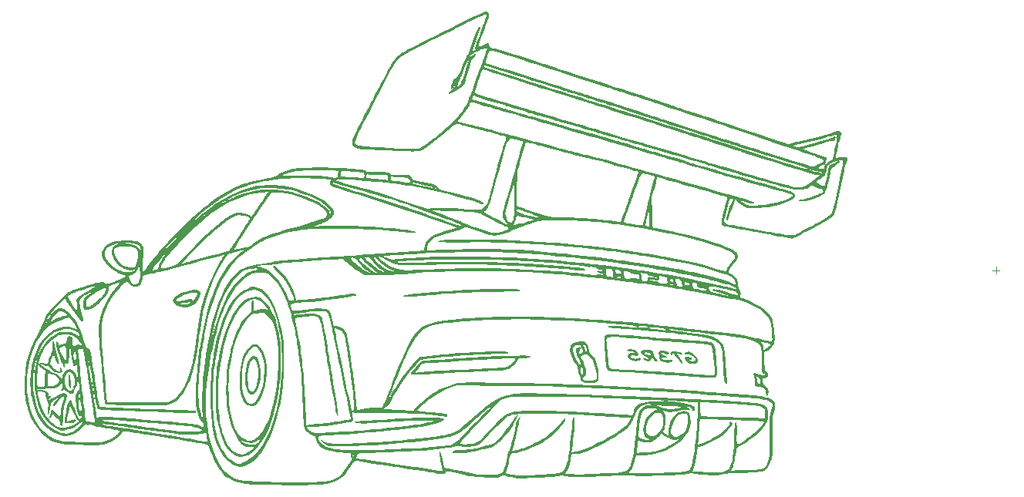
<source format=gbr>
%TF.GenerationSoftware,KiCad,Pcbnew,9.0.1*%
%TF.CreationDate,2025-06-09T17:49:50+02:00*%
%TF.ProjectId,pcb,7063622e-6b69-4636-9164-5f7063625858,v1.0.0*%
%TF.SameCoordinates,Original*%
%TF.FileFunction,Legend,Bot*%
%TF.FilePolarity,Positive*%
%FSLAX46Y46*%
G04 Gerber Fmt 4.6, Leading zero omitted, Abs format (unit mm)*
G04 Created by KiCad (PCBNEW 9.0.1) date 2025-06-09 17:49:50*
%MOMM*%
%LPD*%
G01*
G04 APERTURE LIST*
%ADD10C,0.100000*%
%ADD11C,0.000000*%
G04 APERTURE END LIST*
D10*
X278743193Y-134731980D02*
X278743193Y-133970076D01*
X279124146Y-134351028D02*
X278362241Y-134351028D01*
D11*
%TO.C,G\u002A\u002A\u002A*%
G36*
X223532973Y-109961749D02*
G01*
X223828792Y-110043112D01*
X224034902Y-110096223D01*
X224416503Y-110200581D01*
X224824591Y-110317748D01*
X225200001Y-110430987D01*
X225473502Y-110516583D01*
X225886242Y-110646798D01*
X226347713Y-110793296D01*
X226840595Y-110950500D01*
X227347568Y-111112830D01*
X227851311Y-111274709D01*
X228334504Y-111430558D01*
X228779825Y-111574798D01*
X229169956Y-111701850D01*
X229487573Y-111806138D01*
X229715359Y-111882081D01*
X229835990Y-111924103D01*
X229860180Y-111932950D01*
X230019042Y-111987433D01*
X230282751Y-112075128D01*
X230636092Y-112191104D01*
X231063851Y-112330429D01*
X231550812Y-112488169D01*
X232081759Y-112659395D01*
X232641480Y-112839172D01*
X233214757Y-113022569D01*
X233786376Y-113204655D01*
X234026135Y-113281263D01*
X234421059Y-113408507D01*
X234839369Y-113544228D01*
X235222880Y-113669594D01*
X235388888Y-113723811D01*
X235739461Y-113837214D01*
X236168291Y-113974990D01*
X236646827Y-114127998D01*
X237146520Y-114287096D01*
X237638818Y-114443142D01*
X238030462Y-114567222D01*
X238452934Y-114701661D01*
X238826830Y-114821267D01*
X239133153Y-114919940D01*
X239352907Y-114991582D01*
X239467096Y-115030096D01*
X239528855Y-115051589D01*
X239717761Y-115114944D01*
X239989299Y-115204478D01*
X240317168Y-115311539D01*
X240675065Y-115427475D01*
X240881816Y-115494486D01*
X241231205Y-115609092D01*
X241538206Y-115711451D01*
X241775478Y-115792410D01*
X241915682Y-115842816D01*
X241969948Y-115862724D01*
X242161822Y-115927928D01*
X242436873Y-116017640D01*
X242766887Y-116122721D01*
X243123651Y-116234034D01*
X243306363Y-116290771D01*
X243642488Y-116396847D01*
X243931908Y-116490344D01*
X244148545Y-116562780D01*
X244266325Y-116605675D01*
X244278469Y-116610699D01*
X244432489Y-116667277D01*
X244661010Y-116744418D01*
X244919281Y-116826955D01*
X245208736Y-116918395D01*
X245531166Y-117022903D01*
X245800772Y-117112845D01*
X245847937Y-117128879D01*
X246041707Y-117194278D01*
X246337415Y-117293725D01*
X246719614Y-117422037D01*
X247172856Y-117574033D01*
X247681695Y-117744532D01*
X248230682Y-117928353D01*
X248804371Y-118120314D01*
X249422704Y-118327426D01*
X250108270Y-118557601D01*
X250806439Y-118792496D01*
X251489913Y-119022906D01*
X252131393Y-119239629D01*
X252703581Y-119433461D01*
X253179178Y-119595200D01*
X253840486Y-119820425D01*
X254394357Y-120008009D01*
X254846945Y-120159480D01*
X255209381Y-120278065D01*
X255492796Y-120366990D01*
X255708319Y-120429480D01*
X255867083Y-120468762D01*
X255980216Y-120488062D01*
X256058850Y-120490606D01*
X256114115Y-120479620D01*
X256157143Y-120458330D01*
X256160980Y-120456016D01*
X256291709Y-120403386D01*
X256504547Y-120341594D01*
X256755373Y-120283532D01*
X257015567Y-120227384D01*
X257328462Y-120153592D01*
X257586633Y-120086417D01*
X257765379Y-120038683D01*
X258074955Y-119962727D01*
X258370181Y-119896655D01*
X258814691Y-119797122D01*
X259443873Y-119638643D01*
X260067203Y-119464071D01*
X260622880Y-119290048D01*
X260726980Y-119255181D01*
X261051779Y-119148786D01*
X261281771Y-119081160D01*
X261439542Y-119049018D01*
X261547677Y-119049078D01*
X261628763Y-119078055D01*
X261705384Y-119132666D01*
X261774370Y-119194775D01*
X261820512Y-119295519D01*
X261784704Y-119442384D01*
X261773436Y-119473711D01*
X261706820Y-119678278D01*
X261704309Y-119686909D01*
X261641991Y-119901122D01*
X261624401Y-119959717D01*
X261548442Y-120140682D01*
X261468332Y-120254484D01*
X261420398Y-120311944D01*
X261428659Y-120376498D01*
X261440665Y-120411451D01*
X261434038Y-120556971D01*
X261397731Y-120793804D01*
X261334533Y-121100513D01*
X261316100Y-121182161D01*
X261241515Y-121523121D01*
X261197600Y-121758083D01*
X261184163Y-121904477D01*
X261201013Y-121979735D01*
X261247958Y-122001289D01*
X261324808Y-121986568D01*
X261480926Y-121948957D01*
X261739195Y-121911653D01*
X261992181Y-121898081D01*
X262199158Y-121909805D01*
X262319400Y-121948388D01*
X262400511Y-122081995D01*
X262406157Y-122283841D01*
X262406331Y-122290051D01*
X262325066Y-122528315D01*
X262323752Y-122530902D01*
X262273381Y-122667331D01*
X262206191Y-122898963D01*
X262130795Y-123194046D01*
X262055807Y-123520831D01*
X261989645Y-123825728D01*
X261903512Y-124221269D01*
X261822391Y-124592464D01*
X261757551Y-124887660D01*
X261725028Y-125037538D01*
X261657617Y-125355966D01*
X261576882Y-125743938D01*
X261490252Y-126165662D01*
X261405157Y-126585346D01*
X261347923Y-126867672D01*
X261250521Y-127325232D01*
X261162582Y-127682883D01*
X261074730Y-127959414D01*
X260977591Y-128173612D01*
X260861789Y-128344266D01*
X260717950Y-128490166D01*
X260536698Y-128630098D01*
X260308658Y-128782852D01*
X260289649Y-128795149D01*
X260036031Y-128952112D01*
X259713673Y-129141838D01*
X259339144Y-129355479D01*
X258929012Y-129584187D01*
X258499846Y-129819113D01*
X258068215Y-130051411D01*
X257650687Y-130272231D01*
X257263830Y-130472726D01*
X256924212Y-130644048D01*
X256648404Y-130777349D01*
X256452971Y-130863780D01*
X256354485Y-130894493D01*
X256334548Y-130894053D01*
X256144890Y-130871367D01*
X255933804Y-130824993D01*
X255909002Y-130818356D01*
X255776655Y-130787273D01*
X255576322Y-130745367D01*
X255299329Y-130691018D01*
X254937004Y-130622606D01*
X254480674Y-130538508D01*
X253921666Y-130437105D01*
X253251308Y-130316775D01*
X252460926Y-130175897D01*
X252301715Y-130147528D01*
X251886876Y-130073086D01*
X251482182Y-129999811D01*
X251127123Y-129934872D01*
X250861183Y-129885438D01*
X250770306Y-129868294D01*
X250371771Y-129793209D01*
X249968703Y-129717406D01*
X249594317Y-129647122D01*
X249281826Y-129588594D01*
X249064444Y-129548058D01*
X248989545Y-129532197D01*
X248775766Y-129443461D01*
X248661843Y-129292372D01*
X248626629Y-129055121D01*
X248627089Y-129023203D01*
X248653177Y-128787568D01*
X248716505Y-128446449D01*
X248813644Y-128015274D01*
X248941166Y-127509472D01*
X249095643Y-126944472D01*
X249132727Y-126812310D01*
X249196751Y-126561339D01*
X249217644Y-126401513D01*
X249191646Y-126308701D01*
X249114995Y-126258774D01*
X248983934Y-126227601D01*
X248872546Y-126203004D01*
X248629482Y-126137038D01*
X248379949Y-126057986D01*
X248139978Y-125979855D01*
X247831355Y-125886227D01*
X247531106Y-125800793D01*
X247397125Y-125764298D01*
X247070982Y-125675443D01*
X246704936Y-125575700D01*
X246355785Y-125480545D01*
X246341887Y-125476755D01*
X246003356Y-125383406D01*
X245592471Y-125268654D01*
X245159833Y-125146696D01*
X244756042Y-125031728D01*
X244196561Y-124871506D01*
X243536960Y-124682955D01*
X242973863Y-124522457D01*
X242490630Y-124385271D01*
X242070622Y-124266657D01*
X241539958Y-124117258D01*
X241535327Y-124138830D01*
X241425723Y-124649374D01*
X241413383Y-124705604D01*
X241331376Y-125046216D01*
X241231190Y-125424735D01*
X241131731Y-125769151D01*
X240951974Y-126356811D01*
X240986136Y-128004102D01*
X240991945Y-128274791D01*
X241002337Y-128691209D01*
X241003243Y-128727510D01*
X241015082Y-129071756D01*
X241028685Y-129322291D01*
X241045275Y-129493871D01*
X241066073Y-129601256D01*
X241092303Y-129659205D01*
X241125188Y-129682477D01*
X241150110Y-129688993D01*
X241295393Y-129720565D01*
X241519436Y-129764938D01*
X241785091Y-129814669D01*
X242266838Y-129906386D01*
X243134612Y-130087124D01*
X244064809Y-130297294D01*
X245019851Y-130527720D01*
X245962156Y-130769225D01*
X246854143Y-131012632D01*
X247658232Y-131248765D01*
X247828617Y-131301937D01*
X248441519Y-131508874D01*
X248991608Y-131719510D01*
X249465871Y-131927797D01*
X249851299Y-132127689D01*
X250134881Y-132313141D01*
X250303606Y-132478106D01*
X250341122Y-132537323D01*
X250409564Y-132746941D01*
X250381011Y-132978413D01*
X250251185Y-133248005D01*
X250015805Y-133571978D01*
X249819588Y-133816299D01*
X249601183Y-134102319D01*
X249460636Y-134314390D01*
X249392427Y-134466380D01*
X249391035Y-134572159D01*
X249450941Y-134645596D01*
X249566625Y-134700559D01*
X249749228Y-134784545D01*
X249988208Y-134942578D01*
X250188262Y-135124016D01*
X250307382Y-135295141D01*
X250348290Y-135422605D01*
X250399610Y-135661473D01*
X250423743Y-135837824D01*
X250434998Y-135920067D01*
X250442179Y-135987206D01*
X250504384Y-136292052D01*
X250570231Y-136428946D01*
X250602016Y-136495026D01*
X250690835Y-136661715D01*
X250726911Y-136922744D01*
X250720559Y-136946875D01*
X250661961Y-137169469D01*
X250658730Y-137175582D01*
X250633978Y-137261793D01*
X250687084Y-137326338D01*
X250841524Y-137399261D01*
X250986495Y-137458975D01*
X251733454Y-137782216D01*
X252363757Y-138085497D01*
X252886819Y-138374947D01*
X253312052Y-138656691D01*
X253648870Y-138936858D01*
X253906686Y-139221575D01*
X254094914Y-139516970D01*
X254106877Y-139541475D01*
X254183994Y-139763717D01*
X254255966Y-140071886D01*
X254320075Y-140439267D01*
X254373602Y-140839144D01*
X254413829Y-141244804D01*
X254438037Y-141629532D01*
X254443263Y-141951515D01*
X254443508Y-141966611D01*
X254427524Y-142229328D01*
X254387366Y-142390968D01*
X254326502Y-142498625D01*
X254325665Y-142500106D01*
X254141710Y-142757360D01*
X253931184Y-142981698D01*
X253717339Y-143153242D01*
X253523427Y-143252115D01*
X253372699Y-143258436D01*
X253350132Y-143270599D01*
X253329289Y-143362164D01*
X253318920Y-143550292D01*
X253318520Y-143846222D01*
X253327583Y-144261196D01*
X253356968Y-145292544D01*
X253545580Y-145444192D01*
X253661879Y-145566443D01*
X253740909Y-145767472D01*
X253708896Y-145960768D01*
X253573654Y-146116937D01*
X253342991Y-146206586D01*
X253278609Y-146219465D01*
X253150299Y-146263323D01*
X253115939Y-146307954D01*
X253125620Y-146334049D01*
X253146163Y-146467684D01*
X253156480Y-146647428D01*
X253157074Y-146657768D01*
X253158118Y-146699171D01*
X253175850Y-146867979D01*
X253230580Y-146958324D01*
X253345568Y-147014193D01*
X253419381Y-147048877D01*
X253592661Y-147214448D01*
X253712167Y-147452571D01*
X253762417Y-147723789D01*
X253727927Y-147988645D01*
X253718835Y-148015016D01*
X253644913Y-148152256D01*
X253573717Y-148164561D01*
X253513333Y-148056815D01*
X253471845Y-147833906D01*
X253458316Y-147728001D01*
X253421678Y-147538529D01*
X253382254Y-147424314D01*
X253307710Y-147352151D01*
X253127868Y-147255452D01*
X252906956Y-147182385D01*
X252696898Y-147153469D01*
X252535582Y-147146736D01*
X252384569Y-147099115D01*
X252314695Y-146982261D01*
X252297687Y-146768940D01*
X252292940Y-146654239D01*
X252259765Y-146376528D01*
X252205342Y-146107676D01*
X252182384Y-146009372D01*
X252434805Y-146009372D01*
X252459314Y-146085817D01*
X252474509Y-146131570D01*
X252512161Y-146304356D01*
X252542435Y-146516837D01*
X252550318Y-146585839D01*
X252581076Y-146742110D01*
X252634352Y-146811345D01*
X252730416Y-146826991D01*
X252775473Y-146825023D01*
X252863135Y-146780247D01*
X252884456Y-146647428D01*
X252861609Y-146400423D01*
X252773461Y-146200182D01*
X252606348Y-146066878D01*
X252595493Y-146061271D01*
X252471559Y-146002303D01*
X252434805Y-146009372D01*
X252182384Y-146009372D01*
X252170154Y-145957007D01*
X252142167Y-145787681D01*
X252143899Y-145701673D01*
X252170865Y-145676049D01*
X252307998Y-145653518D01*
X252520623Y-145691522D01*
X252781695Y-145786463D01*
X252872275Y-145823801D01*
X253122867Y-145891521D01*
X253302289Y-145880879D01*
X253394000Y-145791733D01*
X253386233Y-145734202D01*
X253284897Y-145747145D01*
X253219689Y-145758086D01*
X253149221Y-145728853D01*
X253097057Y-145636584D01*
X253060602Y-145467789D01*
X253037262Y-145208980D01*
X253024442Y-144846667D01*
X253019549Y-144367360D01*
X253018694Y-144177578D01*
X253013124Y-143700364D01*
X253001163Y-143330713D01*
X252980463Y-143051469D01*
X252948675Y-142845476D01*
X252903451Y-142695578D01*
X252842442Y-142584620D01*
X252763300Y-142495445D01*
X252758153Y-142490617D01*
X252511408Y-142309141D01*
X252383759Y-142246872D01*
X252986272Y-142246872D01*
X253011185Y-142333826D01*
X253085703Y-142474678D01*
X253090368Y-142482475D01*
X253176038Y-142687672D01*
X253211582Y-142892930D01*
X253211738Y-142908860D01*
X253227389Y-143047929D01*
X253260798Y-143104896D01*
X253293721Y-143098775D01*
X253417885Y-143037041D01*
X253577171Y-142928109D01*
X253742811Y-142795890D01*
X253886038Y-142664296D01*
X253978087Y-142557238D01*
X253990190Y-142498625D01*
X253960888Y-142484357D01*
X253830598Y-142440197D01*
X253637518Y-142384377D01*
X253419252Y-142326640D01*
X253213404Y-142276726D01*
X253057574Y-142244378D01*
X252989368Y-142239338D01*
X252986272Y-142246872D01*
X252383759Y-142246872D01*
X252176610Y-142145822D01*
X251746705Y-141998897D01*
X251214640Y-141866608D01*
X250573363Y-141747194D01*
X249815821Y-141638895D01*
X248934962Y-141539950D01*
X248894682Y-141535862D01*
X248538141Y-141497206D01*
X248109478Y-141447499D01*
X247659066Y-141392709D01*
X247237276Y-141338803D01*
X247028415Y-141311773D01*
X246566023Y-141254120D01*
X246049352Y-141191882D01*
X245527577Y-141130940D01*
X245049872Y-141077176D01*
X244702066Y-141038289D01*
X244303843Y-140992083D01*
X243948574Y-140949114D01*
X243665229Y-140912901D01*
X243482777Y-140886959D01*
X243452275Y-140882098D01*
X243139428Y-140838224D01*
X242944579Y-140825197D01*
X242859476Y-140843085D01*
X242875865Y-140891956D01*
X242881124Y-140895775D01*
X242959536Y-140919515D01*
X242984272Y-140927004D01*
X243193046Y-140967993D01*
X243486515Y-141015324D01*
X243843746Y-141065577D01*
X244243808Y-141115337D01*
X245026185Y-141210019D01*
X245821249Y-141315329D01*
X246486570Y-141414733D01*
X247021970Y-141508201D01*
X247427272Y-141595707D01*
X247702298Y-141677220D01*
X247960649Y-141803365D01*
X248271571Y-142024155D01*
X248551325Y-142291164D01*
X248769278Y-142574422D01*
X248894797Y-142843958D01*
X248896615Y-142850846D01*
X248926495Y-143015403D01*
X248960982Y-143282763D01*
X248997334Y-143627130D01*
X249032813Y-144022708D01*
X249064679Y-144443701D01*
X249094616Y-144872634D01*
X249125719Y-145304187D01*
X249155013Y-145697608D01*
X249180208Y-146022173D01*
X249199017Y-146247158D01*
X249202341Y-146285074D01*
X249217427Y-146556750D01*
X249205452Y-146720200D01*
X249165319Y-146793217D01*
X249159943Y-146796437D01*
X249084105Y-146814137D01*
X249019308Y-146766117D01*
X248963894Y-146643110D01*
X248916209Y-146435849D01*
X248874596Y-146135067D01*
X248837399Y-145731496D01*
X248802961Y-145215869D01*
X248769628Y-144578920D01*
X248744746Y-144086906D01*
X248714818Y-143627429D01*
X248678295Y-143266183D01*
X248629697Y-142985876D01*
X248563547Y-142769213D01*
X248474366Y-142598902D01*
X248356677Y-142457647D01*
X248204999Y-142328156D01*
X248013857Y-142193135D01*
X247866195Y-142102396D01*
X247659218Y-142002234D01*
X247412148Y-141912741D01*
X247109970Y-141830421D01*
X246737668Y-141751777D01*
X246280228Y-141673313D01*
X245722634Y-141591532D01*
X245049872Y-141502938D01*
X244607346Y-141446992D01*
X244081494Y-141381135D01*
X243643903Y-141327514D01*
X243270503Y-141283476D01*
X242937224Y-141246367D01*
X242619995Y-141213531D01*
X242294746Y-141182316D01*
X241937407Y-141150067D01*
X241523908Y-141114129D01*
X241190600Y-141084731D01*
X240773734Y-141046067D01*
X240391623Y-141008655D01*
X240076068Y-140975629D01*
X239858870Y-140950120D01*
X239673235Y-140929013D01*
X239349355Y-140899652D01*
X238981310Y-140872251D01*
X238618253Y-140850748D01*
X238259471Y-140830830D01*
X237822707Y-140802163D01*
X237394250Y-140769886D01*
X236998520Y-140736104D01*
X236659936Y-140702921D01*
X236402920Y-140672443D01*
X236251891Y-140646774D01*
X236159569Y-140605364D01*
X236104371Y-140527401D01*
X236161436Y-140492016D01*
X236318250Y-140465006D01*
X236543556Y-140448108D01*
X236806053Y-140442030D01*
X237074440Y-140447479D01*
X237317418Y-140465162D01*
X237503686Y-140495787D01*
X237546311Y-140504966D01*
X237738401Y-140533417D01*
X238001522Y-140561612D01*
X238291774Y-140584603D01*
X238384280Y-140590914D01*
X238684980Y-140615248D01*
X238953456Y-140642126D01*
X239140618Y-140666794D01*
X239188557Y-140674737D01*
X239322705Y-140690144D01*
X239356573Y-140668881D01*
X239312574Y-140602578D01*
X239294380Y-140584495D01*
X239510427Y-140584495D01*
X239518942Y-140638957D01*
X239583676Y-140670717D01*
X239729385Y-140685542D01*
X239980819Y-140689202D01*
X240021160Y-140688998D01*
X240255649Y-140679213D01*
X240430010Y-140657669D01*
X240432077Y-140656904D01*
X240706096Y-140656904D01*
X240723839Y-140696402D01*
X240790656Y-140735284D01*
X240961668Y-140789050D01*
X241180908Y-140830274D01*
X241417717Y-140859455D01*
X241737600Y-140894941D01*
X242046273Y-140925834D01*
X242133937Y-140933814D01*
X242344671Y-140949107D01*
X242453541Y-140945347D01*
X242481896Y-140919515D01*
X242451086Y-140868594D01*
X242421270Y-140839825D01*
X242330290Y-140792350D01*
X242180292Y-140752931D01*
X241953399Y-140718481D01*
X241631737Y-140685915D01*
X241197430Y-140652146D01*
X241167236Y-140650017D01*
X240909637Y-140635408D01*
X240761976Y-140637138D01*
X240706096Y-140656904D01*
X240432077Y-140656904D01*
X240509037Y-140628418D01*
X240516849Y-140614338D01*
X240516331Y-140560491D01*
X240440126Y-140524604D01*
X240269944Y-140501712D01*
X239987495Y-140486850D01*
X239792213Y-140482376D01*
X239626936Y-140491198D01*
X239542612Y-140521845D01*
X239511280Y-140579773D01*
X239510427Y-140584495D01*
X239294380Y-140584495D01*
X239267970Y-140558247D01*
X239166718Y-140498463D01*
X239014127Y-140449160D01*
X238794354Y-140407601D01*
X238491558Y-140371046D01*
X238089895Y-140336759D01*
X237573522Y-140301999D01*
X237261598Y-140282036D01*
X236864772Y-140254928D01*
X236508865Y-140228779D01*
X236223693Y-140205800D01*
X236039075Y-140188202D01*
X235913734Y-140174026D01*
X235743627Y-140155617D01*
X235581634Y-140139883D01*
X235393166Y-140123752D01*
X235143637Y-140104151D01*
X234798458Y-140078009D01*
X234550576Y-140060310D01*
X234041340Y-140027724D01*
X233450229Y-139993550D01*
X232807927Y-139959391D01*
X232145119Y-139926854D01*
X231492489Y-139897542D01*
X230880720Y-139873063D01*
X230308447Y-139852078D01*
X229399240Y-139819844D01*
X228614233Y-139793598D01*
X227949441Y-139773220D01*
X227400879Y-139758593D01*
X226964562Y-139749595D01*
X226636504Y-139746109D01*
X226449850Y-139746626D01*
X226121564Y-139750183D01*
X225724004Y-139756590D01*
X225275340Y-139765365D01*
X224793737Y-139776023D01*
X224297363Y-139788083D01*
X223804385Y-139801059D01*
X223332972Y-139814471D01*
X222901289Y-139827833D01*
X222527506Y-139840664D01*
X222229788Y-139852480D01*
X222026303Y-139862798D01*
X221935219Y-139871134D01*
X221906482Y-139875650D01*
X221759337Y-139888747D01*
X221518833Y-139904624D01*
X221210664Y-139921675D01*
X220860526Y-139938295D01*
X220641561Y-139949185D01*
X220076791Y-139987030D01*
X219478444Y-140038842D01*
X218873864Y-140101432D01*
X218290396Y-140171607D01*
X217755383Y-140246179D01*
X217296171Y-140321955D01*
X216940103Y-140395746D01*
X216928544Y-140398601D01*
X216618745Y-140500045D01*
X216273803Y-140649543D01*
X215947846Y-140821284D01*
X215695003Y-140989456D01*
X215529215Y-141140379D01*
X215236996Y-141483764D01*
X214924814Y-141937428D01*
X214599066Y-142490967D01*
X214266151Y-143133972D01*
X213932467Y-143856040D01*
X213900468Y-143929497D01*
X213764060Y-144248629D01*
X213604916Y-144628458D01*
X213429076Y-145053865D01*
X213242582Y-145509729D01*
X213051476Y-145980932D01*
X212861798Y-146452352D01*
X212679590Y-146908872D01*
X212510893Y-147335369D01*
X212361750Y-147716726D01*
X212238200Y-148037823D01*
X212146287Y-148283539D01*
X212092050Y-148438755D01*
X212081532Y-148488351D01*
X212096373Y-148472607D01*
X212167903Y-148365432D01*
X212276582Y-148182861D01*
X212405389Y-147953029D01*
X212593966Y-147623181D01*
X212895565Y-147136132D01*
X213239122Y-146616158D01*
X213607049Y-146087759D01*
X213981757Y-145575435D01*
X214345657Y-145103684D01*
X214681159Y-144697005D01*
X214970674Y-144379899D01*
X215438304Y-143906001D01*
X216123908Y-143828536D01*
X216244883Y-143814670D01*
X216661757Y-143764916D01*
X217104339Y-143709807D01*
X217495116Y-143658931D01*
X217798138Y-143622640D01*
X218306371Y-143573480D01*
X218928258Y-143523579D01*
X219654165Y-143473589D01*
X220474454Y-143424163D01*
X221379491Y-143375952D01*
X222359641Y-143329609D01*
X222401316Y-143327786D01*
X222848566Y-143311955D01*
X223307429Y-143301707D01*
X223757602Y-143296898D01*
X224178781Y-143297385D01*
X224550663Y-143303024D01*
X224852944Y-143313674D01*
X225065321Y-143329189D01*
X225167491Y-143349427D01*
X225172647Y-143352337D01*
X225237318Y-143412705D01*
X225184045Y-143483061D01*
X225172936Y-143489946D01*
X225040212Y-143519877D01*
X224780376Y-143542588D01*
X224396169Y-143557905D01*
X223890331Y-143565653D01*
X223566126Y-143570372D01*
X223006272Y-143586719D01*
X222374844Y-143612996D01*
X221690213Y-143647866D01*
X220970750Y-143689992D01*
X220234826Y-143738038D01*
X219500811Y-143790666D01*
X218787076Y-143846540D01*
X218111991Y-143904322D01*
X217493928Y-143962677D01*
X216951257Y-144020266D01*
X216502348Y-144075754D01*
X216165573Y-144127803D01*
X215568895Y-144236201D01*
X215096490Y-144692830D01*
X215015334Y-144773263D01*
X214757231Y-145049612D01*
X214508333Y-145341885D01*
X214312942Y-145598854D01*
X213902629Y-146193940D01*
X213532251Y-146737352D01*
X213223605Y-147198323D01*
X212968904Y-147588804D01*
X212760357Y-147920749D01*
X212590175Y-148206111D01*
X212450571Y-148456843D01*
X212359682Y-148623561D01*
X212191052Y-148915371D01*
X212041831Y-149151807D01*
X211922397Y-149317836D01*
X211843126Y-149398422D01*
X211814397Y-149378531D01*
X211812192Y-149358829D01*
X211759582Y-149308225D01*
X211746758Y-149311530D01*
X211685182Y-149376443D01*
X211624653Y-149485960D01*
X211589383Y-149589272D01*
X211603586Y-149635574D01*
X211610346Y-149635753D01*
X211721375Y-149640356D01*
X211935794Y-149650173D01*
X212230386Y-149664072D01*
X212581936Y-149680918D01*
X212967226Y-149699577D01*
X213363040Y-149718918D01*
X213746162Y-149737805D01*
X214093376Y-149755105D01*
X214381465Y-149769685D01*
X214587213Y-149780410D01*
X214687404Y-149786148D01*
X214794029Y-149776687D01*
X214833253Y-149713123D01*
X214836470Y-149683841D01*
X214912968Y-149562756D01*
X215075163Y-149385466D01*
X215307451Y-149164955D01*
X215594225Y-148914206D01*
X215919882Y-148646203D01*
X216268815Y-148373931D01*
X216625421Y-148110373D01*
X216974094Y-147868514D01*
X217299229Y-147661336D01*
X217496291Y-147547881D01*
X218173197Y-147221555D01*
X218887658Y-146961710D01*
X219584576Y-146789370D01*
X219639815Y-146779588D01*
X219786561Y-146756601D01*
X219943376Y-146737718D01*
X220122310Y-146722739D01*
X220335414Y-146711465D01*
X220594738Y-146703695D01*
X220912334Y-146699229D01*
X221300251Y-146697868D01*
X221770540Y-146699411D01*
X222335251Y-146703658D01*
X223006436Y-146710410D01*
X223796145Y-146719465D01*
X224122270Y-146723424D01*
X224805875Y-146732244D01*
X225459279Y-146741357D01*
X226068141Y-146750522D01*
X226618122Y-146759500D01*
X227094880Y-146768051D01*
X227484075Y-146775936D01*
X227771368Y-146782915D01*
X227942417Y-146788748D01*
X227959045Y-146789525D01*
X228182989Y-146798237D01*
X228512180Y-146808990D01*
X228923730Y-146821132D01*
X229394751Y-146834013D01*
X229902354Y-146846981D01*
X230423651Y-146859383D01*
X230957423Y-146872716D01*
X231508061Y-146888564D01*
X232038321Y-146905759D01*
X232520657Y-146923353D01*
X232927520Y-146940398D01*
X233231363Y-146955948D01*
X233561744Y-146973514D01*
X234054361Y-146994606D01*
X234554928Y-147011384D01*
X234994345Y-147021288D01*
X235333770Y-147028630D01*
X235809221Y-147044364D01*
X236283554Y-147065041D01*
X236692031Y-147088111D01*
X236739237Y-147091174D01*
X237015106Y-147107887D01*
X237397267Y-147129728D01*
X237866162Y-147155639D01*
X238402239Y-147184564D01*
X238985940Y-147215443D01*
X239597710Y-147247220D01*
X240217995Y-147278837D01*
X240847811Y-147310807D01*
X241517968Y-147345551D01*
X242102091Y-147377023D01*
X242624603Y-147406777D01*
X243109925Y-147436367D01*
X243582477Y-147467349D01*
X244066681Y-147501276D01*
X244586959Y-147539703D01*
X245167731Y-147584184D01*
X245833420Y-147636274D01*
X246142971Y-147660413D01*
X246589409Y-147694498D01*
X247015819Y-147726293D01*
X247385486Y-147753071D01*
X247661697Y-147772104D01*
X247842986Y-147784256D01*
X248230057Y-147811225D01*
X248647870Y-147841322D01*
X249032906Y-147870014D01*
X249065321Y-147872477D01*
X249380722Y-147896023D01*
X249787952Y-147925887D01*
X250252980Y-147959599D01*
X250741776Y-147994691D01*
X251220309Y-148028695D01*
X251306503Y-148034819D01*
X251891551Y-148079051D01*
X252367766Y-148121255D01*
X252754284Y-148164188D01*
X253070238Y-148210605D01*
X253334766Y-148263265D01*
X253567001Y-148324923D01*
X253786081Y-148398337D01*
X253875369Y-148432489D01*
X254139489Y-148564402D01*
X254316123Y-148722909D01*
X254439092Y-148935848D01*
X254446899Y-148954208D01*
X254493630Y-149089265D01*
X254510234Y-149224530D01*
X254503058Y-149298316D01*
X254494048Y-149390967D01*
X254442409Y-149619539D01*
X254352657Y-149941210D01*
X254313755Y-150077301D01*
X254276640Y-150219988D01*
X254247872Y-150360151D01*
X254226542Y-150514429D01*
X254211743Y-150699461D01*
X254202570Y-150931886D01*
X254198114Y-151228343D01*
X254197468Y-151605469D01*
X254199725Y-152079905D01*
X254203978Y-152668289D01*
X254206264Y-152977836D01*
X254209431Y-153509429D01*
X254210055Y-153934013D01*
X254207367Y-154267327D01*
X254200597Y-154525109D01*
X254188975Y-154723096D01*
X254171731Y-154877026D01*
X254148095Y-155002638D01*
X254117298Y-155115669D01*
X254078569Y-155231856D01*
X254075767Y-155239868D01*
X253903292Y-155671317D01*
X253721840Y-155993483D01*
X253516977Y-156227209D01*
X253274267Y-156393342D01*
X253264361Y-156398293D01*
X253070341Y-156458266D01*
X252756536Y-156512304D01*
X252332875Y-156559485D01*
X251809288Y-156598889D01*
X251195706Y-156629593D01*
X250502057Y-156650675D01*
X249971023Y-156666650D01*
X249458029Y-156694485D01*
X249070086Y-156732146D01*
X248804371Y-156779849D01*
X248803962Y-156779954D01*
X248535057Y-156830654D01*
X248206825Y-156866927D01*
X247890232Y-156880925D01*
X247695663Y-156878759D01*
X247339319Y-156866937D01*
X246945600Y-156846678D01*
X246542490Y-156820095D01*
X246157971Y-156789299D01*
X245820027Y-156756400D01*
X245556639Y-156723510D01*
X245395792Y-156692740D01*
X245362253Y-156683929D01*
X245144067Y-156670945D01*
X244873427Y-156733183D01*
X244869010Y-156734589D01*
X244721724Y-156768777D01*
X244505011Y-156798570D01*
X244206637Y-156824858D01*
X243814371Y-156848532D01*
X243315979Y-156870485D01*
X242699229Y-156891607D01*
X242192361Y-156907321D01*
X241687040Y-156923096D01*
X241216194Y-156937900D01*
X240803837Y-156950974D01*
X240473982Y-156961560D01*
X240250643Y-156968900D01*
X240098613Y-156971894D01*
X239726422Y-156968639D01*
X239320387Y-156954484D01*
X238944731Y-156931280D01*
X238809477Y-156920546D01*
X238485805Y-156896534D01*
X238215554Y-156881197D01*
X237968109Y-156874618D01*
X237712856Y-156876875D01*
X237419177Y-156888051D01*
X237056460Y-156908225D01*
X236594088Y-156937479D01*
X236336555Y-156953773D01*
X235901814Y-156979935D01*
X235446629Y-157005975D01*
X234992540Y-157030780D01*
X234561092Y-157053241D01*
X234173826Y-157072247D01*
X233852284Y-157086686D01*
X233618010Y-157095448D01*
X233492546Y-157097422D01*
X233482282Y-157097164D01*
X233360319Y-157094744D01*
X233140868Y-157090793D01*
X232851503Y-157085797D01*
X232519799Y-157080244D01*
X232348790Y-157076360D01*
X231921803Y-157055092D01*
X231593435Y-157019847D01*
X231379439Y-156972119D01*
X231259354Y-156934270D01*
X231108490Y-156911674D01*
X230933852Y-156925502D01*
X230684706Y-156976038D01*
X230506027Y-157009035D01*
X230192824Y-157050221D01*
X229833090Y-157084500D01*
X229474424Y-157106731D01*
X229395737Y-157110093D01*
X229010903Y-157127078D01*
X228558055Y-157147714D01*
X228087261Y-157169699D01*
X227648587Y-157190727D01*
X227450420Y-157199877D01*
X227081831Y-157214266D01*
X226754546Y-157223782D01*
X226498262Y-157227645D01*
X226342674Y-157225074D01*
X226158064Y-157207241D01*
X225863848Y-157163271D01*
X225553852Y-157103801D01*
X225264425Y-157036702D01*
X225031912Y-156969845D01*
X224892662Y-156911100D01*
X224836346Y-156878465D01*
X224743534Y-156857925D01*
X224624092Y-156891472D01*
X224435593Y-156986064D01*
X224375637Y-157018017D01*
X224271972Y-157067991D01*
X224167883Y-157103154D01*
X224041683Y-157125436D01*
X223871683Y-157136769D01*
X223636195Y-157139083D01*
X223313532Y-157134309D01*
X222882006Y-157124378D01*
X222770422Y-157121606D01*
X222320901Y-157107258D01*
X221955294Y-157087305D01*
X221635202Y-157057462D01*
X221322224Y-157013445D01*
X220977961Y-156950970D01*
X220564011Y-156865752D01*
X220319336Y-156813507D01*
X219952608Y-156734132D01*
X219629297Y-156662914D01*
X219377535Y-156606072D01*
X219225450Y-156569825D01*
X219170357Y-156556326D01*
X218914965Y-156503196D01*
X218659082Y-156460806D01*
X218555562Y-156447558D01*
X218418788Y-156443085D01*
X218356598Y-156479579D01*
X218332604Y-156569108D01*
X218327694Y-156593210D01*
X218262844Y-156683694D01*
X218121098Y-156731783D01*
X217890610Y-156738045D01*
X217559537Y-156703047D01*
X217116034Y-156627356D01*
X216946688Y-156596209D01*
X216561199Y-156531132D01*
X216179136Y-156473097D01*
X215862726Y-156431813D01*
X215629645Y-156403091D01*
X215267459Y-156353492D01*
X214870766Y-156295132D01*
X214491517Y-156235452D01*
X214357809Y-156213749D01*
X213956481Y-156150082D01*
X213492390Y-156078026D01*
X213012881Y-156004894D01*
X212565296Y-155937994D01*
X212365870Y-155908496D01*
X211795584Y-155823398D01*
X211146264Y-155725493D01*
X210405421Y-155612887D01*
X209560567Y-155483684D01*
X208599212Y-155335988D01*
X208569819Y-155331666D01*
X208424849Y-155323549D01*
X208308458Y-155357741D01*
X208198096Y-155452450D01*
X208071210Y-155625881D01*
X207905249Y-155896241D01*
X207784117Y-156092999D01*
X207379636Y-156648627D01*
X206941677Y-157091303D01*
X206454268Y-157430642D01*
X205901438Y-157676259D01*
X205267215Y-157837770D01*
X204535628Y-157924788D01*
X204446166Y-157930366D01*
X204027875Y-157948794D01*
X203501643Y-157962646D01*
X202885358Y-157971907D01*
X202196906Y-157976562D01*
X201454175Y-157976596D01*
X200675051Y-157971992D01*
X199877423Y-157962735D01*
X199079177Y-157948810D01*
X198298201Y-157930201D01*
X197743012Y-157914550D01*
X197283523Y-157899790D01*
X196918474Y-157884756D01*
X196629562Y-157867816D01*
X196398482Y-157847339D01*
X196206928Y-157821694D01*
X196036595Y-157789250D01*
X195869180Y-157748374D01*
X195686376Y-157697437D01*
X195578879Y-157665590D01*
X195053966Y-157480633D01*
X194597575Y-157269917D01*
X194230345Y-157044086D01*
X193972919Y-156813787D01*
X193759003Y-156557787D01*
X193438139Y-156139655D01*
X193174711Y-155736721D01*
X192948377Y-155313091D01*
X192738791Y-154832872D01*
X192525611Y-154260168D01*
X192280929Y-153564040D01*
X191845221Y-153461815D01*
X191771514Y-153444977D01*
X191510386Y-153390295D01*
X191173108Y-153325931D01*
X190753039Y-153250783D01*
X190243540Y-153163749D01*
X189637970Y-153063726D01*
X188929687Y-152949612D01*
X188112053Y-152820305D01*
X187178425Y-152674701D01*
X186122163Y-152511699D01*
X186048546Y-152500364D01*
X185651666Y-152438436D01*
X185298966Y-152382080D01*
X185011682Y-152334780D01*
X184811050Y-152300022D01*
X184718307Y-152281291D01*
X184669347Y-152271056D01*
X184503358Y-152251905D01*
X184292289Y-152238765D01*
X184183059Y-152232123D01*
X183986820Y-152207751D01*
X183864064Y-152175484D01*
X183757811Y-152143121D01*
X183561282Y-152103060D01*
X183321547Y-152065690D01*
X183202365Y-152049981D01*
X183015356Y-152031508D01*
X182907746Y-152041616D01*
X182845095Y-152087523D01*
X182792966Y-152176443D01*
X182774817Y-152208582D01*
X182627978Y-152399699D01*
X182412121Y-152621065D01*
X182162500Y-152841148D01*
X181914368Y-153028416D01*
X181702980Y-153151339D01*
X181692548Y-153155958D01*
X181422581Y-153275527D01*
X181199682Y-153370262D01*
X181004111Y-153442920D01*
X180816129Y-153496261D01*
X180615996Y-153533043D01*
X180383971Y-153556025D01*
X180100315Y-153567966D01*
X179745288Y-153571624D01*
X179299150Y-153569759D01*
X178742160Y-153565129D01*
X178369778Y-153562024D01*
X177881230Y-153557192D01*
X177491672Y-153551117D01*
X177181817Y-153542335D01*
X176932377Y-153529386D01*
X176724066Y-153510807D01*
X176537595Y-153485136D01*
X176353678Y-153450913D01*
X176153027Y-153406674D01*
X175916354Y-153350958D01*
X175471342Y-153229972D01*
X175017329Y-153056811D01*
X174627216Y-152839290D01*
X174264687Y-152560017D01*
X174160814Y-152466530D01*
X173601333Y-151862270D01*
X173122826Y-151163515D01*
X172728759Y-150379693D01*
X172422600Y-149520234D01*
X172207818Y-148594565D01*
X172087878Y-147612115D01*
X172069848Y-146753667D01*
X172326591Y-146753667D01*
X172358717Y-147699969D01*
X172478292Y-148599539D01*
X172680998Y-149444101D01*
X172962519Y-150225381D01*
X173318539Y-150935101D01*
X173744740Y-151564988D01*
X174236808Y-152106766D01*
X174790425Y-152552158D01*
X175401274Y-152892890D01*
X176065039Y-153120687D01*
X176102297Y-153128432D01*
X176307646Y-153154261D01*
X176616185Y-153178416D01*
X177006681Y-153200424D01*
X177457900Y-153219814D01*
X177948610Y-153236113D01*
X178457579Y-153248848D01*
X178963574Y-153257548D01*
X179445363Y-153261738D01*
X179881712Y-153260947D01*
X180251389Y-153254703D01*
X180533162Y-153242532D01*
X180705797Y-153223962D01*
X181055178Y-153121361D01*
X181482929Y-152925499D01*
X181891978Y-152671985D01*
X182233125Y-152387757D01*
X182300232Y-152320336D01*
X182448298Y-152164101D01*
X182516609Y-152069716D01*
X182516855Y-152016415D01*
X182460726Y-151983430D01*
X182440451Y-151976687D01*
X182284671Y-151937430D01*
X182038380Y-151884951D01*
X181732679Y-151825025D01*
X181398668Y-151763427D01*
X181067449Y-151705934D01*
X180770122Y-151658319D01*
X180537790Y-151626358D01*
X180376067Y-151601251D01*
X180072232Y-151534713D01*
X179788103Y-151453187D01*
X179650328Y-151411637D01*
X179394198Y-151360659D01*
X179207418Y-151360135D01*
X179053842Y-151366811D01*
X178931833Y-151327232D01*
X178923972Y-151320991D01*
X178786276Y-151287516D01*
X180604977Y-151287516D01*
X180610461Y-151292221D01*
X180718827Y-151333023D01*
X180937992Y-151385699D01*
X181251417Y-151447361D01*
X181642565Y-151515122D01*
X182094898Y-151586095D01*
X182591878Y-151657390D01*
X183116967Y-151726122D01*
X183169719Y-151732825D01*
X183518668Y-151781902D01*
X183877791Y-151838867D01*
X184177088Y-151892720D01*
X184404222Y-151935186D01*
X184737823Y-151993527D01*
X184874959Y-152016415D01*
X185112801Y-152056111D01*
X185483001Y-152115078D01*
X185893012Y-152178560D01*
X186703654Y-152304350D01*
X187406532Y-152413938D01*
X188016292Y-152509720D01*
X188547578Y-152594091D01*
X189015038Y-152669447D01*
X189433316Y-152738184D01*
X189817059Y-152802696D01*
X190180912Y-152865379D01*
X190539521Y-152928628D01*
X190907533Y-152994839D01*
X191299592Y-153066407D01*
X191403156Y-153085449D01*
X191740696Y-153147646D01*
X191972796Y-153188806D01*
X192118038Y-153209862D01*
X192195004Y-153211746D01*
X192222277Y-153195392D01*
X192218436Y-153161731D01*
X192202066Y-153111696D01*
X192199509Y-153102429D01*
X192167007Y-152971302D01*
X192117462Y-152759341D01*
X192060523Y-152507711D01*
X192038593Y-152409464D01*
X191979640Y-152150654D01*
X191941789Y-152000811D01*
X191919993Y-151945484D01*
X191909207Y-151970223D01*
X191908714Y-151979458D01*
X191904384Y-152060578D01*
X191903644Y-152075236D01*
X191872317Y-152179510D01*
X191785329Y-152259787D01*
X191627703Y-152320169D01*
X191384461Y-152364758D01*
X191040629Y-152397656D01*
X190581228Y-152422964D01*
X189982249Y-152432153D01*
X189127942Y-152385657D01*
X188340618Y-152270774D01*
X188263375Y-152258864D01*
X188069822Y-152233247D01*
X187789986Y-152198316D01*
X187447840Y-152157051D01*
X187067353Y-152112433D01*
X186785281Y-152079189D01*
X186390906Y-152030748D01*
X186034751Y-151984832D01*
X185747340Y-151945410D01*
X185559198Y-151916447D01*
X185412843Y-151892615D01*
X185142529Y-151851553D01*
X184796219Y-151800876D01*
X184403035Y-151744834D01*
X183992102Y-151687679D01*
X183674425Y-151643615D01*
X183241569Y-151582284D01*
X182834406Y-151523249D01*
X182487516Y-151471538D01*
X182235476Y-151432181D01*
X182224866Y-151430457D01*
X181924716Y-151386087D01*
X181606513Y-151346066D01*
X181294836Y-151312574D01*
X181014265Y-151287793D01*
X180789379Y-151273902D01*
X180644756Y-151273083D01*
X180604977Y-151287516D01*
X178786276Y-151287516D01*
X178783018Y-151286724D01*
X178614080Y-151377800D01*
X178415682Y-151594984D01*
X178324110Y-151707977D01*
X177948075Y-152064155D01*
X177515105Y-152336952D01*
X177052928Y-152511518D01*
X176589272Y-152573007D01*
X176428565Y-152564455D01*
X176038103Y-152495598D01*
X175621889Y-152369841D01*
X175233287Y-152201792D01*
X175208455Y-152188564D01*
X174944323Y-152012305D01*
X174641772Y-151760573D01*
X174331933Y-151463052D01*
X174045938Y-151149426D01*
X173814918Y-150849378D01*
X173763005Y-150770870D01*
X173564872Y-150421700D01*
X173378368Y-150005638D01*
X173197628Y-149506894D01*
X173016785Y-148909678D01*
X172829973Y-148198200D01*
X172811921Y-148115517D01*
X172766868Y-147785369D01*
X172738734Y-147370798D01*
X172726948Y-146902430D01*
X172730047Y-146520310D01*
X172997138Y-146520310D01*
X173002732Y-147022878D01*
X173035033Y-147412095D01*
X173167794Y-148287703D01*
X173376235Y-149101007D01*
X173655328Y-149843173D01*
X174000050Y-150505363D01*
X174405373Y-151078744D01*
X174866274Y-151554479D01*
X175377725Y-151923733D01*
X175934702Y-152177670D01*
X176118538Y-152231003D01*
X176379743Y-152284960D01*
X176587404Y-152304004D01*
X176611256Y-152303341D01*
X177005716Y-152232969D01*
X177412184Y-152064969D01*
X177795702Y-151821289D01*
X178121313Y-151523882D01*
X178354059Y-151194696D01*
X178417354Y-151045462D01*
X178415416Y-150963059D01*
X178340581Y-150984308D01*
X178202118Y-151114125D01*
X177880840Y-151410998D01*
X177481802Y-151650330D01*
X176989790Y-151832344D01*
X176928845Y-151849908D01*
X176591860Y-151936218D01*
X176330050Y-151972259D01*
X176103220Y-151955866D01*
X175871176Y-151884872D01*
X175593723Y-151757111D01*
X175324845Y-151605930D01*
X174808773Y-151207696D01*
X174356511Y-150703711D01*
X173971746Y-150101464D01*
X173658169Y-149408445D01*
X173419467Y-148632141D01*
X173259329Y-147780043D01*
X173229791Y-147430976D01*
X173485914Y-147430976D01*
X173489882Y-147439829D01*
X173573232Y-147469821D01*
X173730720Y-147483937D01*
X173841741Y-147492819D01*
X174084951Y-147535533D01*
X174334705Y-147600855D01*
X174532555Y-147672585D01*
X174659733Y-147751818D01*
X174700487Y-147841724D01*
X174710410Y-147997834D01*
X174731316Y-148120894D01*
X174773140Y-148163235D01*
X174849701Y-148153750D01*
X174936727Y-148143203D01*
X175009988Y-148188148D01*
X174990966Y-148290102D01*
X174877174Y-148424552D01*
X174869332Y-148431473D01*
X174749486Y-148549494D01*
X174736352Y-148596101D01*
X174827949Y-148572103D01*
X175022297Y-148478306D01*
X175317415Y-148315517D01*
X175711323Y-148084545D01*
X175752444Y-148060422D01*
X176062042Y-147917884D01*
X176334551Y-147872334D01*
X176450034Y-147877581D01*
X176621938Y-147926325D01*
X176716039Y-148036684D01*
X176735237Y-148221398D01*
X176682433Y-148493204D01*
X176560525Y-148864839D01*
X176530305Y-148951481D01*
X176399177Y-149468719D01*
X176321361Y-150077977D01*
X176294867Y-150793701D01*
X176291591Y-150998258D01*
X176278777Y-151238238D01*
X176258621Y-151402246D01*
X176233619Y-151462981D01*
X176084000Y-151433124D01*
X175993959Y-151320461D01*
X175967096Y-151105749D01*
X175966881Y-151070731D01*
X175948208Y-150898959D01*
X175877099Y-150780204D01*
X175722237Y-150657082D01*
X175672093Y-150620094D01*
X175486623Y-150454375D01*
X175346787Y-150289263D01*
X175322670Y-150253702D01*
X175209726Y-150120435D01*
X175141276Y-150108680D01*
X175118253Y-150218723D01*
X175099211Y-150301246D01*
X175025594Y-150437902D01*
X174923993Y-150568308D01*
X174824042Y-150656043D01*
X174755377Y-150664687D01*
X174742867Y-150620392D01*
X174789137Y-150519373D01*
X174823778Y-150460426D01*
X174888746Y-150290791D01*
X174946884Y-150077049D01*
X175010379Y-149865798D01*
X175098606Y-149746960D01*
X175216404Y-149744037D01*
X175373678Y-149857174D01*
X175580333Y-150086521D01*
X175584450Y-150091560D01*
X175738021Y-150270784D01*
X175865536Y-150404373D01*
X175939760Y-150463742D01*
X175957473Y-150456684D01*
X175999496Y-150351085D01*
X176042805Y-150129441D01*
X176085198Y-149801769D01*
X176107068Y-149626026D01*
X176162232Y-149284587D01*
X176227343Y-148971998D01*
X176292512Y-148738945D01*
X176374556Y-148502975D01*
X176423736Y-148346791D01*
X176436648Y-148265877D01*
X176416995Y-148235479D01*
X176368477Y-148230847D01*
X176348560Y-148232250D01*
X176191754Y-148301053D01*
X176000190Y-148456425D01*
X175799157Y-148674842D01*
X175613946Y-148932775D01*
X175473154Y-149141159D01*
X175350744Y-149277794D01*
X175274871Y-149300094D01*
X175248844Y-149205585D01*
X175269202Y-149108888D01*
X175356332Y-148921152D01*
X175485010Y-148717362D01*
X175625520Y-148542896D01*
X175748145Y-148443135D01*
X175849201Y-148382525D01*
X175901800Y-148314456D01*
X175901797Y-148313446D01*
X175893806Y-148285770D01*
X175857080Y-148289493D01*
X175771837Y-148335165D01*
X175618292Y-148433342D01*
X175376662Y-148594575D01*
X175336365Y-148621739D01*
X175155275Y-148753439D01*
X175049399Y-148867737D01*
X174988119Y-149008560D01*
X174940814Y-149219837D01*
X174908701Y-149384336D01*
X174861142Y-149623386D01*
X174825358Y-149797942D01*
X174790148Y-149965417D01*
X174753250Y-150143415D01*
X174718186Y-150230991D01*
X174659269Y-150253829D01*
X174618817Y-150186044D01*
X174598649Y-150008487D01*
X174613869Y-149754780D01*
X174664305Y-149452704D01*
X174667145Y-149439335D01*
X174695501Y-149260509D01*
X174691829Y-149097907D01*
X174650618Y-148905712D01*
X174566361Y-148638106D01*
X174552683Y-148596714D01*
X174475248Y-148335236D01*
X174420660Y-148104837D01*
X174400001Y-147951270D01*
X174399468Y-147902546D01*
X174384160Y-147819693D01*
X174325699Y-147771793D01*
X174195100Y-147743444D01*
X173963379Y-147719242D01*
X173963316Y-147719236D01*
X173741259Y-147700860D01*
X173578767Y-147691869D01*
X173511015Y-147694212D01*
X173507547Y-147717090D01*
X173523671Y-147842564D01*
X173564851Y-148050075D01*
X173624277Y-148310498D01*
X173695139Y-148594706D01*
X173770626Y-148873576D01*
X173843928Y-149117981D01*
X173863384Y-149177143D01*
X174105335Y-149766981D01*
X174413234Y-150309923D01*
X174771530Y-150785060D01*
X175164669Y-151171479D01*
X175577101Y-151448272D01*
X175763454Y-151535607D01*
X176086071Y-151632314D01*
X176423670Y-151651010D01*
X176825001Y-151597522D01*
X176884041Y-151583584D01*
X177128996Y-151498265D01*
X177415753Y-151370237D01*
X177693932Y-151223387D01*
X177913151Y-151081601D01*
X178063576Y-150967407D01*
X177862124Y-150713912D01*
X177798786Y-150625586D01*
X177662178Y-150404568D01*
X177508162Y-150127879D01*
X177359522Y-149835350D01*
X177058373Y-149210282D01*
X176906295Y-149961182D01*
X176845823Y-150268393D01*
X176786359Y-150606331D01*
X176757434Y-150835109D01*
X176757881Y-150964908D01*
X176786534Y-151005912D01*
X176862739Y-150980200D01*
X176998744Y-150917049D01*
X177031264Y-150901967D01*
X177229917Y-150834692D01*
X177452571Y-150785686D01*
X177604648Y-150768143D01*
X177703657Y-150781831D01*
X177730078Y-150840396D01*
X177711772Y-150910925D01*
X177583731Y-151025347D01*
X177341912Y-151113639D01*
X176996337Y-151171280D01*
X176784883Y-151190112D01*
X176632829Y-151190234D01*
X176552467Y-151162782D01*
X176512906Y-151103418D01*
X176504938Y-151044540D01*
X176512637Y-150864070D01*
X176541285Y-150601521D01*
X176586191Y-150284750D01*
X176642662Y-149941616D01*
X176706004Y-149599980D01*
X176771527Y-149287700D01*
X176834537Y-149032635D01*
X176890341Y-148862644D01*
X176992465Y-148682883D01*
X177106630Y-148602854D01*
X177212353Y-148647906D01*
X177299260Y-148819142D01*
X177303488Y-148832364D01*
X177367246Y-149014699D01*
X177461406Y-149266460D01*
X177573296Y-149555682D01*
X177690250Y-149850399D01*
X177799596Y-150118646D01*
X177888667Y-150328458D01*
X177944792Y-150447869D01*
X177990382Y-150542040D01*
X178021594Y-150645891D01*
X178037808Y-150699506D01*
X178116325Y-150730263D01*
X178220549Y-150687373D01*
X178306097Y-150580964D01*
X178334344Y-150518123D01*
X178374901Y-150402150D01*
X178344224Y-150367758D01*
X178232095Y-150388351D01*
X178181647Y-150396198D01*
X178093707Y-150372172D01*
X178019814Y-150281379D01*
X177952901Y-150108056D01*
X177885901Y-149836441D01*
X177811747Y-149450774D01*
X177785191Y-149295171D01*
X177741615Y-148952492D01*
X177981889Y-148952492D01*
X178008255Y-149205151D01*
X178054628Y-149463303D01*
X178112957Y-149693503D01*
X178175669Y-149870416D01*
X178235190Y-149968703D01*
X178283948Y-149963030D01*
X178310591Y-149883424D01*
X178329503Y-149685795D01*
X178326113Y-149430496D01*
X178303015Y-149159445D01*
X178262805Y-148914555D01*
X178208078Y-148737744D01*
X178165902Y-148656632D01*
X178078674Y-148550599D01*
X178015757Y-148567578D01*
X177981909Y-148703048D01*
X177981889Y-148952492D01*
X177741615Y-148952492D01*
X177716475Y-148754792D01*
X177700148Y-148309792D01*
X177713218Y-148183584D01*
X178018163Y-148183584D01*
X178055236Y-148326324D01*
X178095745Y-148387060D01*
X178177115Y-148451602D01*
X178233004Y-148443400D01*
X178226781Y-148356098D01*
X178203317Y-148264100D01*
X178187147Y-148094916D01*
X178172591Y-147992756D01*
X178126252Y-147937017D01*
X178091723Y-147947419D01*
X178033562Y-148039538D01*
X178018163Y-148183584D01*
X177713218Y-148183584D01*
X177735704Y-147966450D01*
X177822636Y-147731042D01*
X177960436Y-147609846D01*
X178063168Y-147551836D01*
X178108060Y-147453009D01*
X178114126Y-147269353D01*
X178110359Y-147175309D01*
X178078212Y-146876557D01*
X178020763Y-146673113D01*
X177942289Y-146582078D01*
X177924625Y-146579260D01*
X177876179Y-146638483D01*
X177874817Y-146654120D01*
X177860669Y-146816540D01*
X177831499Y-147033552D01*
X177697430Y-147272153D01*
X177581364Y-147464136D01*
X177534191Y-147661858D01*
X177532468Y-147715435D01*
X177489808Y-147839565D01*
X177364377Y-147900185D01*
X177321796Y-147908620D01*
X177071110Y-147893917D01*
X176819034Y-147795372D01*
X176624676Y-147634234D01*
X176570484Y-147570501D01*
X176474701Y-147510577D01*
X176366765Y-147541018D01*
X176276931Y-147581920D01*
X176167275Y-147610539D01*
X176141692Y-147605595D01*
X176100203Y-147535338D01*
X176119655Y-147423530D01*
X176194873Y-147323907D01*
X176211914Y-147309478D01*
X176262718Y-147197883D01*
X176250991Y-147002642D01*
X176209921Y-146753870D01*
X176006889Y-146946360D01*
X175950711Y-146998855D01*
X175774565Y-147146616D01*
X175602441Y-147250996D01*
X175407451Y-147319360D01*
X175162703Y-147359072D01*
X174841309Y-147377499D01*
X174416377Y-147382004D01*
X174283637Y-147382505D01*
X173969385Y-147388066D01*
X173716242Y-147398810D01*
X173547366Y-147413520D01*
X173485914Y-147430976D01*
X173229791Y-147430976D01*
X173181445Y-146859639D01*
X173175318Y-146572801D01*
X173469200Y-146572801D01*
X173478729Y-146852779D01*
X173498798Y-147055053D01*
X173530302Y-147153469D01*
X173539310Y-147159826D01*
X173647090Y-147181616D01*
X173821881Y-147186843D01*
X174014352Y-147177544D01*
X174175167Y-147155759D01*
X174254996Y-147123525D01*
X174267588Y-147072087D01*
X174284815Y-146909356D01*
X174299580Y-146668306D01*
X174306129Y-146480336D01*
X174596779Y-146480336D01*
X174597902Y-146619725D01*
X174607068Y-146861321D01*
X174623500Y-147033171D01*
X174644859Y-147104865D01*
X174646240Y-147105529D01*
X174765876Y-147116577D01*
X174962836Y-147094538D01*
X175191875Y-147048473D01*
X175407750Y-146987445D01*
X175565218Y-146920517D01*
X175569714Y-146917826D01*
X175731502Y-146779911D01*
X175793853Y-146688010D01*
X176463981Y-146688010D01*
X176558193Y-147059504D01*
X176765618Y-147389084D01*
X176780532Y-147405814D01*
X176971028Y-147566741D01*
X177140710Y-147601811D01*
X177296328Y-147512595D01*
X177365154Y-147456752D01*
X177466529Y-147414652D01*
X177505160Y-147385059D01*
X177464451Y-147275757D01*
X177426605Y-147177959D01*
X177458069Y-147094865D01*
X177488775Y-147072405D01*
X177588596Y-146906384D01*
X177614401Y-146654120D01*
X177563499Y-146334987D01*
X177494346Y-146087984D01*
X177420274Y-145890336D01*
X177334575Y-145750021D01*
X177218619Y-145628892D01*
X177188508Y-145603446D01*
X177026066Y-145534725D01*
X176867098Y-145591585D01*
X176703829Y-145776251D01*
X176618999Y-145918481D01*
X176483933Y-146299402D01*
X176475891Y-146456028D01*
X176463981Y-146688010D01*
X175793853Y-146688010D01*
X175842842Y-146615803D01*
X175860752Y-146570112D01*
X175882064Y-146456028D01*
X175841259Y-146345149D01*
X175724739Y-146188237D01*
X175542173Y-146012337D01*
X175209592Y-145834747D01*
X175096801Y-145793641D01*
X174904900Y-145716683D01*
X174782121Y-145658061D01*
X174766527Y-145649465D01*
X174697321Y-145640894D01*
X174648972Y-145705370D01*
X174618252Y-145857218D01*
X174601930Y-146110765D01*
X174596779Y-146480336D01*
X174306129Y-146480336D01*
X174309645Y-146379407D01*
X174315685Y-146177528D01*
X174328817Y-145897713D01*
X174344840Y-145678002D01*
X174361541Y-145553635D01*
X174367548Y-145521664D01*
X174349541Y-145427321D01*
X174258444Y-145324978D01*
X174073187Y-145187910D01*
X174053092Y-145174159D01*
X173852030Y-145026743D01*
X173743422Y-144913876D01*
X173707995Y-144807244D01*
X173726478Y-144678533D01*
X173743503Y-144637208D01*
X173861313Y-144556913D01*
X174082002Y-144544762D01*
X174410151Y-144600229D01*
X174648835Y-144655698D01*
X174689878Y-144382007D01*
X174735005Y-144199994D01*
X174825972Y-143944920D01*
X174939842Y-143688347D01*
X174990766Y-143583880D01*
X175075008Y-143384266D01*
X175122872Y-143199486D01*
X175144449Y-142981113D01*
X175149832Y-142680719D01*
X175149954Y-142639809D01*
X175155311Y-142367180D01*
X175171076Y-142200034D01*
X175201002Y-142116088D01*
X175248844Y-142093058D01*
X175255489Y-142093369D01*
X175313452Y-142138079D01*
X175354667Y-142272673D01*
X175385689Y-142517480D01*
X175409463Y-142693867D01*
X175467129Y-142998981D01*
X175545983Y-143347320D01*
X175636203Y-143692801D01*
X175717487Y-143981354D01*
X175793811Y-144252537D01*
X175851576Y-144458035D01*
X175882342Y-144567846D01*
X175883301Y-144571328D01*
X175885949Y-144657481D01*
X175806051Y-144649465D01*
X175744459Y-144627273D01*
X175669804Y-144606940D01*
X175667628Y-144605771D01*
X175633705Y-144533469D01*
X175575954Y-144371142D01*
X175505546Y-144149870D01*
X175495838Y-144118312D01*
X175422262Y-143902742D01*
X175357745Y-143750493D01*
X175315289Y-143692801D01*
X175264816Y-143716590D01*
X175169075Y-143842313D01*
X175067255Y-144053218D01*
X174973425Y-144323353D01*
X174874936Y-144660075D01*
X175181531Y-144990086D01*
X175438846Y-145232615D01*
X175693830Y-145398219D01*
X175910972Y-145455783D01*
X175915220Y-145455347D01*
X175952258Y-145390526D01*
X175955693Y-145249064D01*
X175953577Y-145141261D01*
X175991928Y-145034080D01*
X176065197Y-145038281D01*
X176151731Y-145163334D01*
X176169095Y-145203301D01*
X176226786Y-145439666D01*
X176179878Y-145602659D01*
X176033424Y-145685018D01*
X175792482Y-145679478D01*
X175494255Y-145598595D01*
X175250526Y-145464207D01*
X175118253Y-145292544D01*
X175111756Y-145277407D01*
X175004304Y-145139000D01*
X174843551Y-145019099D01*
X174788503Y-144992025D01*
X174616014Y-144923385D01*
X174407479Y-144854094D01*
X174194758Y-144792917D01*
X174009708Y-144748620D01*
X173884188Y-144729970D01*
X173850056Y-144745732D01*
X173912190Y-144796314D01*
X174058392Y-144890683D01*
X174254465Y-145005845D01*
X174423315Y-145106459D01*
X174701724Y-145288445D01*
X174940367Y-145461461D01*
X175043761Y-145536223D01*
X175291961Y-145675751D01*
X175511498Y-145749862D01*
X175609898Y-145772437D01*
X175805168Y-145871232D01*
X175999539Y-146060902D01*
X175999688Y-146061076D01*
X176131271Y-146211862D01*
X176199197Y-146271468D01*
X176224516Y-146248083D01*
X176228278Y-146149898D01*
X176273320Y-145917160D01*
X176396671Y-145650271D01*
X176573776Y-145406811D01*
X176641835Y-145344345D01*
X176792461Y-145278264D01*
X177019885Y-145259896D01*
X177069096Y-145260220D01*
X177253480Y-145277786D01*
X177376766Y-145340944D01*
X177496200Y-145475622D01*
X177509743Y-145493739D01*
X177650031Y-145713356D01*
X177764530Y-145939749D01*
X177792009Y-146001577D01*
X177859893Y-146121695D01*
X177903719Y-146152750D01*
X177912577Y-146104490D01*
X177915178Y-145947973D01*
X177908131Y-145711810D01*
X177891898Y-145424557D01*
X177880876Y-145265355D01*
X177860793Y-145014964D01*
X177840554Y-144866617D01*
X177814599Y-144801090D01*
X177777370Y-144799160D01*
X177723306Y-144841603D01*
X177708107Y-144855056D01*
X177601868Y-144914050D01*
X177506355Y-144872116D01*
X177465453Y-144814531D01*
X177397080Y-144631064D01*
X177328334Y-144355934D01*
X177263061Y-144012978D01*
X177229778Y-143790745D01*
X177468895Y-143790745D01*
X177468905Y-143801202D01*
X177481209Y-144105254D01*
X177515080Y-144292063D01*
X177568036Y-144358424D01*
X177637597Y-144301127D01*
X177721280Y-144116967D01*
X177747679Y-144035122D01*
X177771039Y-143861694D01*
X177737910Y-143670862D01*
X177643014Y-143415295D01*
X177591478Y-143307066D01*
X177534876Y-143247981D01*
X177496899Y-143306050D01*
X177475566Y-143485547D01*
X177468895Y-143790745D01*
X177229778Y-143790745D01*
X177205110Y-143626030D01*
X177158329Y-143218928D01*
X177155830Y-143187191D01*
X177925965Y-143187191D01*
X177944129Y-143354546D01*
X177987862Y-143550361D01*
X177992565Y-143568469D01*
X178021994Y-143734179D01*
X178038667Y-143861694D01*
X178055771Y-143992500D01*
X178090083Y-144311676D01*
X178121116Y-144659956D01*
X178126237Y-144723885D01*
X178154619Y-145070919D01*
X178181166Y-145384488D01*
X178203104Y-145632351D01*
X178217659Y-145782261D01*
X178232720Y-145923631D01*
X178258095Y-146171060D01*
X178284403Y-146435218D01*
X178288340Y-146474278D01*
X178315748Y-146721681D01*
X178354981Y-147051767D01*
X178401392Y-147426146D01*
X178450337Y-147806426D01*
X178457557Y-147861873D01*
X178512436Y-148308071D01*
X178527915Y-148443400D01*
X178570693Y-148817412D01*
X178625808Y-149331309D01*
X178660844Y-149685795D01*
X178671259Y-149791176D01*
X178693149Y-150012435D01*
X178731395Y-150345026D01*
X178739352Y-150402150D01*
X178769467Y-150618355D01*
X178803930Y-150808787D01*
X178831350Y-150892685D01*
X178856098Y-150910230D01*
X178989732Y-150963585D01*
X179177653Y-151010875D01*
X179235421Y-151021456D01*
X179400444Y-151045462D01*
X179458373Y-151053889D01*
X179635870Y-151068364D01*
X179745371Y-151060521D01*
X179791204Y-151003915D01*
X179781468Y-150858996D01*
X179780649Y-150853216D01*
X179777026Y-150828740D01*
X180639913Y-150828740D01*
X180678755Y-150875724D01*
X180836726Y-150930285D01*
X180893885Y-150943301D01*
X181098092Y-150981478D01*
X181233787Y-151003915D01*
X181387971Y-151029409D01*
X181733558Y-151082251D01*
X182104885Y-151135165D01*
X182156965Y-151142317D01*
X182613402Y-151205459D01*
X183110186Y-151274849D01*
X183590733Y-151342553D01*
X183998458Y-151400639D01*
X184257417Y-151437202D01*
X184690445Y-151496711D01*
X185179117Y-151562468D01*
X185680889Y-151628764D01*
X186153214Y-151689885D01*
X186561476Y-151742547D01*
X186975714Y-151796989D01*
X187348217Y-151846932D01*
X187649705Y-151888448D01*
X187850900Y-151917610D01*
X188057118Y-151945289D01*
X188335812Y-151972845D01*
X188556682Y-151984033D01*
X188627511Y-151986027D01*
X188767422Y-152008265D01*
X188797687Y-152050642D01*
X188797640Y-152050718D01*
X188846268Y-152070112D01*
X189002223Y-152085523D01*
X189242385Y-152096886D01*
X189543632Y-152104137D01*
X189882843Y-152107212D01*
X190236897Y-152106047D01*
X190582673Y-152100577D01*
X190897048Y-152090739D01*
X191156902Y-152076468D01*
X191339113Y-152057700D01*
X191458723Y-152034458D01*
X191588251Y-151979458D01*
X191588172Y-151910785D01*
X191458625Y-151828765D01*
X191199751Y-151733722D01*
X191044220Y-151685778D01*
X190828098Y-151623967D01*
X190618628Y-151572880D01*
X190396245Y-151529725D01*
X190141385Y-151491713D01*
X189834486Y-151456053D01*
X189455983Y-151419957D01*
X188986313Y-151380634D01*
X188405913Y-151335293D01*
X187994227Y-151303216D01*
X187496408Y-151263195D01*
X187028529Y-151224315D01*
X186615664Y-151188704D01*
X186282887Y-151158490D01*
X186055271Y-151135801D01*
X186043499Y-151134527D01*
X185789183Y-151110076D01*
X185416048Y-151078317D01*
X184934925Y-151040058D01*
X184356649Y-150996110D01*
X183692054Y-150947282D01*
X182951973Y-150894383D01*
X182147241Y-150838223D01*
X181288690Y-150779612D01*
X181124090Y-150771274D01*
X180873988Y-150772712D01*
X180708793Y-150793136D01*
X180639913Y-150828740D01*
X179777026Y-150828740D01*
X179760100Y-150714392D01*
X179722489Y-150465585D01*
X179670533Y-150124459D01*
X179606949Y-149708682D01*
X179534453Y-149235919D01*
X179455763Y-148723835D01*
X179373596Y-148190098D01*
X179290669Y-147652372D01*
X179209698Y-147128325D01*
X179133401Y-146635621D01*
X179064495Y-146191927D01*
X179005697Y-145814909D01*
X178974872Y-145619221D01*
X178914253Y-145241625D01*
X178857833Y-144898906D01*
X178810816Y-144622464D01*
X178778407Y-144443701D01*
X178774314Y-144422485D01*
X178732266Y-144183655D01*
X178684019Y-143882354D01*
X178639218Y-143578534D01*
X178563898Y-143039845D01*
X178244931Y-143039845D01*
X178147925Y-143040746D01*
X178002402Y-143054983D01*
X177939521Y-143098667D01*
X177925965Y-143187191D01*
X177155830Y-143187191D01*
X177126566Y-142815508D01*
X177113668Y-142439606D01*
X177112573Y-142337793D01*
X177101309Y-142052470D01*
X177078608Y-141897152D01*
X177044474Y-141871883D01*
X177026343Y-141930082D01*
X177006808Y-142109250D01*
X176991947Y-142392152D01*
X176982493Y-142763768D01*
X176979178Y-143209076D01*
X176978451Y-143642325D01*
X176975542Y-143843483D01*
X176973346Y-143995318D01*
X176959513Y-144249306D01*
X176932600Y-144420625D01*
X176888256Y-144525612D01*
X176822129Y-144580602D01*
X176729869Y-144601933D01*
X176607125Y-144605940D01*
X176490732Y-144615834D01*
X176461286Y-144669647D01*
X176500407Y-144806160D01*
X176503965Y-144816553D01*
X176539480Y-144961404D01*
X176534002Y-145041233D01*
X176470426Y-145055820D01*
X176394069Y-144992234D01*
X176358870Y-144878798D01*
X176333827Y-144770018D01*
X176255517Y-144619032D01*
X176212949Y-144546689D01*
X176116049Y-144336966D01*
X176001343Y-144050287D01*
X175879694Y-143717973D01*
X175761965Y-143371343D01*
X175659019Y-143041716D01*
X175635102Y-142954682D01*
X175919317Y-142954682D01*
X175919847Y-143036573D01*
X175963298Y-143177200D01*
X176052536Y-143407791D01*
X176163941Y-143655538D01*
X176296699Y-143896975D01*
X176417197Y-144068251D01*
X176467686Y-144123794D01*
X176581221Y-144235880D01*
X176645753Y-144280462D01*
X176659228Y-144232937D01*
X176669375Y-144078874D01*
X176673188Y-143843483D01*
X176669802Y-143552926D01*
X176665647Y-143400492D01*
X176651824Y-143113673D01*
X176629959Y-142926069D01*
X176596661Y-142815494D01*
X176548539Y-142759764D01*
X176418282Y-142724108D01*
X176213059Y-142757189D01*
X176002808Y-142866266D01*
X175958839Y-142900304D01*
X175919317Y-142954682D01*
X175635102Y-142954682D01*
X175581718Y-142760413D01*
X175540927Y-142558754D01*
X175538709Y-142540208D01*
X175533519Y-142302443D01*
X175573023Y-142170767D01*
X175640884Y-142150896D01*
X175720765Y-142248543D01*
X175796327Y-142469423D01*
X175799907Y-142484340D01*
X175836722Y-142594432D01*
X175898856Y-142611409D01*
X176031100Y-142550795D01*
X176216496Y-142477911D01*
X176437724Y-142428192D01*
X176520701Y-142416749D01*
X176614194Y-142376953D01*
X176663757Y-142280742D01*
X176697777Y-142091345D01*
X176715556Y-141998133D01*
X176783614Y-141791982D01*
X176868881Y-141651970D01*
X176957984Y-141575865D01*
X177048265Y-141564650D01*
X177188619Y-141626115D01*
X177292349Y-141686587D01*
X177349937Y-141759774D01*
X177365052Y-141881046D01*
X177352061Y-142091295D01*
X177343037Y-142314026D01*
X177368186Y-142471816D01*
X177436763Y-142583345D01*
X177520784Y-142662609D01*
X177602666Y-142670231D01*
X177734606Y-142602362D01*
X177786538Y-142572670D01*
X177898279Y-142529617D01*
X178015274Y-142539744D01*
X178194488Y-142603150D01*
X178278445Y-142634018D01*
X178429803Y-142676879D01*
X178504814Y-142678648D01*
X178487934Y-142630166D01*
X178399355Y-142513916D01*
X178257791Y-142359690D01*
X178133252Y-142225951D01*
X177988798Y-142051986D01*
X177902737Y-141924187D01*
X177850495Y-141855372D01*
X177698931Y-141727555D01*
X177502519Y-141607215D01*
X177465944Y-141588705D01*
X177289018Y-141511860D01*
X177112921Y-141467255D01*
X176893945Y-141447060D01*
X176588380Y-141443445D01*
X176529698Y-141443902D01*
X176236845Y-141453704D01*
X176017909Y-141482362D01*
X175824435Y-141539289D01*
X175607970Y-141633898D01*
X175448184Y-141721696D01*
X175106719Y-141970141D01*
X174764654Y-142287686D01*
X174456440Y-142640624D01*
X174216533Y-142995247D01*
X174194165Y-143036133D01*
X174091915Y-143246230D01*
X173980485Y-143503713D01*
X173870200Y-143780777D01*
X173771389Y-144049616D01*
X173694376Y-144282422D01*
X173649488Y-144451390D01*
X173647053Y-144528713D01*
X173655256Y-144553227D01*
X173616477Y-144639559D01*
X173583145Y-144725591D01*
X173548265Y-144922625D01*
X173518545Y-145198860D01*
X173494882Y-145528147D01*
X173478173Y-145884334D01*
X173469313Y-146241269D01*
X173469200Y-146572801D01*
X173175318Y-146572801D01*
X173173179Y-146472664D01*
X173212448Y-145534047D01*
X173341360Y-144673616D01*
X173562639Y-143876800D01*
X173879010Y-143129024D01*
X174046736Y-142812533D01*
X174346802Y-142342976D01*
X174670242Y-141967439D01*
X175038419Y-141662827D01*
X175472695Y-141406044D01*
X175716760Y-141285245D01*
X175925821Y-141196518D01*
X176106962Y-141147773D01*
X176306323Y-141127088D01*
X176570046Y-141122544D01*
X176764211Y-141124978D01*
X177027992Y-141146228D01*
X177246956Y-141197579D01*
X177474934Y-141288929D01*
X177637277Y-141370873D01*
X177847183Y-141498488D01*
X177989633Y-141611335D01*
X178139205Y-141766580D01*
X178096293Y-141538272D01*
X178094407Y-141528660D01*
X178030248Y-141338757D01*
X177939131Y-141195713D01*
X177838130Y-141120551D01*
X177608332Y-141010197D01*
X177322568Y-140913851D01*
X177025206Y-140845666D01*
X176760609Y-140819793D01*
X176508092Y-140844039D01*
X176154579Y-140922995D01*
X175779838Y-141041757D01*
X175431919Y-141184818D01*
X175158876Y-141336671D01*
X174939639Y-141503336D01*
X174493011Y-141949708D01*
X174086405Y-142507032D01*
X173727364Y-143164124D01*
X173423431Y-143909800D01*
X173332766Y-144204103D01*
X173207061Y-144740972D01*
X173105254Y-145335321D01*
X173033296Y-145943113D01*
X172997138Y-146520310D01*
X172730047Y-146520310D01*
X172730935Y-146410889D01*
X172750121Y-145926801D01*
X172783933Y-145480790D01*
X172831798Y-145103481D01*
X172893142Y-144825499D01*
X172895724Y-144817080D01*
X172940341Y-144653641D01*
X172999719Y-144415059D01*
X173061746Y-144149870D01*
X173113091Y-143958950D01*
X173254100Y-143560790D01*
X173443451Y-143121183D01*
X173662888Y-142681107D01*
X173894154Y-142281539D01*
X173987696Y-142143746D01*
X174251980Y-141815127D01*
X174562198Y-141488791D01*
X174881565Y-141201844D01*
X175173294Y-140991386D01*
X175570895Y-140798062D01*
X176015987Y-140659469D01*
X176468255Y-140583989D01*
X176891238Y-140577681D01*
X177248475Y-140646603D01*
X177279927Y-140657402D01*
X177499784Y-140727501D01*
X177689186Y-140780466D01*
X177876828Y-140826337D01*
X177664969Y-140447615D01*
X177558947Y-140268815D01*
X177388836Y-140008989D01*
X177233134Y-139797534D01*
X177013157Y-139526175D01*
X176601434Y-139649695D01*
X176226941Y-139770259D01*
X175592937Y-140026086D01*
X175052689Y-140327352D01*
X175049166Y-140330076D01*
X174583019Y-140690542D01*
X174160748Y-141132142D01*
X173762697Y-141668637D01*
X173384983Y-142294082D01*
X172999622Y-143116999D01*
X172703816Y-144002900D01*
X172492895Y-144966297D01*
X172362192Y-146021702D01*
X172326591Y-146753667D01*
X172069848Y-146753667D01*
X172066249Y-146582311D01*
X172068628Y-146502755D01*
X172140173Y-145491998D01*
X172291626Y-144556121D01*
X172531581Y-143662620D01*
X172868632Y-142778993D01*
X173311371Y-141872737D01*
X173393994Y-141717366D01*
X173562617Y-141390985D01*
X173708174Y-141097121D01*
X173817331Y-140863051D01*
X173876754Y-140716055D01*
X173906258Y-140627183D01*
X174020951Y-140330076D01*
X174400001Y-140330076D01*
X174432648Y-140362724D01*
X174465296Y-140330076D01*
X174432648Y-140297428D01*
X174400001Y-140330076D01*
X174020951Y-140330076D01*
X174067284Y-140210051D01*
X174110829Y-140113619D01*
X174400001Y-140113619D01*
X174419744Y-140159125D01*
X174480899Y-140114326D01*
X174534153Y-140035966D01*
X174941571Y-140035966D01*
X174971476Y-140019451D01*
X175084001Y-139948009D01*
X175248844Y-139839294D01*
X175351131Y-139776040D01*
X175591042Y-139653862D01*
X175803857Y-139574860D01*
X176031257Y-139514826D01*
X176363626Y-139422185D01*
X176586474Y-139351402D01*
X176711561Y-139298563D01*
X176750643Y-139259754D01*
X176739044Y-139235262D01*
X176650133Y-139146309D01*
X176502275Y-139033044D01*
X176471942Y-139012676D01*
X176177646Y-138883946D01*
X175892901Y-138884018D01*
X175621101Y-139011387D01*
X175365641Y-139264546D01*
X175129915Y-139641988D01*
X175126528Y-139648609D01*
X175028366Y-139844099D01*
X174961979Y-139983123D01*
X174941571Y-140035966D01*
X174534153Y-140035966D01*
X174569131Y-139984499D01*
X174669733Y-139787427D01*
X174676374Y-139772938D01*
X174855076Y-139453456D01*
X175083737Y-139138965D01*
X175330661Y-138868650D01*
X175564151Y-138681696D01*
X175564323Y-138681591D01*
X175852623Y-138560641D01*
X176146205Y-138552446D01*
X176453530Y-138659966D01*
X176783058Y-138886161D01*
X177143250Y-139233989D01*
X177166492Y-139259754D01*
X177195118Y-139291487D01*
X177430713Y-139579292D01*
X177658123Y-139893108D01*
X177834463Y-140174579D01*
X177970461Y-140439383D01*
X178163852Y-140869097D01*
X178353333Y-141341818D01*
X178519867Y-141809389D01*
X178644419Y-142223649D01*
X178683096Y-142362397D01*
X178789943Y-142660315D01*
X178800667Y-142678648D01*
X178898291Y-142845546D01*
X179003514Y-142909254D01*
X179061510Y-142921427D01*
X179167361Y-143021964D01*
X179261792Y-143230389D01*
X179347742Y-143554260D01*
X179428151Y-144001137D01*
X179474020Y-144292708D01*
X179521469Y-144581010D01*
X179560675Y-144805465D01*
X179586108Y-144933418D01*
X179589277Y-144947647D01*
X179614491Y-145085289D01*
X179654529Y-145325075D01*
X179705815Y-145644797D01*
X179764777Y-146022247D01*
X179827838Y-146435218D01*
X179894782Y-146878235D01*
X179966872Y-147354693D01*
X180035759Y-147809394D01*
X180096017Y-148206546D01*
X180142227Y-148510359D01*
X180186789Y-148775307D01*
X180240557Y-149038445D01*
X180290783Y-149230828D01*
X180330663Y-149323104D01*
X180375004Y-149342665D01*
X180551110Y-149372868D01*
X180853584Y-149400737D01*
X181279814Y-149426053D01*
X181827192Y-149448596D01*
X181939667Y-149452562D01*
X182383012Y-149469308D01*
X182800924Y-149486731D01*
X183167131Y-149503635D01*
X183455358Y-149518824D01*
X183639332Y-149531101D01*
X183679032Y-149534135D01*
X183894520Y-149546279D01*
X184207166Y-149559883D01*
X184590926Y-149573969D01*
X185019756Y-149587560D01*
X185467610Y-149599679D01*
X185511903Y-149600778D01*
X186000063Y-149613754D01*
X186500758Y-149628443D01*
X186978213Y-149643706D01*
X187396654Y-149658403D01*
X187720309Y-149671396D01*
X188321418Y-149697156D01*
X189129656Y-149727817D01*
X189816056Y-149748420D01*
X190385647Y-149759131D01*
X190612409Y-149762805D01*
X190788680Y-149773011D01*
X190880016Y-149796424D01*
X190911450Y-149840378D01*
X190908012Y-149912210D01*
X190895538Y-149969974D01*
X190856809Y-150019227D01*
X190767854Y-150045948D01*
X190601890Y-150056969D01*
X190332134Y-150059125D01*
X190259276Y-150058731D01*
X189973628Y-150053579D01*
X189594001Y-150043254D01*
X189147383Y-150028764D01*
X188660764Y-150011117D01*
X188161135Y-149991323D01*
X187675485Y-149970389D01*
X187230804Y-149949325D01*
X186854081Y-149929140D01*
X186703426Y-149921045D01*
X186334351Y-149904121D01*
X185854963Y-149884817D01*
X185278343Y-149863591D01*
X184617570Y-149840899D01*
X183885725Y-149817199D01*
X183095886Y-149792948D01*
X182261134Y-149768602D01*
X181909753Y-149757802D01*
X181362401Y-149736999D01*
X180911388Y-149714323D01*
X180565277Y-149690310D01*
X180332632Y-149665500D01*
X180222015Y-149640431D01*
X180170158Y-149602322D01*
X180094624Y-149498166D01*
X180024179Y-149328913D01*
X179955428Y-149081574D01*
X179884972Y-148743157D01*
X179809415Y-148300673D01*
X179725360Y-147741130D01*
X179696545Y-147541281D01*
X179563554Y-146638079D01*
X179440832Y-145837157D01*
X179329072Y-145142434D01*
X179228963Y-144557829D01*
X179141199Y-144087260D01*
X179066472Y-143734648D01*
X179005472Y-143503912D01*
X178958892Y-143398971D01*
X178921616Y-143391344D01*
X178930643Y-143496914D01*
X178938189Y-143537026D01*
X178965528Y-143714005D01*
X178999692Y-143964461D01*
X179035038Y-144247814D01*
X179045066Y-144330386D01*
X179086522Y-144646153D01*
X179129481Y-144941590D01*
X179166093Y-145161953D01*
X179207178Y-145386682D01*
X179298060Y-145911766D01*
X179400075Y-146531781D01*
X179509685Y-147223835D01*
X179623351Y-147965035D01*
X179737534Y-148732488D01*
X179848695Y-149503303D01*
X179953296Y-150254587D01*
X179974986Y-150404946D01*
X180016045Y-150629319D01*
X180051463Y-150729418D01*
X180082417Y-150709390D01*
X180087694Y-150695278D01*
X180135841Y-150589440D01*
X180200535Y-150513898D01*
X180300711Y-150465391D01*
X180455301Y-150440660D01*
X180683240Y-150436445D01*
X181003461Y-150449487D01*
X181434898Y-150476524D01*
X181634668Y-150489831D01*
X182058219Y-150517846D01*
X182466594Y-150544622D01*
X182821418Y-150567649D01*
X183084319Y-150584416D01*
X183439420Y-150610011D01*
X183838467Y-150643783D01*
X184194345Y-150678373D01*
X184222072Y-150681317D01*
X184487525Y-150708514D01*
X184798132Y-150738556D01*
X185168062Y-150772706D01*
X185611487Y-150812231D01*
X186142575Y-150858394D01*
X186775497Y-150912463D01*
X187524422Y-150975701D01*
X188056286Y-151020575D01*
X188756495Y-151080470D01*
X189344749Y-151132303D01*
X189832004Y-151177445D01*
X190229215Y-151217270D01*
X190547338Y-151253151D01*
X190797328Y-151286461D01*
X190990140Y-151318572D01*
X191136730Y-151350858D01*
X191248053Y-151384691D01*
X191335065Y-151421445D01*
X191408721Y-151462492D01*
X191559125Y-151547496D01*
X191688199Y-151583137D01*
X191751698Y-151524509D01*
X191768638Y-151366543D01*
X191768220Y-151337694D01*
X191727776Y-151156041D01*
X191601638Y-151030090D01*
X191594919Y-151025604D01*
X191410410Y-150830339D01*
X191249411Y-150518188D01*
X191114365Y-150100764D01*
X191007712Y-149589675D01*
X190931896Y-148996535D01*
X190889356Y-148332952D01*
X190882536Y-147610539D01*
X190891551Y-147335715D01*
X190912969Y-146943464D01*
X190944394Y-146482488D01*
X190983781Y-145974904D01*
X191029088Y-145442828D01*
X191078272Y-144908376D01*
X191129289Y-144393664D01*
X191180095Y-143920809D01*
X191228649Y-143511928D01*
X191272907Y-143189136D01*
X191310825Y-142974549D01*
X191321496Y-142924145D01*
X191361938Y-142714037D01*
X191415340Y-142418911D01*
X191476000Y-142070686D01*
X191538219Y-141701284D01*
X191641160Y-141102352D01*
X191799714Y-140276879D01*
X191967361Y-139528571D01*
X192152140Y-138825206D01*
X192362090Y-138134563D01*
X192605249Y-137424421D01*
X192660829Y-137271663D01*
X193049564Y-136300542D01*
X193470336Y-135405379D01*
X193917284Y-134595273D01*
X194384547Y-133879324D01*
X194866263Y-133266632D01*
X195356573Y-132766295D01*
X195849615Y-132387412D01*
X195877297Y-132369606D01*
X196052754Y-132251502D01*
X196162835Y-132167962D01*
X196184722Y-132136095D01*
X196173478Y-132137423D01*
X196061496Y-132162405D01*
X195855410Y-132214200D01*
X195579909Y-132286488D01*
X195259678Y-132372947D01*
X194391301Y-132610419D01*
X194329802Y-132701383D01*
X194099364Y-133042227D01*
X193696404Y-133694030D01*
X193280322Y-134480751D01*
X192882835Y-135343215D01*
X192514555Y-136253309D01*
X192186093Y-137182920D01*
X191908062Y-138103933D01*
X191691071Y-138988235D01*
X191545734Y-139807711D01*
X191504436Y-140102212D01*
X191456254Y-140427599D01*
X191413034Y-140701570D01*
X191380752Y-140885089D01*
X191370725Y-140936820D01*
X191313847Y-141260642D01*
X191252297Y-141650935D01*
X191194113Y-142054850D01*
X191147336Y-142419536D01*
X191030396Y-143289438D01*
X190822227Y-144436984D01*
X190566676Y-145465033D01*
X190263921Y-146373078D01*
X189914139Y-147160610D01*
X189517506Y-147827124D01*
X189074198Y-148372112D01*
X188997298Y-148450461D01*
X188658250Y-148752352D01*
X188327589Y-148959827D01*
X187967069Y-149092786D01*
X187538446Y-149171125D01*
X187509463Y-149174250D01*
X187305268Y-149187000D01*
X187002251Y-149196459D01*
X186615705Y-149202816D01*
X186160925Y-149206260D01*
X185653205Y-149206981D01*
X185107840Y-149205169D01*
X184540123Y-149201013D01*
X183965348Y-149194703D01*
X183398811Y-149186429D01*
X182855804Y-149176379D01*
X182351623Y-149164745D01*
X181901561Y-149151714D01*
X181520913Y-149137478D01*
X181224973Y-149122225D01*
X181029035Y-149106145D01*
X180948394Y-149089428D01*
X180947553Y-149088596D01*
X180910519Y-148988949D01*
X180873043Y-148774986D01*
X180837344Y-148462580D01*
X180805639Y-148067608D01*
X180799201Y-147973796D01*
X180766075Y-147526736D01*
X180725406Y-147018938D01*
X180681752Y-146505980D01*
X180639670Y-146043444D01*
X180631820Y-145960786D01*
X180585041Y-145467996D01*
X180533374Y-144923428D01*
X180482567Y-144387676D01*
X180438369Y-143921336D01*
X180419702Y-143726167D01*
X180383018Y-143352543D01*
X180348899Y-143017002D01*
X180320492Y-142750195D01*
X180300945Y-142582775D01*
X180293058Y-142501306D01*
X180280111Y-142273630D01*
X180269004Y-141962727D01*
X180260716Y-141598678D01*
X180256229Y-141211567D01*
X180256177Y-141202110D01*
X180531464Y-141202110D01*
X180531600Y-141267670D01*
X180533626Y-141552477D01*
X180538756Y-141825157D01*
X180548074Y-142099907D01*
X180562663Y-142390923D01*
X180583607Y-142712405D01*
X180611988Y-143078548D01*
X180648891Y-143503549D01*
X180695398Y-144001607D01*
X180752593Y-144586919D01*
X180821560Y-145273681D01*
X180903381Y-146076092D01*
X180914479Y-146186995D01*
X180949580Y-146574324D01*
X180978027Y-146943793D01*
X180997143Y-147258101D01*
X181004246Y-147479948D01*
X181012550Y-147718450D01*
X181040567Y-148059163D01*
X181081437Y-148375146D01*
X181158098Y-148845924D01*
X184357584Y-148876424D01*
X184394565Y-148876773D01*
X185036928Y-148881583D01*
X185646298Y-148883883D01*
X186208733Y-148883777D01*
X186710292Y-148881367D01*
X187137036Y-148876757D01*
X187475022Y-148870050D01*
X187710311Y-148861348D01*
X187828962Y-148850756D01*
X188160218Y-148733556D01*
X188537192Y-148488290D01*
X188907643Y-148134989D01*
X189263402Y-147685482D01*
X189596303Y-147151596D01*
X189898176Y-146545161D01*
X190160855Y-145878003D01*
X190376172Y-145161953D01*
X190408080Y-145033762D01*
X190529464Y-144482309D01*
X190656377Y-143810189D01*
X190787524Y-143025046D01*
X190921608Y-142134525D01*
X191057331Y-141146272D01*
X191162442Y-140400663D01*
X191330825Y-139401497D01*
X191522312Y-138487360D01*
X191743338Y-137631532D01*
X192000339Y-136807291D01*
X192299750Y-135987917D01*
X192391643Y-135758450D01*
X192632322Y-135197538D01*
X192895193Y-134631494D01*
X193164393Y-134092577D01*
X193424060Y-133613045D01*
X193658330Y-133225157D01*
X193736956Y-133104203D01*
X193866250Y-132902681D01*
X193955440Y-132760038D01*
X193988690Y-132701383D01*
X193973700Y-132700345D01*
X193859490Y-132721393D01*
X193650143Y-132768965D01*
X193366272Y-132837707D01*
X193028491Y-132922264D01*
X192657412Y-133017283D01*
X192273648Y-133117410D01*
X191897813Y-133217290D01*
X191550518Y-133311570D01*
X191252378Y-133394896D01*
X191024004Y-133461914D01*
X190886010Y-133507269D01*
X190877506Y-133510452D01*
X190709862Y-133564287D01*
X190468107Y-133632452D01*
X190201543Y-133700993D01*
X190146353Y-133714575D01*
X189825588Y-133796189D01*
X189462030Y-133891934D01*
X189124165Y-133983831D01*
X188829333Y-134062639D01*
X188452432Y-134158737D01*
X188044788Y-134259194D01*
X187655013Y-134351833D01*
X187592310Y-134366411D01*
X187246440Y-134447388D01*
X186929249Y-134522529D01*
X186673595Y-134584008D01*
X186512340Y-134623998D01*
X186458799Y-134637710D01*
X186240947Y-134692509D01*
X185960139Y-134762239D01*
X185663497Y-134835177D01*
X185075836Y-134978880D01*
X185068921Y-135134397D01*
X185063232Y-135262355D01*
X184999353Y-135571690D01*
X184845839Y-135847571D01*
X184626190Y-136059393D01*
X184363563Y-136184991D01*
X184081118Y-136202204D01*
X184041029Y-136192471D01*
X183861302Y-136098552D01*
X183666036Y-135942480D01*
X183497978Y-135762293D01*
X183399876Y-135596026D01*
X183392033Y-135577840D01*
X183337866Y-135547998D01*
X183238839Y-135589092D01*
X183085185Y-135708402D01*
X182867136Y-135913205D01*
X182574927Y-136210781D01*
X182304605Y-136506356D01*
X181728057Y-137259102D01*
X181253034Y-138078911D01*
X180868089Y-138984384D01*
X180822328Y-139114067D01*
X180701615Y-139499624D01*
X180617931Y-139863269D01*
X180565516Y-140242940D01*
X180538614Y-140676574D01*
X180531464Y-141202110D01*
X180256177Y-141202110D01*
X180255946Y-141159937D01*
X180255987Y-140753558D01*
X180262970Y-140442120D01*
X180280029Y-140193531D01*
X180310299Y-139975699D01*
X180356914Y-139756535D01*
X180423007Y-139503946D01*
X180729472Y-138575542D01*
X181145207Y-137676628D01*
X181667578Y-136837172D01*
X182307613Y-136036888D01*
X182398174Y-135934149D01*
X182545247Y-135760612D01*
X182638573Y-135640821D01*
X182661020Y-135596143D01*
X182652385Y-135597849D01*
X182553792Y-135635443D01*
X182376201Y-135712234D01*
X182150838Y-135814835D01*
X182115874Y-135830981D01*
X181865465Y-135940883D01*
X181643522Y-136029474D01*
X181494535Y-136078860D01*
X181424922Y-136098793D01*
X181341655Y-136160127D01*
X181341971Y-136168107D01*
X181346156Y-136273800D01*
X181362375Y-136399995D01*
X181356605Y-136435874D01*
X181329311Y-136605582D01*
X181221576Y-136843571D01*
X181031991Y-137125806D01*
X180753376Y-137464133D01*
X180378554Y-137870397D01*
X180158077Y-138080714D01*
X179765672Y-138375906D01*
X179365618Y-138589290D01*
X178988830Y-138702359D01*
X178969501Y-138705352D01*
X178804349Y-138716242D01*
X178688194Y-138680398D01*
X178613793Y-138581174D01*
X178573904Y-138401925D01*
X178570224Y-138321483D01*
X178845230Y-138321483D01*
X178872450Y-138388736D01*
X178945496Y-138403804D01*
X178990437Y-138400659D01*
X179211604Y-138329277D01*
X179481612Y-138177758D01*
X179780473Y-137964703D01*
X180088199Y-137708717D01*
X180384798Y-137428400D01*
X180650283Y-137142355D01*
X180864663Y-136869184D01*
X181007950Y-136627490D01*
X181060155Y-136435874D01*
X181051016Y-136376038D01*
X180988979Y-136325020D01*
X180856978Y-136337957D01*
X180641794Y-136417187D01*
X180330208Y-136565051D01*
X180320644Y-136569867D01*
X179967871Y-136762147D01*
X179636366Y-136968938D01*
X179345247Y-137175680D01*
X179113633Y-137367814D01*
X178960644Y-137530781D01*
X178905399Y-137650023D01*
X178904048Y-137697259D01*
X178889414Y-137883093D01*
X178863876Y-138100911D01*
X178854954Y-138169091D01*
X178845230Y-138321483D01*
X178570224Y-138321483D01*
X178561282Y-138126003D01*
X178568687Y-137736764D01*
X178576807Y-137598232D01*
X178605112Y-137481844D01*
X178674173Y-137378733D01*
X178805266Y-137258406D01*
X179019666Y-137090367D01*
X179113450Y-137017010D01*
X179264639Y-136890400D01*
X179341924Y-136812361D01*
X179329821Y-136797517D01*
X179197171Y-136857202D01*
X178975872Y-136979251D01*
X178724152Y-137133082D01*
X178482549Y-137293752D01*
X178291605Y-137436316D01*
X178245402Y-137474610D01*
X178151016Y-137565905D01*
X178107935Y-137659640D01*
X178104406Y-137798202D01*
X178128679Y-138023977D01*
X178151445Y-138173946D01*
X178209434Y-138471158D01*
X178286919Y-138813538D01*
X178373499Y-139153117D01*
X178441399Y-139413769D01*
X178499575Y-139662724D01*
X178533447Y-139840671D01*
X178537197Y-139920341D01*
X178471585Y-139968006D01*
X178342243Y-139933265D01*
X178177628Y-139791387D01*
X178138467Y-139745996D01*
X178006326Y-139578997D01*
X177825379Y-139339600D01*
X177613065Y-139051944D01*
X177386827Y-138740164D01*
X177164105Y-138428400D01*
X176962341Y-138140789D01*
X176798975Y-137901468D01*
X176691448Y-137734575D01*
X176650003Y-137668482D01*
X176557077Y-137540536D01*
X176499170Y-137489716D01*
X176466689Y-137506587D01*
X176354232Y-137601731D01*
X176184938Y-137763850D01*
X175977255Y-137973546D01*
X175749631Y-138211423D01*
X175520514Y-138458085D01*
X175308353Y-138694134D01*
X175131595Y-138900175D01*
X175008689Y-139056811D01*
X174986929Y-139087421D01*
X174819536Y-139335820D01*
X174660684Y-139591223D01*
X174526835Y-139825046D01*
X174434453Y-140008706D01*
X174400001Y-140113619D01*
X174110829Y-140113619D01*
X174269191Y-139762918D01*
X174487269Y-139337880D01*
X174696811Y-138987034D01*
X174809129Y-138836343D01*
X175013781Y-138593656D01*
X175273990Y-138306204D01*
X175567872Y-137998051D01*
X175873540Y-137693257D01*
X176175114Y-137402834D01*
X176342879Y-137248118D01*
X176815939Y-137248118D01*
X176822247Y-137281317D01*
X176883946Y-137424966D01*
X176998463Y-137636650D01*
X177149771Y-137889146D01*
X177321840Y-138155229D01*
X177498643Y-138407677D01*
X177538692Y-138462104D01*
X177680350Y-138653353D01*
X177785655Y-138793556D01*
X177834237Y-138855530D01*
X177840652Y-138824245D01*
X177840857Y-138687754D01*
X177833166Y-138466888D01*
X177818189Y-138186954D01*
X177775614Y-137491124D01*
X178001917Y-137278209D01*
X178012883Y-137268209D01*
X178168016Y-137150856D01*
X178405744Y-136995460D01*
X178695710Y-136821082D01*
X179007555Y-136646784D01*
X179303288Y-136487945D01*
X179542318Y-136358687D01*
X179697493Y-136272253D01*
X179785263Y-136218463D01*
X179822083Y-136187141D01*
X179824405Y-136168107D01*
X179808682Y-136151183D01*
X179801893Y-136147738D01*
X179709782Y-136155181D01*
X179513492Y-136201193D01*
X179208314Y-136287084D01*
X178789535Y-136414163D01*
X178252443Y-136583740D01*
X178214881Y-136595872D01*
X177883150Y-136712085D01*
X177560217Y-136839463D01*
X177269056Y-136967381D01*
X177032640Y-137085212D01*
X176873943Y-137182333D01*
X176815939Y-137248118D01*
X176342879Y-137248118D01*
X176456013Y-137143784D01*
X176698320Y-136943776D01*
X176929297Y-136786652D01*
X177176202Y-136656253D01*
X177466297Y-136536422D01*
X177826839Y-136411000D01*
X178285091Y-136263829D01*
X178436303Y-136216043D01*
X179027903Y-136031697D01*
X179512177Y-135886894D01*
X179902313Y-135779317D01*
X180211498Y-135706649D01*
X180452921Y-135666570D01*
X180639769Y-135656763D01*
X180785231Y-135674910D01*
X180902495Y-135718693D01*
X181004748Y-135785793D01*
X181071827Y-135834980D01*
X181140089Y-135861806D01*
X181230144Y-135858235D01*
X181366758Y-135819494D01*
X181574695Y-135740813D01*
X181878720Y-135617420D01*
X182140245Y-135512400D01*
X182438810Y-135396935D01*
X182689398Y-135304699D01*
X182855785Y-135249337D01*
X183024501Y-135189029D01*
X183178963Y-135091040D01*
X183213919Y-135006459D01*
X183510388Y-135006459D01*
X183522077Y-135102086D01*
X183583943Y-135265807D01*
X183677255Y-135458638D01*
X183783284Y-135641598D01*
X183883302Y-135775706D01*
X183887007Y-135779618D01*
X184076632Y-135904594D01*
X184276905Y-135917419D01*
X184467702Y-135832452D01*
X184628900Y-135664052D01*
X184740375Y-135426581D01*
X184782006Y-135134397D01*
X184781973Y-135116853D01*
X184775043Y-134847906D01*
X184758102Y-134561504D01*
X184734147Y-134287239D01*
X184706176Y-134054700D01*
X184677187Y-133893477D01*
X184650179Y-133833161D01*
X184638541Y-133839737D01*
X184597826Y-133930086D01*
X184561317Y-134092640D01*
X184526777Y-134230624D01*
X184500607Y-134278533D01*
X184368699Y-134520015D01*
X184124987Y-134749887D01*
X183826485Y-134886902D01*
X183743116Y-134909448D01*
X183586561Y-134962062D01*
X183512080Y-135003079D01*
X183510388Y-135006459D01*
X183213919Y-135006459D01*
X183218974Y-134994228D01*
X183141474Y-134912226D01*
X182943407Y-134858670D01*
X182848579Y-134842297D01*
X182460303Y-134715425D01*
X182046766Y-134502437D01*
X181638060Y-134225545D01*
X181264275Y-133906960D01*
X180955501Y-133568893D01*
X180741829Y-133233555D01*
X180736743Y-133222834D01*
X180602396Y-132811397D01*
X180593480Y-132425121D01*
X180604973Y-132389047D01*
X180896962Y-132389047D01*
X180902404Y-132716649D01*
X181015485Y-133060431D01*
X181226678Y-133405783D01*
X181526454Y-133738100D01*
X181905286Y-134042773D01*
X182353647Y-134305195D01*
X182572678Y-134405890D01*
X182793807Y-134479870D01*
X183031974Y-134519816D01*
X183343855Y-134539116D01*
X183533241Y-134543946D01*
X183775510Y-134537310D01*
X183936674Y-134508500D01*
X184047430Y-134453794D01*
X184146343Y-134364401D01*
X184194345Y-134278533D01*
X184179316Y-134247787D01*
X184099479Y-134287677D01*
X183927531Y-134356705D01*
X183675680Y-134359041D01*
X183375010Y-134301644D01*
X183053643Y-134193977D01*
X182739697Y-134045506D01*
X182461292Y-133865694D01*
X182246547Y-133664007D01*
X182141160Y-133526594D01*
X181952072Y-133227995D01*
X181794930Y-132914845D01*
X181687566Y-132624914D01*
X181647816Y-132395972D01*
X181648527Y-132379467D01*
X181902695Y-132379467D01*
X181996785Y-132689087D01*
X182191988Y-133069654D01*
X182344181Y-133290579D01*
X182636070Y-133597813D01*
X182968005Y-133843879D01*
X183301594Y-133996703D01*
X183597220Y-134067394D01*
X183911236Y-134083420D01*
X184139133Y-134009344D01*
X184286530Y-133844296D01*
X184296927Y-133822396D01*
X184356994Y-133654384D01*
X184394574Y-133522238D01*
X184678328Y-133522238D01*
X184689781Y-133569845D01*
X184752043Y-133502339D01*
X184765118Y-133476014D01*
X184763963Y-133401579D01*
X184742250Y-133400109D01*
X184694178Y-133471219D01*
X184678328Y-133522238D01*
X184394574Y-133522238D01*
X184425877Y-133412164D01*
X184490645Y-133140330D01*
X184503223Y-133081276D01*
X184552531Y-132821797D01*
X184569895Y-132638092D01*
X184556522Y-132487486D01*
X184513615Y-132327309D01*
X184476879Y-132226232D01*
X184373158Y-132047995D01*
X184220816Y-131921177D01*
X183999552Y-131836460D01*
X183689066Y-131784527D01*
X183269058Y-131756060D01*
X183067876Y-131750496D01*
X182605426Y-131767557D01*
X182261082Y-131834839D01*
X182031444Y-131956489D01*
X181913115Y-132136650D01*
X181902695Y-132379467D01*
X181648527Y-132379467D01*
X181655037Y-132228397D01*
X181715924Y-131967709D01*
X181853681Y-131767255D01*
X182086198Y-131605708D01*
X182431363Y-131461737D01*
X182455357Y-131435988D01*
X182364184Y-131422378D01*
X182354237Y-131422408D01*
X182203529Y-131451859D01*
X181977131Y-131524186D01*
X181712221Y-131625303D01*
X181445979Y-131741123D01*
X181215581Y-131857562D01*
X181192676Y-131872525D01*
X181071394Y-131999390D01*
X180963709Y-132174190D01*
X180896962Y-132389047D01*
X180604973Y-132389047D01*
X180706082Y-132071690D01*
X180936291Y-131758785D01*
X181280193Y-131494092D01*
X181547373Y-131371127D01*
X182986376Y-131371127D01*
X183345502Y-131414910D01*
X183433455Y-131426688D01*
X183801910Y-131498100D01*
X184135497Y-131595794D01*
X184402351Y-131709048D01*
X184570610Y-131827142D01*
X184633376Y-131907788D01*
X184756868Y-132182696D01*
X184819092Y-132523885D01*
X184816623Y-132638092D01*
X184811137Y-132891909D01*
X184796200Y-133036392D01*
X184790260Y-133187062D01*
X184802432Y-133245500D01*
X184825445Y-133217823D01*
X184856341Y-133091003D01*
X184880625Y-132893829D01*
X184895357Y-132662316D01*
X184897602Y-132432481D01*
X184884421Y-132240340D01*
X184870008Y-132144479D01*
X184796696Y-131851847D01*
X184686510Y-131661440D01*
X184528677Y-131552429D01*
X184339870Y-131490862D01*
X184007891Y-131419683D01*
X183648169Y-131373434D01*
X183320266Y-131361527D01*
X182986376Y-131371127D01*
X181547373Y-131371127D01*
X181733877Y-131285292D01*
X182003198Y-131208405D01*
X182410845Y-131135372D01*
X182859887Y-131091755D01*
X183322172Y-131077345D01*
X183769547Y-131091933D01*
X184173861Y-131135310D01*
X184506960Y-131207268D01*
X184740693Y-131307597D01*
X184796653Y-131347870D01*
X184988091Y-131568165D01*
X185111120Y-131876657D01*
X185166777Y-132279717D01*
X185163540Y-132432481D01*
X185156097Y-132783717D01*
X185080117Y-133395029D01*
X185067700Y-133476014D01*
X185065697Y-133489075D01*
X185027917Y-133843662D01*
X185023102Y-134137398D01*
X185050634Y-134348289D01*
X185109895Y-134454341D01*
X185113362Y-134455492D01*
X185180742Y-134411844D01*
X185194980Y-134396931D01*
X185707695Y-134396931D01*
X185761440Y-134420822D01*
X185796008Y-134416109D01*
X185801684Y-134391528D01*
X186103233Y-134391528D01*
X186191752Y-134396317D01*
X186381749Y-134339669D01*
X186540276Y-134287179D01*
X186650103Y-134254233D01*
X186674178Y-134236612D01*
X186736959Y-134124571D01*
X186752288Y-134078020D01*
X187068787Y-134078020D01*
X187069427Y-134093624D01*
X187091999Y-134132976D01*
X187161441Y-134146940D01*
X187297744Y-134134091D01*
X187520900Y-134093004D01*
X187850900Y-134022254D01*
X188078509Y-133970725D01*
X188367930Y-133894909D01*
X188581835Y-133815291D01*
X188753144Y-133715092D01*
X188913422Y-133578688D01*
X189352700Y-133578688D01*
X189352723Y-133582280D01*
X189363624Y-133619247D01*
X189413747Y-133625217D01*
X189531296Y-133596701D01*
X189744474Y-133530208D01*
X189869255Y-133491466D01*
X190122629Y-133416554D01*
X190470515Y-133316926D01*
X190920830Y-133190342D01*
X191481491Y-133034567D01*
X192160412Y-132847362D01*
X192323035Y-132803417D01*
X192736775Y-132696061D01*
X193174251Y-132587264D01*
X193564268Y-132494899D01*
X193810873Y-132436918D01*
X194093814Y-132366067D01*
X194316697Y-132305381D01*
X194445759Y-132263715D01*
X194481572Y-132241693D01*
X194593584Y-132128911D01*
X194657374Y-132047858D01*
X195107366Y-132047858D01*
X195111691Y-132131489D01*
X195170493Y-132107227D01*
X195226370Y-132088200D01*
X195387499Y-132048664D01*
X195626374Y-131996170D01*
X195915951Y-131936897D01*
X195958756Y-131928414D01*
X196284994Y-131861832D01*
X196522038Y-131804089D01*
X196705002Y-131740582D01*
X196869000Y-131656712D01*
X197049146Y-131537876D01*
X197280554Y-131369475D01*
X197346662Y-131321228D01*
X197564494Y-131170160D01*
X197787810Y-131030301D01*
X198027591Y-130897601D01*
X198294816Y-130768015D01*
X198600467Y-130637494D01*
X198955524Y-130501991D01*
X199370967Y-130357458D01*
X199857778Y-130199848D01*
X200426936Y-130025112D01*
X201089423Y-129829204D01*
X201856219Y-129608076D01*
X202738304Y-129357680D01*
X202887023Y-129314516D01*
X203238948Y-129206926D01*
X203622935Y-129084144D01*
X203978921Y-128965176D01*
X204208426Y-128887250D01*
X204482744Y-128796813D01*
X204700265Y-128728169D01*
X204827764Y-128692012D01*
X205050336Y-128614495D01*
X205226084Y-128465333D01*
X205284589Y-128259199D01*
X205264538Y-128088312D01*
X205173053Y-127875179D01*
X204997942Y-127664742D01*
X204728722Y-127447351D01*
X204354910Y-127213353D01*
X203866023Y-126953097D01*
X203196157Y-126647519D01*
X202441246Y-126364533D01*
X201667592Y-126130416D01*
X200905474Y-125953219D01*
X200185172Y-125840996D01*
X199536964Y-125801799D01*
X199152785Y-125801799D01*
X198575248Y-126666966D01*
X198418607Y-126901548D01*
X198148760Y-127305461D01*
X197850930Y-127751075D01*
X197551500Y-128198916D01*
X197276856Y-128609511D01*
X197275547Y-128611473D01*
X197139772Y-128814928D01*
X196814239Y-129306756D01*
X196494334Y-129795292D01*
X196188414Y-130267366D01*
X195904836Y-130709813D01*
X195651954Y-131109463D01*
X195438126Y-131453152D01*
X195271708Y-131727710D01*
X195161056Y-131919970D01*
X195114527Y-132016766D01*
X195107366Y-132047858D01*
X194657374Y-132047858D01*
X194755170Y-131923596D01*
X194969270Y-131621519D01*
X195238826Y-131218451D01*
X195566779Y-130710163D01*
X195956070Y-130092429D01*
X196012079Y-130003231D01*
X196151549Y-129782740D01*
X196322199Y-129514286D01*
X196498988Y-129237313D01*
X196615269Y-129048711D01*
X196734527Y-128835511D01*
X196805916Y-128681577D01*
X196816955Y-128611473D01*
X196746914Y-128565116D01*
X196537490Y-128477406D01*
X196266343Y-128400392D01*
X195978509Y-128345812D01*
X195719024Y-128325398D01*
X195556261Y-128331121D01*
X195267134Y-128383829D01*
X194970536Y-128508746D01*
X194790600Y-128608839D01*
X194402673Y-128861968D01*
X193947036Y-129197968D01*
X193435387Y-129606798D01*
X192879425Y-130078418D01*
X192290846Y-130602786D01*
X191681351Y-131169862D01*
X191062637Y-131769604D01*
X190446402Y-132391971D01*
X190234993Y-132611140D01*
X189950742Y-132909636D01*
X189707872Y-133169219D01*
X189518898Y-133376308D01*
X189396335Y-133517324D01*
X189352700Y-133578688D01*
X188913422Y-133578688D01*
X188914777Y-133577535D01*
X189099657Y-133385842D01*
X189444654Y-133016443D01*
X190108992Y-132324665D01*
X190773464Y-131656936D01*
X191428639Y-131021623D01*
X192065086Y-130427093D01*
X192673372Y-129881713D01*
X193244065Y-129393851D01*
X193767734Y-128971874D01*
X194234947Y-128624150D01*
X194636272Y-128359045D01*
X194962277Y-128184926D01*
X194986484Y-128174551D01*
X195360267Y-128073109D01*
X195775121Y-128049089D01*
X196191769Y-128098117D01*
X196570936Y-128215816D01*
X196873346Y-128397812D01*
X196904304Y-128421953D01*
X196973690Y-128441693D01*
X197051012Y-128385201D01*
X197167176Y-128235390D01*
X197212333Y-128172468D01*
X197423435Y-127872635D01*
X197677343Y-127505333D01*
X197951358Y-127103775D01*
X198222783Y-126701173D01*
X198468918Y-126330736D01*
X198829862Y-125782297D01*
X198188582Y-125821091D01*
X197970093Y-125837068D01*
X197425163Y-125904511D01*
X196884627Y-126015852D01*
X196320558Y-126178720D01*
X195705031Y-126400747D01*
X195010117Y-126689562D01*
X194784570Y-126791083D01*
X194105235Y-127140359D01*
X193991487Y-127198842D01*
X193763934Y-127339416D01*
X193198536Y-127688698D01*
X193072566Y-127779384D01*
X192437663Y-128236454D01*
X192387267Y-128272734D01*
X192191192Y-128432340D01*
X191539236Y-128963034D01*
X191365589Y-129113642D01*
X190889793Y-129542537D01*
X190390923Y-130012790D01*
X189884211Y-130508553D01*
X189384889Y-131013981D01*
X188908191Y-131513227D01*
X188469348Y-131990444D01*
X188431634Y-132033397D01*
X188083594Y-132429787D01*
X187766160Y-132815409D01*
X187532279Y-133131464D01*
X187472829Y-133222170D01*
X187323115Y-133475652D01*
X187194378Y-133726257D01*
X187103856Y-133938781D01*
X187068787Y-134078020D01*
X186752288Y-134078020D01*
X186795115Y-133947960D01*
X186815433Y-133882100D01*
X186919469Y-133646092D01*
X187079100Y-133353351D01*
X187274637Y-133036437D01*
X187486388Y-132727913D01*
X187694665Y-132460341D01*
X187831406Y-132297126D01*
X187967535Y-132126854D01*
X188030394Y-132033397D01*
X188028690Y-132004883D01*
X188026324Y-132005449D01*
X187961653Y-132062610D01*
X187831117Y-132200917D01*
X187650046Y-132402446D01*
X187433770Y-132649278D01*
X187197619Y-132923490D01*
X186956924Y-133207162D01*
X186727013Y-133482372D01*
X186523218Y-133731199D01*
X186360869Y-133935722D01*
X186255296Y-134078020D01*
X186207221Y-134149204D01*
X186110340Y-134313194D01*
X186104525Y-134377291D01*
X186103233Y-134391528D01*
X185801684Y-134391528D01*
X185804971Y-134377291D01*
X185795400Y-134369477D01*
X185717910Y-134377291D01*
X185707695Y-134396931D01*
X185194980Y-134396931D01*
X185298328Y-134288684D01*
X185442965Y-134109954D01*
X185549394Y-133971204D01*
X185820713Y-133627054D01*
X186140429Y-133231136D01*
X186490090Y-132805505D01*
X186758074Y-132483996D01*
X187147956Y-132483996D01*
X187151990Y-132527248D01*
X187193922Y-132489332D01*
X187310598Y-132368729D01*
X187487176Y-132180394D01*
X187709242Y-131939716D01*
X187962382Y-131662081D01*
X188739022Y-130825756D01*
X189812298Y-129740900D01*
X190853489Y-128775411D01*
X191163816Y-128515421D01*
X191572751Y-128515421D01*
X191573387Y-128524549D01*
X191611184Y-128538928D01*
X191676930Y-128468831D01*
X191692817Y-128432340D01*
X191648136Y-128440036D01*
X191619129Y-128460193D01*
X191572751Y-128515421D01*
X191163816Y-128515421D01*
X191397628Y-128319534D01*
X191768638Y-128319534D01*
X191769274Y-128328662D01*
X191807071Y-128343042D01*
X191872817Y-128272944D01*
X191888704Y-128236454D01*
X191844023Y-128244149D01*
X191815016Y-128264306D01*
X191768638Y-128319534D01*
X191397628Y-128319534D01*
X191866990Y-127926305D01*
X191952915Y-127862464D01*
X192356299Y-127862464D01*
X192356934Y-127871593D01*
X192394732Y-127885972D01*
X192460477Y-127815874D01*
X192476365Y-127779384D01*
X192431683Y-127787080D01*
X192402677Y-127807236D01*
X192356299Y-127862464D01*
X191952915Y-127862464D01*
X192563880Y-127408527D01*
X193009255Y-127408527D01*
X193027352Y-127432853D01*
X193102194Y-127423769D01*
X193172032Y-127369642D01*
X193177993Y-127339416D01*
X193110590Y-127343980D01*
X193060473Y-127366592D01*
X193009255Y-127408527D01*
X192563880Y-127408527D01*
X192857195Y-127190599D01*
X192935236Y-127140359D01*
X193401029Y-127140359D01*
X193433677Y-127173007D01*
X193466325Y-127140359D01*
X193433677Y-127107711D01*
X193401029Y-127140359D01*
X192935236Y-127140359D01*
X193106023Y-127030412D01*
X193637319Y-127030412D01*
X193676431Y-127027322D01*
X193823970Y-126959059D01*
X194080358Y-126822453D01*
X194283455Y-126715026D01*
X194605730Y-126556273D01*
X194902828Y-126421191D01*
X195123199Y-126326675D01*
X195420757Y-126198200D01*
X195672100Y-126088816D01*
X195708416Y-126073745D01*
X195926323Y-125997987D01*
X196228449Y-125907547D01*
X196579795Y-125812483D01*
X196945365Y-125722854D01*
X197203343Y-125663989D01*
X197498543Y-125601849D01*
X197753041Y-125559047D01*
X198001090Y-125532161D01*
X198276947Y-125517772D01*
X198614865Y-125512458D01*
X199049101Y-125512801D01*
X199443425Y-125516196D01*
X199826918Y-125526369D01*
X200147846Y-125546363D01*
X200443275Y-125579531D01*
X200750275Y-125629225D01*
X201105913Y-125698796D01*
X201198557Y-125718330D01*
X201454103Y-125782297D01*
X201853823Y-125882353D01*
X202518234Y-126089905D01*
X203168660Y-126331101D01*
X203781971Y-126596058D01*
X204335037Y-126874890D01*
X204804728Y-127157715D01*
X205167914Y-127434646D01*
X205321074Y-127577824D01*
X205443808Y-127723150D01*
X205508677Y-127865742D01*
X205541660Y-128048254D01*
X205551706Y-128120934D01*
X205587263Y-128259199D01*
X205590649Y-128272366D01*
X205631426Y-128299402D01*
X205663567Y-128206067D01*
X205676607Y-127996383D01*
X205675998Y-127950377D01*
X205658957Y-127817175D01*
X205603363Y-127698239D01*
X205489059Y-127560435D01*
X205295884Y-127370633D01*
X204969654Y-127098185D01*
X204514020Y-126789427D01*
X204011074Y-126508202D01*
X203504204Y-126280900D01*
X203297753Y-126198782D01*
X203104517Y-126117562D01*
X202989535Y-126063916D01*
X202953120Y-126046590D01*
X202782528Y-125982859D01*
X202525181Y-125898955D01*
X202209859Y-125803438D01*
X201865344Y-125704868D01*
X201520416Y-125611806D01*
X201203857Y-125532811D01*
X201118973Y-125514520D01*
X200823928Y-125464378D01*
X200452517Y-125414420D01*
X200043781Y-125369581D01*
X199636762Y-125334793D01*
X199558407Y-125329226D01*
X199165314Y-125303763D01*
X198857925Y-125291483D01*
X198598342Y-125293680D01*
X198348664Y-125311652D01*
X198070993Y-125346695D01*
X197727429Y-125400106D01*
X196950219Y-125559723D01*
X195950713Y-125859386D01*
X194985169Y-126252280D01*
X194093474Y-126723876D01*
X193882689Y-126853752D01*
X193706212Y-126971499D01*
X193637319Y-127030412D01*
X193106023Y-127030412D01*
X193828499Y-126565307D01*
X194785296Y-126047445D01*
X195731982Y-125634028D01*
X196672951Y-125322074D01*
X197612597Y-125108596D01*
X197793448Y-125082473D01*
X198191698Y-125047187D01*
X198659701Y-125025706D01*
X199159119Y-125018355D01*
X199651611Y-125025462D01*
X200098840Y-125047352D01*
X200462465Y-125084352D01*
X200980479Y-125175078D01*
X201691545Y-125343884D01*
X202414910Y-125560322D01*
X203126805Y-125815004D01*
X203803466Y-126098544D01*
X204421125Y-126401553D01*
X204956016Y-126714644D01*
X205384371Y-127028430D01*
X205407367Y-127048002D01*
X205742975Y-127365915D01*
X205958773Y-127649994D01*
X206056804Y-127912361D01*
X206050924Y-127996383D01*
X206039113Y-128165138D01*
X205907746Y-128420444D01*
X205664747Y-128690403D01*
X205488098Y-128839456D01*
X205273750Y-128983834D01*
X205098623Y-129064234D01*
X205081514Y-129069010D01*
X204880231Y-129142609D01*
X204719697Y-129227560D01*
X204653266Y-129264734D01*
X204463709Y-129338279D01*
X204240006Y-129399179D01*
X204040158Y-129454566D01*
X203961451Y-129502598D01*
X203996068Y-129535042D01*
X204135365Y-129543842D01*
X204370695Y-129520943D01*
X204457834Y-129511624D01*
X204692697Y-129497157D01*
X205020653Y-129484426D01*
X205418350Y-129474113D01*
X205862437Y-129466906D01*
X206329564Y-129463488D01*
X206545195Y-129463236D01*
X206922813Y-129464807D01*
X207296837Y-129469506D01*
X207682143Y-129477940D01*
X208093612Y-129490716D01*
X208546120Y-129508441D01*
X209054545Y-129531721D01*
X209633767Y-129561163D01*
X210298662Y-129597375D01*
X211064110Y-129640964D01*
X211944988Y-129692535D01*
X212237776Y-129713641D01*
X212655652Y-129752678D01*
X213106218Y-129802427D01*
X213562339Y-129859281D01*
X213996876Y-129919628D01*
X214382692Y-129979860D01*
X214692651Y-130036366D01*
X214899615Y-130085538D01*
X214989196Y-130125421D01*
X215008658Y-130180728D01*
X214922409Y-130224257D01*
X214744447Y-130241901D01*
X214670921Y-130239801D01*
X214457399Y-130227393D01*
X214156317Y-130205811D01*
X213794446Y-130177320D01*
X213398559Y-130144187D01*
X212995427Y-130108677D01*
X212611822Y-130073055D01*
X212274517Y-130039586D01*
X212010283Y-130010536D01*
X211952802Y-130003794D01*
X211590499Y-129966256D01*
X211191529Y-129933640D01*
X210742477Y-129905377D01*
X210229923Y-129880896D01*
X209640451Y-129859626D01*
X208960643Y-129840999D01*
X208177082Y-129824444D01*
X207276350Y-129809391D01*
X206620817Y-129800721D01*
X205778188Y-129794231D01*
X205044967Y-129795214D01*
X204408749Y-129804095D01*
X203857130Y-129821298D01*
X203377708Y-129847251D01*
X202958079Y-129882378D01*
X202585840Y-129927105D01*
X202248587Y-129981856D01*
X202165953Y-129996724D01*
X201911552Y-130040214D01*
X201599841Y-130091446D01*
X201280324Y-130142222D01*
X201158615Y-130162414D01*
X200452469Y-130320416D01*
X199659075Y-130560809D01*
X198787918Y-130880783D01*
X198750210Y-130895743D01*
X198461851Y-131014647D01*
X198218167Y-131127816D01*
X197989666Y-131252508D01*
X197746857Y-131405982D01*
X197460245Y-131605495D01*
X197100340Y-131868305D01*
X196907894Y-132008147D01*
X196725556Y-132136095D01*
X196624509Y-132207000D01*
X196368210Y-132379323D01*
X196177429Y-132498859D01*
X195947443Y-132653271D01*
X195577911Y-132969778D01*
X195188634Y-133372835D01*
X194796610Y-133841669D01*
X194418840Y-134355512D01*
X194072324Y-134893594D01*
X193774063Y-135435145D01*
X193285437Y-136489955D01*
X192720731Y-137970610D01*
X192268297Y-139505574D01*
X191932657Y-141080976D01*
X191865822Y-141463378D01*
X191794805Y-141864185D01*
X191728857Y-142231408D01*
X191676460Y-142517480D01*
X191633375Y-142770546D01*
X191578445Y-143135820D01*
X191523891Y-143536205D01*
X191476873Y-143921336D01*
X191441556Y-144227622D01*
X191386564Y-144690791D01*
X191330009Y-145154563D01*
X191279767Y-145553727D01*
X191257056Y-145759388D01*
X191225634Y-146170563D01*
X191202231Y-146645166D01*
X191187105Y-147155532D01*
X191180518Y-147673997D01*
X191182729Y-148172899D01*
X191194000Y-148624572D01*
X191214589Y-149001353D01*
X191244758Y-149275577D01*
X191248898Y-149300229D01*
X191301439Y-149570119D01*
X191373500Y-149893608D01*
X191450765Y-150206040D01*
X191477549Y-150305163D01*
X191544275Y-150529953D01*
X191599513Y-150686182D01*
X191633390Y-150744729D01*
X191643297Y-150711992D01*
X191646548Y-150573897D01*
X191638345Y-150352677D01*
X191619259Y-150075449D01*
X191604794Y-149819797D01*
X191595060Y-149440235D01*
X191593518Y-149229421D01*
X191993351Y-149229421D01*
X192001563Y-149715196D01*
X192035209Y-150322398D01*
X192125900Y-151181971D01*
X192262768Y-152048615D01*
X192439901Y-152895009D01*
X192519426Y-153195392D01*
X192651386Y-153693835D01*
X192891310Y-154417770D01*
X193153763Y-155039496D01*
X193421914Y-155549205D01*
X193792001Y-156112723D01*
X194195734Y-156568637D01*
X194647149Y-156929818D01*
X195160285Y-157209140D01*
X195749178Y-157419473D01*
X195757476Y-157421678D01*
X195903879Y-157446234D01*
X196153931Y-157475240D01*
X196483397Y-157506384D01*
X196868040Y-157537354D01*
X197283626Y-157565839D01*
X197395193Y-157572273D01*
X197791152Y-157589834D01*
X198287584Y-157606046D01*
X198862228Y-157620458D01*
X199492821Y-157632619D01*
X200157103Y-157642080D01*
X200832812Y-157648390D01*
X201497687Y-157651098D01*
X201953703Y-157651288D01*
X202722898Y-157649257D01*
X203379770Y-157643208D01*
X203936255Y-157632080D01*
X204404290Y-157614815D01*
X204795813Y-157590352D01*
X205122759Y-157557633D01*
X205397066Y-157515596D01*
X205630670Y-157463183D01*
X205835508Y-157399335D01*
X206023517Y-157322991D01*
X206206632Y-157233091D01*
X206516672Y-157043081D01*
X206994343Y-156633842D01*
X207439598Y-156101423D01*
X207850010Y-155448458D01*
X207975716Y-155218730D01*
X208093049Y-154997261D01*
X208508062Y-154997261D01*
X208578211Y-155046907D01*
X208756672Y-155081634D01*
X208776202Y-155084204D01*
X209019964Y-155117682D01*
X209373401Y-155167947D01*
X209819022Y-155232438D01*
X210339336Y-155308597D01*
X210916852Y-155393865D01*
X211534078Y-155485684D01*
X212173522Y-155581494D01*
X212486694Y-155628504D01*
X213055260Y-155713553D01*
X213658949Y-155803559D01*
X214243012Y-155890365D01*
X214752700Y-155965811D01*
X215084937Y-156014886D01*
X215597320Y-156090679D01*
X216116082Y-156167522D01*
X216596032Y-156238720D01*
X216991978Y-156297578D01*
X217159857Y-156322076D01*
X217478844Y-156365635D01*
X217738436Y-156397068D01*
X217915424Y-156413685D01*
X217986601Y-156412799D01*
X217987095Y-156412265D01*
X217988186Y-156335031D01*
X217952505Y-156192608D01*
X217934433Y-156129178D01*
X217887746Y-155926450D01*
X217831988Y-155650598D01*
X217773102Y-155335119D01*
X217717030Y-155013510D01*
X217669712Y-154719268D01*
X217637091Y-154485889D01*
X217625109Y-154346871D01*
X217642401Y-154252743D01*
X217707327Y-154221318D01*
X217717586Y-154229708D01*
X217767694Y-154333937D01*
X217836652Y-154539116D01*
X217918693Y-154824381D01*
X218008052Y-155168869D01*
X218098961Y-155551715D01*
X218185656Y-155952056D01*
X218225552Y-156041527D01*
X218333822Y-156098971D01*
X218420680Y-156108390D01*
X218642200Y-156146898D01*
X218986183Y-156214623D01*
X219450063Y-156311039D01*
X220031274Y-156435624D01*
X220727250Y-156587853D01*
X220778086Y-156599037D01*
X221171647Y-156682869D01*
X221494318Y-156743372D01*
X221786394Y-156785454D01*
X222088171Y-156814022D01*
X222439943Y-156833982D01*
X222882006Y-156850241D01*
X222963461Y-156852648D01*
X223475369Y-156855146D01*
X223876785Y-156829997D01*
X224183286Y-156774549D01*
X224410445Y-156686151D01*
X224573839Y-156562150D01*
X224589525Y-156544165D01*
X224689588Y-156367409D01*
X224797239Y-156085865D01*
X224906006Y-155720853D01*
X225009417Y-155293693D01*
X225100998Y-154825706D01*
X225125993Y-154715441D01*
X225203432Y-154469434D01*
X225301508Y-154224687D01*
X225331697Y-154153440D01*
X225425811Y-153887054D01*
X225532448Y-153535959D01*
X225643148Y-153131933D01*
X225749453Y-152706755D01*
X225842901Y-152292202D01*
X225915034Y-151920050D01*
X225937894Y-151788140D01*
X226004091Y-151423142D01*
X226060605Y-151155899D01*
X226115181Y-150962298D01*
X226175565Y-150818224D01*
X226249502Y-150699564D01*
X226344737Y-150582204D01*
X226484930Y-150436323D01*
X226557203Y-150399737D01*
X226560300Y-150473913D01*
X226494238Y-150658859D01*
X226456131Y-150767727D01*
X226394881Y-150988581D01*
X226339200Y-151234446D01*
X226336344Y-151248779D01*
X226214462Y-151855085D01*
X226112403Y-152349940D01*
X226026357Y-152749954D01*
X225952517Y-153071742D01*
X225887072Y-153331914D01*
X225826215Y-153547084D01*
X225766135Y-153733864D01*
X225603487Y-154209118D01*
X225842489Y-154169670D01*
X225853425Y-154167837D01*
X226065229Y-154124227D01*
X226244731Y-154075174D01*
X226399710Y-154028888D01*
X226603857Y-153978403D01*
X226857925Y-153907259D01*
X227229188Y-153770062D01*
X227651041Y-153588875D01*
X228092050Y-153378774D01*
X228520783Y-153154834D01*
X228905805Y-152932133D01*
X229215682Y-152725745D01*
X229299059Y-152662889D01*
X229589671Y-152428077D01*
X229905010Y-152154065D01*
X230224018Y-151861055D01*
X230525636Y-151569250D01*
X230788806Y-151298853D01*
X230992468Y-151070066D01*
X231115565Y-150903091D01*
X231118286Y-150898464D01*
X231250565Y-150712326D01*
X231362291Y-150624901D01*
X231439538Y-150641536D01*
X231468381Y-150767580D01*
X231468285Y-150774600D01*
X231431027Y-150921924D01*
X231321305Y-151111493D01*
X231131586Y-151352945D01*
X230854339Y-151655922D01*
X230482034Y-152030062D01*
X230155910Y-152342926D01*
X229814688Y-152650393D01*
X229506366Y-152900269D01*
X229202450Y-153115392D01*
X228874450Y-153318597D01*
X228569457Y-153486055D01*
X228150127Y-153690853D01*
X227698678Y-153889450D01*
X227239659Y-154072621D01*
X226797622Y-154231143D01*
X226397114Y-154355792D01*
X226062688Y-154437346D01*
X225818891Y-154466580D01*
X225716785Y-154468763D01*
X225589407Y-154491148D01*
X225499181Y-154555713D01*
X225431274Y-154684087D01*
X225370855Y-154897897D01*
X225303092Y-155218774D01*
X225232743Y-155536841D01*
X225144842Y-155885755D01*
X225059968Y-156182629D01*
X225054016Y-156201744D01*
X224992068Y-156421148D01*
X224956853Y-156585374D01*
X224955850Y-156660133D01*
X224964305Y-156665215D01*
X225068060Y-156695968D01*
X225258895Y-156737993D01*
X225503383Y-156783744D01*
X225583138Y-156797465D01*
X225827179Y-156837200D01*
X226054078Y-156868513D01*
X226278573Y-156891302D01*
X226515404Y-156905467D01*
X226779310Y-156910907D01*
X227085031Y-156907522D01*
X227447306Y-156895210D01*
X227880875Y-156873872D01*
X228400475Y-156843406D01*
X229020848Y-156803713D01*
X229756732Y-156754690D01*
X230093244Y-156728930D01*
X230284761Y-156708659D01*
X231451198Y-156708659D01*
X231458375Y-156711375D01*
X231562063Y-156725423D01*
X231760417Y-156740779D01*
X232025310Y-156756305D01*
X232328613Y-156770859D01*
X232642199Y-156783301D01*
X232937940Y-156792491D01*
X233187708Y-156797289D01*
X233363374Y-156796555D01*
X233436811Y-156789148D01*
X233442724Y-156787455D01*
X233541713Y-156778539D01*
X233746521Y-156766823D01*
X234037408Y-156753249D01*
X234394634Y-156738756D01*
X234798458Y-156724286D01*
X234938289Y-156719566D01*
X235635255Y-156695138D01*
X236216555Y-156672182D01*
X236694782Y-156649017D01*
X237073027Y-156624580D01*
X238389718Y-156624580D01*
X238415767Y-156634408D01*
X238549648Y-156648491D01*
X238777627Y-156660910D01*
X239077502Y-156671422D01*
X239427070Y-156679783D01*
X239804132Y-156685750D01*
X240186484Y-156689079D01*
X240551926Y-156689526D01*
X240878256Y-156686848D01*
X241143273Y-156680800D01*
X241324774Y-156671141D01*
X241400559Y-156657624D01*
X241420569Y-156653069D01*
X241549175Y-156642741D01*
X241780040Y-156631488D01*
X242094236Y-156620045D01*
X242472837Y-156609149D01*
X242896917Y-156599532D01*
X243006986Y-156597231D01*
X243587466Y-156579626D01*
X244053453Y-156553569D01*
X244418618Y-156516719D01*
X244696630Y-156466735D01*
X244863727Y-156413254D01*
X245441646Y-156413254D01*
X245441945Y-156415362D01*
X245509390Y-156445421D01*
X245672070Y-156470102D01*
X245896878Y-156484243D01*
X246139094Y-156494134D01*
X246352930Y-156508094D01*
X246483283Y-156522797D01*
X246505958Y-156526136D01*
X246652742Y-156539113D01*
X246893480Y-156554708D01*
X247200511Y-156571250D01*
X247546174Y-156587065D01*
X247818608Y-156597615D01*
X248128465Y-156604609D01*
X248358482Y-156599553D01*
X248538676Y-156580250D01*
X248699065Y-156544499D01*
X248869666Y-156490101D01*
X249052987Y-156415789D01*
X249264613Y-156303107D01*
X249402463Y-156197112D01*
X249453279Y-156135827D01*
X249582473Y-155924436D01*
X249690498Y-155649476D01*
X249779330Y-155299834D01*
X249850941Y-154864393D01*
X249907305Y-154332039D01*
X249950395Y-153691657D01*
X249982186Y-152932133D01*
X250000416Y-152412414D01*
X250020533Y-151953610D01*
X250042232Y-151602053D01*
X250067102Y-151345508D01*
X250096733Y-151171744D01*
X250132715Y-151068530D01*
X250176638Y-151023633D01*
X250230092Y-151024820D01*
X250232079Y-151025654D01*
X250259740Y-151082548D01*
X250278735Y-151228178D01*
X250289542Y-151472962D01*
X250292636Y-151827323D01*
X250288494Y-152301679D01*
X250288016Y-152336370D01*
X250284488Y-152720908D01*
X250284551Y-153054752D01*
X250287960Y-153317934D01*
X250294471Y-153490487D01*
X250303837Y-153552441D01*
X250364034Y-153529046D01*
X250515836Y-153443999D01*
X250730762Y-153311249D01*
X250984798Y-153146122D01*
X251253929Y-152963943D01*
X251514139Y-152780039D01*
X251669796Y-152660644D01*
X251914055Y-152455869D01*
X252179508Y-152218218D01*
X252449052Y-151964635D01*
X252705587Y-151712061D01*
X252932012Y-151477441D01*
X253111224Y-151277716D01*
X253226124Y-151129831D01*
X253259609Y-151050727D01*
X253254519Y-151041491D01*
X253196961Y-151009125D01*
X253071997Y-150980348D01*
X252870601Y-150954516D01*
X252583749Y-150930985D01*
X252202413Y-150909114D01*
X251717567Y-150888257D01*
X251120186Y-150867772D01*
X250401242Y-150847016D01*
X250201074Y-150841475D01*
X249637728Y-150824631D01*
X249050049Y-150805515D01*
X248476759Y-150785463D01*
X247956580Y-150765811D01*
X247528234Y-150747895D01*
X247154168Y-150733560D01*
X246813003Y-150725385D01*
X246537766Y-150723992D01*
X246349947Y-150729482D01*
X246271036Y-150741957D01*
X246259957Y-150769681D01*
X246235710Y-150908894D01*
X246208852Y-151142110D01*
X246181934Y-151445655D01*
X246157505Y-151795853D01*
X246148359Y-151943333D01*
X246123724Y-152321793D01*
X246099495Y-152670468D01*
X246078054Y-152955828D01*
X246061779Y-153144343D01*
X246052007Y-153278365D01*
X246053461Y-153428671D01*
X246072909Y-153487146D01*
X246109962Y-153482695D01*
X246271454Y-153437107D01*
X246506742Y-153352492D01*
X246784613Y-153241603D01*
X247073857Y-153117195D01*
X247343260Y-152992021D01*
X247561611Y-152878834D01*
X247862275Y-152705253D01*
X248186345Y-152501446D01*
X248461160Y-152300953D01*
X248726211Y-152074369D01*
X249020991Y-151792294D01*
X249104465Y-151708494D01*
X249324281Y-151468792D01*
X249449962Y-151292032D01*
X249489975Y-151166925D01*
X249518395Y-151043734D01*
X249622615Y-151005912D01*
X249635947Y-151006232D01*
X249761866Y-151061735D01*
X249801157Y-151196155D01*
X249746107Y-151385766D01*
X249744322Y-151389225D01*
X249661156Y-151505499D01*
X249506311Y-151686929D01*
X249301285Y-151909347D01*
X249067574Y-152148585D01*
X249023856Y-152191978D01*
X248795897Y-152412421D01*
X248599447Y-152585143D01*
X248404595Y-152730861D01*
X248181432Y-152870288D01*
X247900047Y-153024142D01*
X247530529Y-153213137D01*
X247343788Y-153305399D01*
X247005067Y-153463787D01*
X246698475Y-153596337D01*
X246451778Y-153691299D01*
X246292740Y-153736925D01*
X246001161Y-153783821D01*
X245927628Y-154272116D01*
X245917420Y-154339591D01*
X245823514Y-154929401D01*
X245736607Y-155418831D01*
X245658204Y-155800491D01*
X245589808Y-156066991D01*
X245532924Y-156210941D01*
X245473528Y-156319020D01*
X245441646Y-156413254D01*
X244863727Y-156413254D01*
X244901158Y-156401274D01*
X245045874Y-156317995D01*
X245144447Y-156214557D01*
X245177086Y-156163854D01*
X245307849Y-155869375D01*
X245427274Y-155444808D01*
X245535362Y-154890150D01*
X245632113Y-154205397D01*
X245688739Y-153736050D01*
X245755666Y-153165071D01*
X245809742Y-152673118D01*
X245853391Y-152230680D01*
X245889040Y-151808247D01*
X245919114Y-151376307D01*
X245946041Y-150905351D01*
X245972245Y-150365868D01*
X246000152Y-149728348D01*
X246036376Y-148875206D01*
X245422983Y-148833930D01*
X246286331Y-148833930D01*
X246287288Y-148875206D01*
X246304734Y-149627504D01*
X246323137Y-150421078D01*
X247759641Y-150451755D01*
X247823915Y-150453145D01*
X248303047Y-150464435D01*
X248785012Y-150477240D01*
X249236458Y-150490584D01*
X249624037Y-150503487D01*
X249914397Y-150514970D01*
X249923816Y-150515395D01*
X250222947Y-150527825D01*
X250616699Y-150542697D01*
X251070521Y-150558787D01*
X251549865Y-150574867D01*
X252020181Y-150589711D01*
X253407713Y-150631914D01*
X253407713Y-150194312D01*
X253399541Y-149970580D01*
X253375251Y-149759547D01*
X253340481Y-149631087D01*
X253243915Y-149513215D01*
X253032326Y-149391799D01*
X252713108Y-149301449D01*
X252275834Y-149238318D01*
X252176542Y-149228209D01*
X251866966Y-149196529D01*
X251585698Y-149167529D01*
X251383548Y-149146442D01*
X251218633Y-149132286D01*
X250937945Y-149112416D01*
X250566398Y-149088524D01*
X250124212Y-149061802D01*
X249631607Y-149033439D01*
X249108802Y-149004626D01*
X248576017Y-148976553D01*
X248053471Y-148950410D01*
X247825768Y-148938758D01*
X247443382Y-148917101D01*
X247081238Y-148894383D01*
X246794451Y-148873951D01*
X246286331Y-148833930D01*
X245422983Y-148833930D01*
X244384127Y-148764024D01*
X244020003Y-148739915D01*
X243587200Y-148712333D01*
X243205991Y-148689223D01*
X242896048Y-148671732D01*
X242677040Y-148661007D01*
X242568638Y-148658195D01*
X242524689Y-148660347D01*
X242444716Y-148675934D01*
X242471822Y-148700907D01*
X242546914Y-148720565D01*
X242588249Y-148731386D01*
X242776243Y-148763494D01*
X243018048Y-148793350D01*
X243295907Y-148817076D01*
X243328240Y-148819258D01*
X243927299Y-148870094D01*
X244418519Y-148934873D01*
X244823204Y-149017052D01*
X245016541Y-149075737D01*
X245162658Y-149120089D01*
X245372441Y-149205034D01*
X245490815Y-149275577D01*
X245569753Y-149322619D01*
X245673000Y-149455975D01*
X245702828Y-149624374D01*
X245702828Y-149636209D01*
X245702828Y-149784971D01*
X245000900Y-149743959D01*
X244943939Y-149740730D01*
X244585919Y-149728284D01*
X244291149Y-149738736D01*
X244001453Y-149776509D01*
X243658655Y-149846028D01*
X243623906Y-149853780D01*
X243335003Y-149915357D01*
X243130173Y-149947976D01*
X242970429Y-149953229D01*
X242816783Y-149932706D01*
X242630249Y-149887999D01*
X242448202Y-149845800D01*
X242299305Y-149823090D01*
X242242160Y-149831356D01*
X242243793Y-149842022D01*
X242282458Y-149943556D01*
X242356427Y-150098065D01*
X242413747Y-150256065D01*
X242464388Y-150555925D01*
X242480486Y-150906925D01*
X242477204Y-150973264D01*
X242462743Y-151265520D01*
X242411858Y-151588167D01*
X242328533Y-151831322D01*
X242186371Y-152101720D01*
X242438971Y-152304716D01*
X242519233Y-152367962D01*
X242680917Y-152476563D01*
X242769671Y-152487391D01*
X242800271Y-152395903D01*
X242787492Y-152197557D01*
X242783349Y-152150361D01*
X242787248Y-152050901D01*
X243025708Y-152050901D01*
X243073523Y-152269018D01*
X243204533Y-152483487D01*
X243383009Y-152625590D01*
X243479745Y-152666240D01*
X243604785Y-152693433D01*
X243731604Y-152670062D01*
X243894800Y-152587360D01*
X244128972Y-152436559D01*
X244311620Y-152301963D01*
X244640502Y-151959204D01*
X244849950Y-151564036D01*
X244940703Y-151114743D01*
X244913497Y-150609605D01*
X244878296Y-150405397D01*
X244845312Y-150241891D01*
X244824434Y-150171047D01*
X244788713Y-150158059D01*
X244650723Y-150146778D01*
X244455623Y-150148714D01*
X244249404Y-150162817D01*
X244078061Y-150188042D01*
X243974849Y-150225445D01*
X243758328Y-150388355D01*
X243546219Y-150650809D01*
X243353218Y-150992756D01*
X243194021Y-151394145D01*
X243171355Y-151465410D01*
X243097169Y-151718420D01*
X243045255Y-151926713D01*
X243025708Y-152050901D01*
X242787248Y-152050901D01*
X242795075Y-151851255D01*
X242854403Y-151499122D01*
X242950306Y-151146410D01*
X243071754Y-150845568D01*
X243197969Y-150632349D01*
X243421078Y-150346370D01*
X243667293Y-150107997D01*
X243901911Y-149954482D01*
X243980147Y-149923814D01*
X244239312Y-149858659D01*
X244499801Y-149832024D01*
X244517383Y-149832038D01*
X244772923Y-149864115D01*
X244955294Y-149969339D01*
X245084547Y-150166642D01*
X245180731Y-150474955D01*
X245206321Y-150598208D01*
X245241158Y-151090269D01*
X245237101Y-151114743D01*
X245161488Y-151570891D01*
X244963871Y-152049064D01*
X244644864Y-152533775D01*
X244362833Y-152851645D01*
X244201029Y-153034011D01*
X243944046Y-153285355D01*
X243722256Y-153478237D01*
X243499715Y-153637156D01*
X243236624Y-153790491D01*
X242893184Y-153966621D01*
X242658018Y-154079133D01*
X242238201Y-154254471D01*
X241813341Y-154393305D01*
X241352066Y-154503847D01*
X240822999Y-154594308D01*
X240194766Y-154672902D01*
X239932477Y-154699081D01*
X239653790Y-154716179D01*
X239472729Y-154709410D01*
X239371207Y-154678904D01*
X239368487Y-154677223D01*
X239314824Y-154658373D01*
X239268870Y-154688891D01*
X239221155Y-154788201D01*
X239162208Y-154975724D01*
X239082561Y-155270883D01*
X239060414Y-155352902D01*
X238927330Y-155765167D01*
X238779194Y-156109145D01*
X238626000Y-156364355D01*
X238477743Y-156510313D01*
X238438550Y-156540093D01*
X238389718Y-156624580D01*
X237073027Y-156624580D01*
X237082531Y-156623966D01*
X237392397Y-156595351D01*
X237636973Y-156561493D01*
X237828853Y-156520713D01*
X237980633Y-156471334D01*
X238104905Y-156411676D01*
X238214264Y-156340062D01*
X238321304Y-156254814D01*
X238472911Y-156075717D01*
X238617042Y-155791302D01*
X238749758Y-155401411D01*
X238871933Y-154901883D01*
X238971867Y-154357097D01*
X239310140Y-154357097D01*
X239312873Y-154424252D01*
X239332706Y-154425804D01*
X239458516Y-154421416D01*
X239679777Y-154408189D01*
X239973311Y-154387584D01*
X240315939Y-154361060D01*
X240604168Y-154334321D01*
X241239707Y-154242220D01*
X241806034Y-154103283D01*
X242344166Y-153906027D01*
X242895116Y-153638969D01*
X242929488Y-153620360D01*
X243177898Y-153475667D01*
X243427036Y-153315726D01*
X243654310Y-153156946D01*
X243837133Y-153015734D01*
X243952915Y-152908498D01*
X243979068Y-152851645D01*
X243940595Y-152845866D01*
X243844033Y-152897717D01*
X243781146Y-152932718D01*
X243589670Y-152974458D01*
X243352374Y-152980761D01*
X243122049Y-152952137D01*
X242951488Y-152889096D01*
X242936232Y-152879504D01*
X242758594Y-152789188D01*
X242553335Y-152708772D01*
X242530460Y-152700732D01*
X242329066Y-152593146D01*
X242171622Y-152454013D01*
X242033747Y-152279176D01*
X241826855Y-152525169D01*
X241685001Y-152670045D01*
X241463798Y-152858930D01*
X241229134Y-153031002D01*
X241030868Y-153156539D01*
X240850839Y-153242983D01*
X240675164Y-153281915D01*
X240450822Y-153291051D01*
X240151825Y-153268655D01*
X239778133Y-153153193D01*
X239680208Y-153107879D01*
X239536169Y-153050876D01*
X239469248Y-153038925D01*
X239458160Y-153078999D01*
X239433571Y-153226279D01*
X239401942Y-153454565D01*
X239367405Y-153735579D01*
X239344328Y-153945099D01*
X239321358Y-154188123D01*
X239310140Y-154357097D01*
X238971867Y-154357097D01*
X238984440Y-154288556D01*
X239088154Y-153557268D01*
X239183948Y-152703858D01*
X239210078Y-152415408D01*
X239500304Y-152415408D01*
X239518533Y-152568597D01*
X239563988Y-152673147D01*
X239638675Y-152748481D01*
X239744602Y-152814022D01*
X239871122Y-152872239D01*
X240116846Y-152947630D01*
X240372658Y-152992586D01*
X240595011Y-153000514D01*
X240740361Y-152964818D01*
X240763931Y-152948775D01*
X240785851Y-152910753D01*
X240689091Y-152900485D01*
X240559242Y-152883667D01*
X240343431Y-152767220D01*
X240179911Y-152555399D01*
X240074110Y-152266392D01*
X240031453Y-151918386D01*
X240032139Y-151908087D01*
X240303923Y-151908087D01*
X240356276Y-152197327D01*
X240488347Y-152411338D01*
X240513731Y-152433633D01*
X240696679Y-152538713D01*
X240910182Y-152603633D01*
X240992614Y-152615436D01*
X241113639Y-152616210D01*
X241223528Y-152575781D01*
X241357455Y-152477800D01*
X241550591Y-152305915D01*
X241643230Y-152219185D01*
X241911854Y-151925884D01*
X242083571Y-151643496D01*
X242175321Y-151337472D01*
X242204044Y-150973264D01*
X242203326Y-150869035D01*
X242170721Y-150528711D01*
X242086684Y-150271336D01*
X242081799Y-150261458D01*
X241989966Y-150107782D01*
X241887286Y-150041021D01*
X241722099Y-150026477D01*
X241649155Y-150027949D01*
X241330903Y-150083525D01*
X241063002Y-150232552D01*
X240810575Y-150492875D01*
X240808212Y-150495848D01*
X240583432Y-150837497D01*
X240421675Y-151203321D01*
X240327114Y-151568468D01*
X240303923Y-151908087D01*
X240032139Y-151908087D01*
X240057367Y-151529566D01*
X240157278Y-151118119D01*
X240359719Y-150653333D01*
X240643369Y-150244705D01*
X240986810Y-149932278D01*
X241376829Y-149731080D01*
X241611674Y-149650344D01*
X241270747Y-149577228D01*
X240887763Y-149516101D01*
X240547037Y-149518249D01*
X240261893Y-149593147D01*
X240136318Y-149658795D01*
X240010491Y-149769874D01*
X239906999Y-149931030D01*
X239819933Y-150158325D01*
X239743386Y-150467825D01*
X239671451Y-150875590D01*
X239598220Y-151397685D01*
X239588892Y-151469782D01*
X239537491Y-151885423D01*
X239507292Y-152194158D01*
X239500304Y-152415408D01*
X239210078Y-152415408D01*
X239272696Y-151724164D01*
X239295913Y-151488626D01*
X239351275Y-151069569D01*
X239421876Y-150642048D01*
X239499794Y-150252321D01*
X239577108Y-149946648D01*
X239607684Y-149863667D01*
X239783673Y-149600000D01*
X240045108Y-149382053D01*
X240345057Y-149239547D01*
X241425965Y-149239547D01*
X241883034Y-149376055D01*
X242137745Y-149449627D01*
X242402175Y-149521468D01*
X242601286Y-149570789D01*
X242749141Y-149597989D01*
X243196199Y-149620474D01*
X243613368Y-149559385D01*
X243831402Y-149501623D01*
X244037790Y-149448936D01*
X244120777Y-149424708D01*
X244172283Y-149389252D01*
X244114807Y-149358646D01*
X243944029Y-149332319D01*
X243655630Y-149309700D01*
X243245293Y-149290219D01*
X242780777Y-149275577D01*
X244592803Y-149275577D01*
X244625450Y-149308225D01*
X244637529Y-149296146D01*
X244690746Y-149296146D01*
X244836133Y-149389252D01*
X244895833Y-149427484D01*
X244921805Y-149444451D01*
X245063690Y-149549345D01*
X245144545Y-149629411D01*
X245146132Y-149631904D01*
X245172963Y-149650344D01*
X245230779Y-149690078D01*
X245329144Y-149692147D01*
X245376350Y-149636209D01*
X245361653Y-149594567D01*
X245257137Y-149498033D01*
X245085556Y-149404900D01*
X244886633Y-149339255D01*
X244690746Y-149296146D01*
X244637529Y-149296146D01*
X244658098Y-149275577D01*
X244625450Y-149242930D01*
X244592803Y-149275577D01*
X242780777Y-149275577D01*
X242708698Y-149273305D01*
X241425965Y-149239547D01*
X240345057Y-149239547D01*
X240357793Y-149233496D01*
X240687535Y-149177998D01*
X240745001Y-149169898D01*
X240838304Y-149112338D01*
X240846075Y-149075737D01*
X240766146Y-149050630D01*
X240567206Y-149073401D01*
X240248038Y-149144115D01*
X239975593Y-149218224D01*
X239713114Y-149316509D01*
X239535063Y-149432594D01*
X239415670Y-149584613D01*
X239329166Y-149790699D01*
X239277498Y-149939894D01*
X239086635Y-150404419D01*
X238992972Y-150590923D01*
X238861794Y-150852130D01*
X238622801Y-151245938D01*
X238389478Y-151548757D01*
X238359324Y-151580766D01*
X238119971Y-151799241D01*
X237789206Y-152059582D01*
X237388367Y-152346968D01*
X236938795Y-152646577D01*
X236461830Y-152943584D01*
X235978813Y-153223168D01*
X235794220Y-153324967D01*
X235577328Y-153442466D01*
X235424328Y-153522729D01*
X235360229Y-153552441D01*
X235351203Y-153555302D01*
X235253364Y-153598127D01*
X235067010Y-153684364D01*
X234814112Y-153803763D01*
X234516644Y-153946068D01*
X234506119Y-153951126D01*
X233976759Y-154186883D01*
X233479515Y-154373099D01*
X233033571Y-154504120D01*
X232658110Y-154574293D01*
X232372314Y-154577965D01*
X232326941Y-154572064D01*
X232187830Y-154565312D01*
X232131735Y-154606916D01*
X232121326Y-154717652D01*
X232116341Y-154818183D01*
X232083510Y-155072318D01*
X232028056Y-155373444D01*
X231959465Y-155677391D01*
X231887222Y-155939990D01*
X231820812Y-156117068D01*
X231701274Y-156312357D01*
X231553516Y-156499906D01*
X231527958Y-156528586D01*
X231451830Y-156643531D01*
X231451198Y-156708659D01*
X230284761Y-156708659D01*
X230494427Y-156686467D01*
X230781600Y-156639253D01*
X230946483Y-156588447D01*
X231036103Y-156537061D01*
X231334321Y-156271400D01*
X231562986Y-155896333D01*
X231721105Y-155413367D01*
X231755939Y-155236852D01*
X231808878Y-154906799D01*
X231868108Y-154482626D01*
X231931254Y-153984739D01*
X231995940Y-153433545D01*
X232059794Y-152849453D01*
X232120439Y-152252868D01*
X232175500Y-151664200D01*
X232222604Y-151103855D01*
X232230585Y-151009343D01*
X232267064Y-150719535D01*
X232314702Y-150549259D01*
X232377067Y-150489848D01*
X232457725Y-150532634D01*
X232480560Y-150576861D01*
X232497253Y-150694858D01*
X232498810Y-150895346D01*
X232485210Y-151194063D01*
X232456436Y-151606747D01*
X232439892Y-151820948D01*
X232382815Y-152528596D01*
X232331233Y-153116357D01*
X232285399Y-153581596D01*
X232245570Y-153921677D01*
X232212000Y-154133966D01*
X232166234Y-154356364D01*
X232529039Y-154318919D01*
X232733914Y-154289843D01*
X232981123Y-154233735D01*
X233258355Y-154147451D01*
X233579529Y-154025266D01*
X233958562Y-153861453D01*
X234409374Y-153650288D01*
X234945882Y-153386043D01*
X235582006Y-153062994D01*
X235732222Y-152984436D01*
X236147414Y-152754497D01*
X236577159Y-152500625D01*
X236999774Y-152236950D01*
X237393574Y-151977600D01*
X237736875Y-151736705D01*
X238007992Y-151528393D01*
X238185241Y-151366794D01*
X238315981Y-151212221D01*
X238462161Y-151009585D01*
X238577646Y-150818786D01*
X238644873Y-150669380D01*
X238646279Y-150590923D01*
X238626210Y-150585895D01*
X238499449Y-150572573D01*
X238277021Y-150556524D01*
X237982339Y-150539336D01*
X237638818Y-150522598D01*
X237191084Y-150501070D01*
X236666378Y-150473108D01*
X236140816Y-150442819D01*
X235679949Y-150413843D01*
X235584664Y-150407501D01*
X235186673Y-150381198D01*
X234798189Y-150355782D01*
X234459476Y-150333875D01*
X234210798Y-150318103D01*
X233995289Y-150303812D01*
X233656393Y-150279618D01*
X233276665Y-150251170D01*
X232904885Y-150222056D01*
X232777044Y-150213587D01*
X232468423Y-150199513D01*
X232058162Y-150185994D01*
X231564416Y-150173424D01*
X231005344Y-150162192D01*
X230399102Y-150152690D01*
X229763848Y-150145310D01*
X229117738Y-150140442D01*
X228419542Y-150137175D01*
X227760302Y-150136051D01*
X227208265Y-150138634D01*
X226751150Y-150146051D01*
X226376676Y-150159427D01*
X226072563Y-150179888D01*
X225826529Y-150208559D01*
X225626295Y-150246568D01*
X225459578Y-150295039D01*
X225314099Y-150355098D01*
X225177576Y-150427872D01*
X225037728Y-150514487D01*
X225013637Y-150530750D01*
X224840983Y-150667732D01*
X224602489Y-150879077D01*
X224316784Y-151146263D01*
X224002493Y-151450767D01*
X223678242Y-151774067D01*
X223362658Y-152097640D01*
X223074366Y-152402964D01*
X222831993Y-152671517D01*
X222654164Y-152884776D01*
X222303732Y-153266935D01*
X221929575Y-153533019D01*
X221530838Y-153679636D01*
X221524817Y-153680914D01*
X221259857Y-153719667D01*
X220931364Y-153743379D01*
X220577974Y-153751926D01*
X220238325Y-153745184D01*
X219951052Y-153723028D01*
X219754791Y-153685334D01*
X219596945Y-153649956D01*
X219435179Y-153664992D01*
X219217435Y-153738105D01*
X219147011Y-153762610D01*
X218863544Y-153832088D01*
X218462456Y-153901481D01*
X217953319Y-153970061D01*
X217345709Y-154037103D01*
X216649199Y-154101880D01*
X215873364Y-154163666D01*
X215027776Y-154221733D01*
X214122010Y-154275356D01*
X213165639Y-154323807D01*
X212168239Y-154366360D01*
X211139382Y-154402289D01*
X210088642Y-154430868D01*
X210055693Y-154431637D01*
X209576894Y-154443895D01*
X209212202Y-154457402D01*
X208946087Y-154475265D01*
X208763019Y-154500595D01*
X208647467Y-154536499D01*
X208583902Y-154586086D01*
X208556795Y-154652466D01*
X208552150Y-154717312D01*
X208550615Y-154738746D01*
X208547099Y-154790086D01*
X208511813Y-154946183D01*
X208508062Y-154997261D01*
X208093049Y-154997261D01*
X208105938Y-154972933D01*
X208182573Y-154811486D01*
X208212310Y-154717312D01*
X208201836Y-154673332D01*
X208157841Y-154662467D01*
X208142585Y-154663932D01*
X208092546Y-154715283D01*
X208070455Y-154777222D01*
X207994683Y-154894846D01*
X207967836Y-154928740D01*
X207924208Y-154965804D01*
X207916445Y-154910267D01*
X207937733Y-154744086D01*
X207946733Y-154668107D01*
X207947655Y-154523458D01*
X207921328Y-154465570D01*
X207897981Y-154464465D01*
X207763673Y-154456280D01*
X207534714Y-154441469D01*
X207235465Y-154421622D01*
X206890290Y-154398327D01*
X206383736Y-154351539D01*
X205716154Y-154239959D01*
X205165454Y-154077977D01*
X204728877Y-153864121D01*
X204403661Y-153596916D01*
X204187045Y-153274889D01*
X204076269Y-152896568D01*
X204048090Y-152737140D01*
X203996904Y-152628367D01*
X203891237Y-152555403D01*
X203696258Y-152480075D01*
X203484808Y-152385147D01*
X203181730Y-152171679D01*
X202948218Y-151908085D01*
X202814635Y-151623853D01*
X202781924Y-151464193D01*
X202750097Y-151225729D01*
X202721016Y-150906660D01*
X202693731Y-150494492D01*
X202667290Y-149976728D01*
X202640740Y-149340873D01*
X202604013Y-148463083D01*
X202557752Y-147527334D01*
X202507431Y-146668332D01*
X202453806Y-145896845D01*
X202397634Y-145223643D01*
X202339670Y-144659493D01*
X202280673Y-144215166D01*
X202274655Y-144176100D01*
X202237906Y-143928697D01*
X202190342Y-143598611D01*
X202137449Y-143224234D01*
X202084713Y-142843958D01*
X202074440Y-142769881D01*
X202017645Y-142382673D01*
X201957788Y-142005392D01*
X201901394Y-141677911D01*
X201854987Y-141440102D01*
X201843920Y-141389330D01*
X201777710Y-141083275D01*
X201701830Y-140729738D01*
X201630596Y-140395372D01*
X201622264Y-140356110D01*
X201512597Y-139850982D01*
X201414422Y-139431942D01*
X201362914Y-139237054D01*
X201628278Y-139237054D01*
X201657744Y-139299083D01*
X201775193Y-139293329D01*
X201800735Y-139286948D01*
X202007507Y-139251588D01*
X202304135Y-139216848D01*
X202656234Y-139185194D01*
X203029418Y-139159091D01*
X203389303Y-139141004D01*
X203701502Y-139133398D01*
X203931631Y-139138738D01*
X204223150Y-139175706D01*
X204454137Y-139258439D01*
X204616031Y-139403095D01*
X204739841Y-139628464D01*
X204791784Y-139779292D01*
X204870785Y-140084765D01*
X204961115Y-140506142D01*
X205061217Y-141035542D01*
X205169535Y-141665085D01*
X205284514Y-142386888D01*
X205335090Y-142713424D01*
X205402992Y-143146249D01*
X205467661Y-143552780D01*
X205523635Y-143898744D01*
X205565453Y-144149870D01*
X205567318Y-144160780D01*
X205625350Y-144510090D01*
X205686390Y-144892532D01*
X205737525Y-145227248D01*
X205786973Y-145542115D01*
X205850346Y-145913497D01*
X205910630Y-146239331D01*
X205942732Y-146410333D01*
X206000625Y-146739131D01*
X206068931Y-147143833D01*
X206143604Y-147598861D01*
X206220592Y-148078635D01*
X206295847Y-148557577D01*
X206365320Y-149010107D01*
X206424962Y-149410646D01*
X206470724Y-149733614D01*
X206498557Y-149953434D01*
X206512518Y-150092425D01*
X206519744Y-150259496D01*
X206501010Y-150334149D01*
X206453580Y-150339881D01*
X206447771Y-150337625D01*
X206400877Y-150292819D01*
X206353386Y-150192456D01*
X206302422Y-150024235D01*
X206245108Y-149775853D01*
X206178570Y-149435010D01*
X206099930Y-148989404D01*
X206006314Y-148426734D01*
X205953471Y-148105854D01*
X205887335Y-147711699D01*
X205826772Y-147358501D01*
X205776822Y-147075588D01*
X205742528Y-146892287D01*
X205707355Y-146703183D01*
X205657130Y-146411392D01*
X205600968Y-146069026D01*
X205545714Y-145716966D01*
X205498884Y-145413672D01*
X205436411Y-145015606D01*
X205376830Y-144642227D01*
X205328417Y-144345757D01*
X205327909Y-144342707D01*
X205270949Y-143987534D01*
X205210420Y-143590050D01*
X205159340Y-143235732D01*
X205157273Y-143220826D01*
X205106186Y-142876958D01*
X205046350Y-142507887D01*
X204990284Y-142191002D01*
X204963531Y-142043708D01*
X204907508Y-141713294D01*
X204848062Y-141341089D01*
X204794272Y-140983032D01*
X204757292Y-140743240D01*
X204706742Y-140457381D01*
X204659513Y-140231972D01*
X204622341Y-140101541D01*
X204526025Y-139883070D01*
X204426784Y-139704705D01*
X204322549Y-139586529D01*
X204188374Y-139493595D01*
X204139925Y-139466331D01*
X204041782Y-139423666D01*
X203928279Y-139401534D01*
X203770816Y-139398479D01*
X203540792Y-139413047D01*
X203209608Y-139443780D01*
X202778532Y-139487001D01*
X202429963Y-139524875D01*
X202177973Y-139556815D01*
X202005256Y-139585302D01*
X201894507Y-139612817D01*
X201828420Y-139641842D01*
X201797250Y-139682591D01*
X201790872Y-139782856D01*
X201820574Y-139960965D01*
X201888687Y-140240033D01*
X201927886Y-140400475D01*
X202008327Y-140775621D01*
X202097172Y-141236439D01*
X202189746Y-141754620D01*
X202281377Y-142301855D01*
X202367389Y-142849836D01*
X202443110Y-143370254D01*
X202503866Y-143834800D01*
X202544983Y-144215166D01*
X202562639Y-144403294D01*
X202607602Y-144847004D01*
X202657981Y-145309620D01*
X202705829Y-145716966D01*
X202744691Y-146089705D01*
X202784243Y-146582054D01*
X202823603Y-147180015D01*
X202862076Y-147871073D01*
X202898965Y-148642712D01*
X202933573Y-149482414D01*
X202965204Y-150377664D01*
X202965755Y-150394461D01*
X202987123Y-150871304D01*
X203020904Y-151238469D01*
X203074997Y-151516175D01*
X203157298Y-151724637D01*
X203275708Y-151884071D01*
X203438123Y-152014695D01*
X203652443Y-152136724D01*
X203769720Y-152194880D01*
X203961886Y-152270031D01*
X204131591Y-152292306D01*
X204338047Y-152273517D01*
X204419049Y-152261936D01*
X204534493Y-152246723D01*
X204653479Y-152233951D01*
X204797157Y-152222155D01*
X204986675Y-152209868D01*
X205243183Y-152195624D01*
X205587829Y-152177956D01*
X206041763Y-152155398D01*
X206949911Y-152108499D01*
X207810553Y-152059232D01*
X208550927Y-152011094D01*
X209176387Y-151963737D01*
X209692289Y-151916810D01*
X209870773Y-151899121D01*
X210186316Y-151868554D01*
X210586320Y-151830295D01*
X211045768Y-151786726D01*
X211539644Y-151740225D01*
X212042931Y-151693174D01*
X212491537Y-151650397D01*
X212953195Y-151604266D01*
X213369221Y-151560560D01*
X213718503Y-151521566D01*
X213979930Y-151489570D01*
X214132391Y-151466859D01*
X214142845Y-151464896D01*
X214341997Y-151431794D01*
X214630851Y-151388724D01*
X214972299Y-151341042D01*
X215329233Y-151294104D01*
X215424524Y-151281407D01*
X215744026Y-151231488D01*
X216064536Y-151171929D01*
X216367554Y-151107437D01*
X216634578Y-151042722D01*
X216847110Y-150982492D01*
X216986650Y-150931455D01*
X217034697Y-150894320D01*
X216972751Y-150875795D01*
X216865722Y-150871125D01*
X216582630Y-150866617D01*
X216209490Y-150866940D01*
X215772463Y-150871587D01*
X215297713Y-150880053D01*
X214811401Y-150891833D01*
X214339692Y-150906422D01*
X213908748Y-150923314D01*
X213544731Y-150942005D01*
X213449126Y-150947731D01*
X212993125Y-150974145D01*
X212512461Y-151000777D01*
X212058800Y-151024812D01*
X211683805Y-151043433D01*
X211382251Y-151059650D01*
X210991456Y-151085463D01*
X210629396Y-151114097D01*
X210346958Y-151141808D01*
X210248673Y-151152375D01*
X209888452Y-151180583D01*
X209516644Y-151196143D01*
X209161574Y-151199170D01*
X208851566Y-151189779D01*
X208614942Y-151168086D01*
X208480027Y-151134206D01*
X208372685Y-151057229D01*
X208375067Y-150993663D01*
X208501551Y-150954182D01*
X208749590Y-150940616D01*
X208791907Y-150940320D01*
X209031267Y-150933646D01*
X209354533Y-150919518D01*
X209724627Y-150899705D01*
X210104474Y-150875974D01*
X210477576Y-150850713D01*
X211062251Y-150810679D01*
X211615867Y-150772247D01*
X212121881Y-150736597D01*
X212563754Y-150704909D01*
X212924945Y-150678360D01*
X213188914Y-150658131D01*
X213339121Y-150645399D01*
X213432770Y-150639592D01*
X213647475Y-150630484D01*
X213955808Y-150619578D01*
X214337753Y-150607535D01*
X214773294Y-150595013D01*
X215242417Y-150582673D01*
X215773477Y-150571438D01*
X216493296Y-150565062D01*
X217085133Y-150572373D01*
X217550160Y-150593577D01*
X217889549Y-150628882D01*
X218104471Y-150678494D01*
X218196098Y-150742620D01*
X218165603Y-150821467D01*
X218014156Y-150915242D01*
X217742930Y-151024152D01*
X217180832Y-151209909D01*
X216447045Y-151408084D01*
X215700338Y-151553687D01*
X214883291Y-151659476D01*
X214625637Y-151686332D01*
X214320046Y-151719172D01*
X214038856Y-151751099D01*
X213743605Y-151786650D01*
X213395831Y-151830365D01*
X212957070Y-151886782D01*
X212660522Y-151923569D01*
X211929840Y-152004019D01*
X211123682Y-152080612D01*
X210279949Y-152149627D01*
X210246287Y-152152201D01*
X209964774Y-152175455D01*
X209603012Y-152207410D01*
X209204016Y-152244192D01*
X208810798Y-152281929D01*
X208411607Y-152320154D01*
X208021947Y-152354546D01*
X207649344Y-152383377D01*
X207264282Y-152408566D01*
X206837242Y-152432029D01*
X206338707Y-152455685D01*
X205739161Y-152481449D01*
X205572434Y-152488622D01*
X205134581Y-152511032D01*
X204808749Y-152535207D01*
X204580885Y-152563266D01*
X204436936Y-152597333D01*
X204362851Y-152639528D01*
X204344576Y-152691972D01*
X204350581Y-152771601D01*
X204360900Y-152927123D01*
X204361550Y-152935661D01*
X204439934Y-153139618D01*
X204626396Y-153350983D01*
X204900963Y-153556932D01*
X205243661Y-153744637D01*
X205634517Y-153901273D01*
X206053555Y-154014014D01*
X206244816Y-154039007D01*
X206555810Y-154060821D01*
X206966513Y-154078492D01*
X207461263Y-154091955D01*
X208024394Y-154101148D01*
X208640245Y-154106006D01*
X209293151Y-154106465D01*
X209967449Y-154102462D01*
X210647476Y-154093932D01*
X211317569Y-154080813D01*
X211962063Y-154063039D01*
X212565296Y-154040548D01*
X213005588Y-154021476D01*
X213812684Y-153985808D01*
X214497177Y-153954459D01*
X215064378Y-153927147D01*
X215519596Y-153903592D01*
X215868142Y-153883513D01*
X216115325Y-153866627D01*
X216266455Y-153852654D01*
X216326843Y-153841313D01*
X216366619Y-153832784D01*
X216518892Y-153812264D01*
X216763048Y-153784303D01*
X217076551Y-153751440D01*
X217436869Y-153716215D01*
X217666192Y-153694128D01*
X218030625Y-153657339D01*
X218349035Y-153623176D01*
X218593408Y-153594686D01*
X218735733Y-153574917D01*
X218975172Y-153511662D01*
X219255845Y-153365496D01*
X219937772Y-153365496D01*
X219945204Y-153424279D01*
X219956735Y-153435518D01*
X220072772Y-153468058D01*
X220278541Y-153484020D01*
X220542570Y-153484674D01*
X220833391Y-153471287D01*
X221119532Y-153445127D01*
X221369524Y-153407461D01*
X221551895Y-153359557D01*
X221708598Y-153296801D01*
X221896109Y-153202844D01*
X222056671Y-153085311D01*
X222225148Y-152917061D01*
X222436405Y-152670950D01*
X222575649Y-152511521D01*
X222794441Y-152273149D01*
X223064272Y-151987081D01*
X223363567Y-151676176D01*
X223670751Y-151363288D01*
X223818747Y-151213866D01*
X224123862Y-150906904D01*
X224390096Y-150648861D01*
X224631570Y-150435503D01*
X224862405Y-150262597D01*
X225096724Y-150125908D01*
X225348647Y-150021204D01*
X225632297Y-149944251D01*
X225961795Y-149890816D01*
X226351262Y-149856665D01*
X226814821Y-149837565D01*
X227366592Y-149829282D01*
X228020698Y-149827583D01*
X228791260Y-149828234D01*
X228999654Y-149828517D01*
X229623668Y-149831422D01*
X230230797Y-149837130D01*
X230802088Y-149845285D01*
X231318591Y-149855530D01*
X231761357Y-149867508D01*
X232111434Y-149880862D01*
X232349872Y-149895236D01*
X232545238Y-149910251D01*
X232887007Y-149933784D01*
X233320677Y-149961677D01*
X233824997Y-149992630D01*
X234378717Y-150025345D01*
X234960588Y-150058521D01*
X235549358Y-150090860D01*
X236079768Y-150119774D01*
X236627232Y-150150401D01*
X237134051Y-150179537D01*
X237582270Y-150206117D01*
X237953938Y-150229075D01*
X238231099Y-150247345D01*
X238395801Y-150259861D01*
X238505958Y-150269639D01*
X238692349Y-150280065D01*
X238796913Y-150264164D01*
X238853644Y-150212015D01*
X238896535Y-150113695D01*
X238951305Y-149950574D01*
X239009060Y-149736630D01*
X239085968Y-149524827D01*
X239267618Y-149262871D01*
X239502352Y-149078341D01*
X239593501Y-149036498D01*
X239931170Y-148932341D01*
X240365280Y-148853406D01*
X240871719Y-148803358D01*
X241426380Y-148785860D01*
X241733519Y-148781581D01*
X242007494Y-148768154D01*
X242195320Y-148747246D01*
X242274808Y-148720565D01*
X242243343Y-148685974D01*
X242094440Y-148660842D01*
X241837916Y-148649632D01*
X241573409Y-148644672D01*
X241287400Y-148635893D01*
X241066839Y-148625570D01*
X241038040Y-148623800D01*
X240768669Y-148609072D01*
X240399517Y-148591060D01*
X239957466Y-148570928D01*
X239469400Y-148549842D01*
X238962202Y-148528968D01*
X238462756Y-148509471D01*
X237997944Y-148492517D01*
X237432861Y-148472359D01*
X236784393Y-148447843D01*
X236238458Y-148425477D01*
X235800658Y-148405520D01*
X235476596Y-148388232D01*
X235271874Y-148373870D01*
X235192096Y-148362696D01*
X235160729Y-148357047D01*
X235011679Y-148346716D01*
X234753586Y-148335586D01*
X234399973Y-148323907D01*
X233964360Y-148311930D01*
X233460270Y-148299905D01*
X232901223Y-148288082D01*
X232300742Y-148276713D01*
X231672347Y-148266047D01*
X231029561Y-148256335D01*
X230385905Y-148247827D01*
X229754900Y-148240774D01*
X229150068Y-148235426D01*
X228584930Y-148232034D01*
X228073008Y-148230847D01*
X228002607Y-148230849D01*
X227381325Y-148231235D01*
X226874073Y-148232807D01*
X226465821Y-148236313D01*
X226141542Y-148242499D01*
X225886206Y-148252114D01*
X225684786Y-148265904D01*
X225522253Y-148284615D01*
X225383578Y-148308995D01*
X225253735Y-148339792D01*
X225117693Y-148377751D01*
X225101391Y-148382487D01*
X224686370Y-148513110D01*
X224376112Y-148637129D01*
X224147182Y-148767830D01*
X223976146Y-148918500D01*
X223839571Y-149102427D01*
X223753389Y-149215013D01*
X223585289Y-149408904D01*
X223347894Y-149670090D01*
X223052936Y-149986006D01*
X222712148Y-150344089D01*
X222337262Y-150731776D01*
X221940011Y-151136503D01*
X221475993Y-151607556D01*
X221041750Y-152053547D01*
X220689510Y-152422539D01*
X220412970Y-152721761D01*
X220205828Y-152958440D01*
X220061782Y-153139804D01*
X219974531Y-153273080D01*
X219937772Y-153365496D01*
X219255845Y-153365496D01*
X219375681Y-153303089D01*
X219738461Y-152977001D01*
X219813782Y-152895284D01*
X219984817Y-152715568D01*
X220225359Y-152466414D01*
X220522557Y-152161017D01*
X220863557Y-151812575D01*
X221235509Y-151434283D01*
X221625560Y-151039338D01*
X221710157Y-150953874D01*
X222137172Y-150522499D01*
X222482277Y-150173717D01*
X222753877Y-149898780D01*
X222960376Y-149688944D01*
X223110177Y-149535461D01*
X223211684Y-149429586D01*
X223273301Y-149362574D01*
X223303431Y-149325677D01*
X223310478Y-149310151D01*
X223302847Y-149307249D01*
X223288940Y-149308225D01*
X223271698Y-149313480D01*
X223163358Y-149383414D01*
X222979996Y-149524486D01*
X222737048Y-149723638D01*
X222449952Y-149967813D01*
X222134145Y-150243952D01*
X221805065Y-150538998D01*
X221478150Y-150839892D01*
X221431778Y-150883138D01*
X220967559Y-151307618D01*
X220570286Y-151650885D01*
X220220268Y-151926577D01*
X219897816Y-152148332D01*
X219583243Y-152329786D01*
X219256858Y-152484577D01*
X218898972Y-152626343D01*
X218851408Y-152642400D01*
X218600824Y-152706225D01*
X218240245Y-152777059D01*
X217785540Y-152852767D01*
X217252573Y-152931212D01*
X216657212Y-153010260D01*
X216015323Y-153087775D01*
X215342772Y-153161623D01*
X214655427Y-153229667D01*
X213969152Y-153289774D01*
X213925395Y-153293349D01*
X213519383Y-153327403D01*
X213104751Y-153363518D01*
X212727768Y-153397599D01*
X212434705Y-153425553D01*
X212335046Y-153435242D01*
X211827807Y-153478738D01*
X211235267Y-153521904D01*
X210581366Y-153563598D01*
X209890044Y-153602678D01*
X209185241Y-153638001D01*
X208490897Y-153668426D01*
X207830953Y-153692811D01*
X207229348Y-153710015D01*
X206710022Y-153718895D01*
X206296916Y-153718309D01*
X206177724Y-153715856D01*
X205769253Y-153695977D01*
X205473802Y-153659084D01*
X205277971Y-153603670D01*
X205188230Y-153556445D01*
X205022163Y-153442717D01*
X204851546Y-153303461D01*
X204704239Y-153163814D01*
X204608104Y-153048912D01*
X204591002Y-152983890D01*
X204645314Y-152990818D01*
X204783788Y-153049091D01*
X204970805Y-153147361D01*
X205135757Y-153229028D01*
X205568809Y-153369572D01*
X206062382Y-153448592D01*
X206575052Y-153458066D01*
X206638508Y-153454707D01*
X206879974Y-153442897D01*
X207204083Y-153427918D01*
X207576265Y-153411350D01*
X207961954Y-153394769D01*
X208082063Y-153389618D01*
X208501577Y-153370605D01*
X208967987Y-153348210D01*
X209459124Y-153323615D01*
X209952821Y-153298004D01*
X210426908Y-153272561D01*
X210859218Y-153248467D01*
X211227583Y-153226907D01*
X211509835Y-153209064D01*
X211683805Y-153196121D01*
X211772821Y-153188849D01*
X211996400Y-153172554D01*
X212284862Y-153152945D01*
X212597944Y-153132810D01*
X212765471Y-153121404D01*
X213119343Y-153092332D01*
X213451655Y-153059301D01*
X213707970Y-153027475D01*
X213739645Y-153022975D01*
X213958784Y-152995632D01*
X214275100Y-152960023D01*
X214661507Y-152919038D01*
X215090918Y-152875564D01*
X215536247Y-152832491D01*
X215649359Y-152821716D01*
X216082873Y-152778544D01*
X216486366Y-152735589D01*
X216834826Y-152695685D01*
X217103236Y-152661668D01*
X217266582Y-152636373D01*
X217336958Y-152623022D01*
X217588115Y-152578146D01*
X217897337Y-152525516D01*
X218213368Y-152473925D01*
X218376869Y-152445334D01*
X218729729Y-152361841D01*
X219067407Y-152245296D01*
X219404466Y-152086478D01*
X219755469Y-151876163D01*
X220134979Y-151605131D01*
X220557558Y-151264159D01*
X221037770Y-150844024D01*
X221590177Y-150335504D01*
X222186076Y-149801896D01*
X222829669Y-149282385D01*
X223443235Y-148847240D01*
X224016807Y-148502949D01*
X224540422Y-148255999D01*
X225004114Y-148112878D01*
X225166670Y-148079577D01*
X225490811Y-148016619D01*
X225784216Y-147967108D01*
X226067041Y-147929861D01*
X226359446Y-147903695D01*
X226681589Y-147887426D01*
X227053629Y-147879871D01*
X227495724Y-147879848D01*
X228028033Y-147886172D01*
X228670713Y-147897660D01*
X228933261Y-147902879D01*
X229489699Y-147914708D01*
X230026508Y-147927085D01*
X230521498Y-147939446D01*
X230952482Y-147951222D01*
X231297271Y-147961849D01*
X231533677Y-147970758D01*
X231712560Y-147978030D01*
X232021390Y-147989348D01*
X232429594Y-148003522D01*
X232920740Y-148020009D01*
X233478397Y-148038265D01*
X234086133Y-148057747D01*
X234727518Y-148077910D01*
X235386119Y-148098211D01*
X235495402Y-148101547D01*
X236312738Y-148126702D01*
X237018808Y-148148935D01*
X237630768Y-148168932D01*
X238165777Y-148187381D01*
X238640991Y-148204967D01*
X239073570Y-148222379D01*
X239480669Y-148240302D01*
X239879447Y-148259425D01*
X240287062Y-148280433D01*
X240720670Y-148304013D01*
X241197430Y-148330853D01*
X241488893Y-148346473D01*
X241919870Y-148367750D01*
X242436593Y-148391894D01*
X243015347Y-148417844D01*
X243632415Y-148444539D01*
X244264082Y-148470918D01*
X244886633Y-148495920D01*
X245483142Y-148520041D01*
X246084047Y-148545658D01*
X246659084Y-148571418D01*
X247187325Y-148596334D01*
X247647843Y-148619417D01*
X248019713Y-148639681D01*
X248282006Y-148656137D01*
X248614765Y-148679583D01*
X249025415Y-148708183D01*
X249410834Y-148734709D01*
X249718510Y-148755529D01*
X250446490Y-148804701D01*
X251057620Y-148847672D01*
X251562677Y-148885641D01*
X251973822Y-148919900D01*
X252303213Y-148951739D01*
X252563011Y-148982449D01*
X252765376Y-149013322D01*
X252922467Y-149045648D01*
X253046444Y-149080720D01*
X253149468Y-149119828D01*
X253328418Y-149205722D01*
X253530556Y-149351748D01*
X253654625Y-149538457D01*
X253717034Y-149794744D01*
X253734191Y-150149503D01*
X253731093Y-150194312D01*
X253701402Y-150623700D01*
X253589658Y-151047343D01*
X253587746Y-151050727D01*
X253394808Y-151392186D01*
X253084108Y-151760975D01*
X252691197Y-152163686D01*
X252254268Y-152562306D01*
X251797826Y-152936780D01*
X251346378Y-153267056D01*
X250924428Y-153533081D01*
X250556481Y-153714803D01*
X250430355Y-153768937D01*
X250326497Y-153843768D01*
X250274067Y-153959740D01*
X250241710Y-154161334D01*
X250214162Y-154355132D01*
X250167136Y-154644419D01*
X250110400Y-154966693D01*
X250050039Y-155289570D01*
X249992135Y-155580663D01*
X249942770Y-155807588D01*
X249908027Y-155937959D01*
X249843243Y-156061822D01*
X249730046Y-156213238D01*
X249597802Y-156360153D01*
X250604943Y-156350859D01*
X250691721Y-156349953D01*
X251285810Y-156337775D01*
X251821595Y-156316399D01*
X252284630Y-156286929D01*
X252660466Y-156250466D01*
X252934658Y-156208113D01*
X253092757Y-156160974D01*
X253183826Y-156111136D01*
X253364445Y-155987456D01*
X253514652Y-155837738D01*
X253636940Y-155650392D01*
X253733801Y-155413828D01*
X253807729Y-155116455D01*
X253861215Y-154746684D01*
X253896753Y-154292926D01*
X253916835Y-153743589D01*
X253923954Y-153087086D01*
X253920603Y-152311824D01*
X253916654Y-151874545D01*
X253912972Y-151377564D01*
X253912023Y-150984865D01*
X253914613Y-150681241D01*
X253921548Y-150451486D01*
X253933635Y-150280395D01*
X253951678Y-150152763D01*
X253976486Y-150053383D01*
X254008863Y-149967050D01*
X254049617Y-149878558D01*
X254093461Y-149776000D01*
X254172714Y-149522044D01*
X254208990Y-149298316D01*
X254202284Y-149119731D01*
X254142463Y-148984541D01*
X253999677Y-148845533D01*
X253998533Y-148844579D01*
X253884476Y-148764288D01*
X253740643Y-148693496D01*
X253555849Y-148630507D01*
X253318905Y-148573624D01*
X253018623Y-148521151D01*
X252643815Y-148471390D01*
X252183295Y-148422645D01*
X251625874Y-148373219D01*
X250960364Y-148321415D01*
X250175579Y-148265536D01*
X250061740Y-148257663D01*
X249678696Y-148230854D01*
X249317314Y-148205124D01*
X249013802Y-148183069D01*
X248804371Y-148167283D01*
X248692461Y-148158995D01*
X248404926Y-148139802D01*
X248065811Y-148119051D01*
X247726993Y-148099983D01*
X247571180Y-148090852D01*
X247200631Y-148064183D01*
X246840840Y-148032583D01*
X246551672Y-148001088D01*
X246427294Y-147986299D01*
X246183932Y-147961637D01*
X245879202Y-147935397D01*
X245503236Y-147906913D01*
X245046168Y-147875516D01*
X244498130Y-147840541D01*
X243849253Y-147801318D01*
X243089669Y-147757182D01*
X242209512Y-147707465D01*
X241755924Y-147681664D01*
X241302491Y-147654930D01*
X240898339Y-147630147D01*
X240563748Y-147608588D01*
X240318997Y-147591528D01*
X240184367Y-147580241D01*
X240073411Y-147570205D01*
X239826584Y-147553097D01*
X239469134Y-147532110D01*
X238999073Y-147507153D01*
X238414412Y-147478133D01*
X237713164Y-147444959D01*
X236893340Y-147407539D01*
X235952954Y-147365781D01*
X234890016Y-147319593D01*
X233702539Y-147268884D01*
X232388535Y-147213561D01*
X230946016Y-147153534D01*
X230714529Y-147145377D01*
X230320470Y-147134610D01*
X229821427Y-147123346D01*
X229231580Y-147111815D01*
X228565110Y-147100249D01*
X227836196Y-147088877D01*
X227059017Y-147077931D01*
X226247754Y-147067642D01*
X225416585Y-147058239D01*
X224579692Y-147049954D01*
X219617224Y-147004497D01*
X219029564Y-147203140D01*
X218268069Y-147497333D01*
X217445969Y-147917119D01*
X216676048Y-148431810D01*
X216568789Y-148513133D01*
X216230100Y-148778130D01*
X215914132Y-149036931D01*
X215634388Y-149277348D01*
X215404371Y-149487192D01*
X215237583Y-149654275D01*
X215147526Y-149766408D01*
X215147704Y-149811404D01*
X215187628Y-149815935D01*
X215346541Y-149831602D01*
X215604354Y-149855890D01*
X215941635Y-149886998D01*
X216338949Y-149923124D01*
X216776864Y-149962465D01*
X217042340Y-149986520D01*
X217460665Y-150025878D01*
X217827909Y-150062215D01*
X218124315Y-150093490D01*
X218330124Y-150117663D01*
X218425579Y-150132695D01*
X218449519Y-150142061D01*
X218526546Y-150233692D01*
X218529047Y-150353564D01*
X218451609Y-150438139D01*
X218437682Y-150441492D01*
X218310334Y-150441315D01*
X218101143Y-150420187D01*
X217847625Y-150381617D01*
X217257569Y-150293713D01*
X216514822Y-150214692D01*
X215654720Y-150151134D01*
X214674787Y-150102921D01*
X213572543Y-150069933D01*
X212345512Y-150052048D01*
X210991216Y-150049148D01*
X210479772Y-150050296D01*
X209836015Y-150049759D01*
X209309269Y-150046417D01*
X208891483Y-150040076D01*
X208574605Y-150030542D01*
X208350583Y-150017623D01*
X208211363Y-150001124D01*
X208148895Y-149980852D01*
X208143173Y-149976217D01*
X208100580Y-149958907D01*
X208083201Y-150008609D01*
X208089474Y-150145975D01*
X208117838Y-150391658D01*
X208142146Y-150640982D01*
X208144167Y-150841866D01*
X208119799Y-150939136D01*
X208039885Y-150980802D01*
X207837699Y-151040284D01*
X207537254Y-151106570D01*
X207156091Y-151177127D01*
X206711753Y-151249420D01*
X206221782Y-151320912D01*
X205703721Y-151389069D01*
X205175111Y-151451357D01*
X204653495Y-151505239D01*
X204156415Y-151548182D01*
X203701415Y-151577649D01*
X203549071Y-151584913D01*
X203354090Y-151588322D01*
X203248031Y-151573841D01*
X203204067Y-151535657D01*
X203195373Y-151467953D01*
X203211533Y-151386997D01*
X203276993Y-151331258D01*
X203306382Y-151329736D01*
X203451013Y-151317871D01*
X203675810Y-151296899D01*
X203946273Y-151269977D01*
X204009106Y-151263582D01*
X204347553Y-151230075D01*
X204685538Y-151197885D01*
X204958355Y-151173200D01*
X205093357Y-151160514D01*
X205425635Y-151123397D01*
X205803425Y-151075137D01*
X206204841Y-151019168D01*
X206608000Y-150958927D01*
X206991016Y-150897850D01*
X207332005Y-150839371D01*
X207609083Y-150786928D01*
X207800365Y-150743956D01*
X207883967Y-150713890D01*
X207886866Y-150691132D01*
X207871964Y-150556020D01*
X207831596Y-150310575D01*
X207767997Y-149966092D01*
X207683401Y-149533867D01*
X207580043Y-149025196D01*
X207460156Y-148451375D01*
X207325976Y-147823701D01*
X207179735Y-147153469D01*
X207090471Y-146743516D01*
X206986429Y-146257856D01*
X206882194Y-145764778D01*
X206790728Y-145325192D01*
X206788272Y-145313255D01*
X206696640Y-144869125D01*
X206591397Y-144360852D01*
X206485353Y-143850209D01*
X206391318Y-143398971D01*
X206373677Y-143314363D01*
X206288251Y-142900701D01*
X206202608Y-142480430D01*
X206125828Y-142098342D01*
X206066992Y-141799228D01*
X206042108Y-141671873D01*
X205979249Y-141361460D01*
X205920119Y-141083154D01*
X205874837Y-140885089D01*
X205856940Y-140809177D01*
X206154011Y-140809177D01*
X206170108Y-140954741D01*
X206207951Y-141194691D01*
X206263780Y-141508881D01*
X206333835Y-141877166D01*
X206414359Y-142279402D01*
X206501593Y-142695442D01*
X206591776Y-143105140D01*
X206643696Y-143340223D01*
X206721082Y-143701988D01*
X206803742Y-144097907D01*
X206880793Y-144476349D01*
X206882451Y-144484620D01*
X206961977Y-144875994D01*
X207057236Y-145336766D01*
X207156410Y-145810143D01*
X207247679Y-146239331D01*
X207254361Y-146270450D01*
X207344081Y-146690279D01*
X207438873Y-147136849D01*
X207527842Y-147558699D01*
X207600099Y-147904369D01*
X207646189Y-148122688D01*
X207721750Y-148467956D01*
X207793204Y-148781192D01*
X207849754Y-149014395D01*
X207895413Y-149194499D01*
X207952066Y-149424197D01*
X207990048Y-149585732D01*
X208026407Y-149705615D01*
X208093645Y-149758890D01*
X208209358Y-149709896D01*
X208239172Y-149671499D01*
X208259149Y-149576516D01*
X208263829Y-149409098D01*
X208253613Y-149150115D01*
X208228905Y-148780434D01*
X208226308Y-148745409D01*
X208198644Y-148391113D01*
X208170520Y-148060090D01*
X208145089Y-147788009D01*
X208125505Y-147610539D01*
X208103754Y-147440026D01*
X208070344Y-147170286D01*
X208030632Y-146844545D01*
X207989247Y-146500513D01*
X207952543Y-146204675D01*
X207898535Y-145796767D01*
X207843904Y-145409183D01*
X207796177Y-145096657D01*
X207763584Y-144888445D01*
X207708589Y-144514392D01*
X207651924Y-144107578D01*
X207601737Y-143725449D01*
X207564986Y-143457190D01*
X207494729Y-143005405D01*
X207414386Y-142539282D01*
X207335105Y-142125706D01*
X207289863Y-141911675D01*
X207216477Y-141603776D01*
X207149058Y-141387434D01*
X207079345Y-141238217D01*
X206999080Y-141131693D01*
X206957424Y-141093555D01*
X206802052Y-140989986D01*
X206606393Y-140890247D01*
X206408374Y-140810412D01*
X206245918Y-140766557D01*
X206156950Y-140774755D01*
X206154011Y-140809177D01*
X205856940Y-140809177D01*
X205842436Y-140747656D01*
X205784476Y-140489877D01*
X205715870Y-140175983D01*
X205645475Y-139846091D01*
X205570112Y-139497816D01*
X205493649Y-139219502D01*
X205402794Y-139033703D01*
X205275625Y-138921989D01*
X205090215Y-138865933D01*
X204824641Y-138847103D01*
X204456977Y-138847071D01*
X204207241Y-138853287D01*
X203819495Y-138876192D01*
X203453661Y-138911463D01*
X203164057Y-138954585D01*
X202846453Y-139009367D01*
X202469777Y-139062423D01*
X202135650Y-139098570D01*
X201995335Y-139111584D01*
X201778143Y-139142853D01*
X201662427Y-139182865D01*
X201628278Y-139237054D01*
X201362914Y-139237054D01*
X201317336Y-139064600D01*
X201210934Y-138714567D01*
X201084813Y-138347452D01*
X200928570Y-137928867D01*
X200731799Y-137424421D01*
X200699337Y-137343674D01*
X200467456Y-136834467D01*
X200201466Y-136347021D01*
X199912860Y-135895670D01*
X199613130Y-135494746D01*
X199313769Y-135158582D01*
X199026269Y-134901512D01*
X198762124Y-134737868D01*
X198532827Y-134681985D01*
X198441721Y-134680444D01*
X198216678Y-134667102D01*
X197971723Y-134644217D01*
X197580247Y-134649570D01*
X197115285Y-134764584D01*
X196641295Y-134986679D01*
X196176192Y-135307244D01*
X195737896Y-135717669D01*
X195625687Y-135843364D01*
X195237957Y-136340673D01*
X194848600Y-136929439D01*
X194474356Y-137581102D01*
X194131967Y-138267099D01*
X193838172Y-138958868D01*
X193632440Y-139531452D01*
X193390628Y-140294810D01*
X193153578Y-141132730D01*
X192928504Y-142015202D01*
X192722618Y-142912221D01*
X192543133Y-143793780D01*
X192397261Y-144629871D01*
X192292215Y-145390487D01*
X192278387Y-145506753D01*
X192236661Y-145827234D01*
X192193795Y-146121322D01*
X192157167Y-146337274D01*
X192147243Y-146391748D01*
X192103832Y-146716068D01*
X192065813Y-147137028D01*
X192034471Y-147626736D01*
X192011090Y-148157298D01*
X191996955Y-148700824D01*
X191993351Y-149229421D01*
X191593518Y-149229421D01*
X191591752Y-148987867D01*
X191594347Y-148488115D01*
X191602324Y-147966402D01*
X191615161Y-147448149D01*
X191632335Y-146958779D01*
X191653324Y-146523715D01*
X191677606Y-146168378D01*
X191704659Y-145918191D01*
X191710114Y-145880791D01*
X191743176Y-145631774D01*
X191783707Y-145299674D01*
X191827080Y-144923346D01*
X191868664Y-144541644D01*
X191880608Y-144431703D01*
X191984955Y-143638123D01*
X192125020Y-142785577D01*
X192248257Y-142142988D01*
X192568829Y-142142988D01*
X192592285Y-142127601D01*
X192630375Y-142010056D01*
X192674384Y-141815412D01*
X192720671Y-141600694D01*
X192800628Y-141272317D01*
X192883355Y-140968124D01*
X193178545Y-140018825D01*
X193590891Y-138874431D01*
X194028057Y-137857616D01*
X194490314Y-136967970D01*
X194977932Y-136205083D01*
X195491180Y-135568542D01*
X196030328Y-135057936D01*
X196595646Y-134672856D01*
X197187404Y-134412889D01*
X197347495Y-134358978D01*
X197570348Y-134272609D01*
X197665837Y-134212807D01*
X197633968Y-134178070D01*
X197474746Y-134166896D01*
X197188175Y-134177783D01*
X196847377Y-134212541D01*
X196412466Y-134318042D01*
X196026280Y-134502795D01*
X195646100Y-134783582D01*
X195381438Y-135032718D01*
X194932901Y-135563946D01*
X194504297Y-136210908D01*
X194100274Y-136964553D01*
X193725482Y-137815828D01*
X193384570Y-138755682D01*
X193082187Y-139775063D01*
X193077147Y-139793944D01*
X193003859Y-140064319D01*
X192935219Y-140310920D01*
X192885482Y-140482477D01*
X192860979Y-140572543D01*
X192808522Y-140791436D01*
X192745653Y-141074430D01*
X192681158Y-141382805D01*
X192638857Y-141602326D01*
X192595351Y-141859801D01*
X192570519Y-142050099D01*
X192568829Y-142142988D01*
X192248257Y-142142988D01*
X192294644Y-141901114D01*
X192487665Y-141011784D01*
X192697925Y-140144636D01*
X192919263Y-139326721D01*
X193145519Y-138585088D01*
X193370532Y-137946786D01*
X193648335Y-137273051D01*
X194043987Y-136456728D01*
X194463080Y-135743558D01*
X194901043Y-135140374D01*
X195353304Y-134654012D01*
X195815294Y-134291304D01*
X195946509Y-134220554D01*
X196228272Y-134104793D01*
X196578370Y-133987203D01*
X196951090Y-133880583D01*
X197554292Y-133880583D01*
X197585325Y-133914168D01*
X197716306Y-133958871D01*
X197918859Y-134004128D01*
X198116742Y-134050984D01*
X198505610Y-134212807D01*
X198613386Y-134257657D01*
X199106893Y-134588722D01*
X199590309Y-135039870D01*
X199708043Y-135168869D01*
X200029201Y-135560686D01*
X200312909Y-135979504D01*
X200580477Y-136458949D01*
X200853214Y-137032647D01*
X200971052Y-137284651D01*
X201086652Y-137508045D01*
X201177560Y-137658250D01*
X201230689Y-137711721D01*
X201334122Y-137704520D01*
X201498931Y-137695397D01*
X201613910Y-137683112D01*
X201669710Y-137632541D01*
X201652268Y-137506040D01*
X201617539Y-137376233D01*
X201419018Y-136837931D01*
X201129366Y-136259606D01*
X200763325Y-135665759D01*
X200335639Y-135080888D01*
X199861052Y-134529494D01*
X199775464Y-134437488D01*
X199567461Y-134204527D01*
X199443009Y-134045000D01*
X199393396Y-133946700D01*
X199409908Y-133897417D01*
X199430181Y-133886232D01*
X199508074Y-133871920D01*
X199604553Y-133908436D01*
X199736360Y-134007740D01*
X199920234Y-134181792D01*
X200172917Y-134442553D01*
X200236007Y-134509762D01*
X200771718Y-135152886D01*
X201222009Y-135829796D01*
X201573353Y-136517787D01*
X201812225Y-137194156D01*
X201934562Y-137649495D01*
X202222165Y-137631496D01*
X202262892Y-137628886D01*
X202578692Y-137605869D01*
X202958281Y-137574582D01*
X203373950Y-137537685D01*
X203797989Y-137497844D01*
X204202689Y-137457720D01*
X204560339Y-137419976D01*
X204843229Y-137387275D01*
X205023651Y-137362279D01*
X205093622Y-137350947D01*
X205358956Y-137312203D01*
X205680306Y-137269483D01*
X206003085Y-137230149D01*
X206076881Y-137221590D01*
X207073743Y-137093722D01*
X207952706Y-136956430D01*
X208078488Y-136935797D01*
X208264751Y-136915722D01*
X208369936Y-136928366D01*
X208425100Y-136974947D01*
X208428722Y-136980667D01*
X208468517Y-137049830D01*
X208476543Y-137102453D01*
X208436576Y-137144544D01*
X208332388Y-137182111D01*
X208147753Y-137221161D01*
X207866445Y-137267703D01*
X207472237Y-137327745D01*
X207428487Y-137334336D01*
X206324880Y-137494547D01*
X205324343Y-137627033D01*
X204403836Y-137734490D01*
X203540321Y-137819614D01*
X202710758Y-137885103D01*
X202252687Y-137922223D01*
X201846956Y-137968428D01*
X201548539Y-138019167D01*
X201365195Y-138073094D01*
X201304682Y-138128865D01*
X201311599Y-138167863D01*
X201344211Y-138307413D01*
X201393966Y-138501799D01*
X201480368Y-138828277D01*
X201831830Y-138812310D01*
X201840435Y-138811907D01*
X202089029Y-138794838D01*
X202399111Y-138766438D01*
X202705656Y-138732636D01*
X202728097Y-138729899D01*
X203066615Y-138688615D01*
X203449876Y-138641876D01*
X203799188Y-138599279D01*
X204076924Y-138573408D01*
X204491286Y-138561813D01*
X204875724Y-138580792D01*
X205197445Y-138628268D01*
X205423655Y-138702164D01*
X205520441Y-138771750D01*
X205627683Y-138916115D01*
X205723722Y-139139017D01*
X205815621Y-139457681D01*
X205910441Y-139889331D01*
X205950055Y-140082022D01*
X206001829Y-140297203D01*
X206048798Y-140421816D01*
X206100997Y-140479356D01*
X206168463Y-140493315D01*
X206282559Y-140500183D01*
X206619162Y-140582482D01*
X206942596Y-140737944D01*
X207195154Y-140941382D01*
X207213619Y-140962481D01*
X207364183Y-141197110D01*
X207487540Y-141519761D01*
X207587971Y-141944360D01*
X207669759Y-142484832D01*
X207701633Y-142710135D01*
X207749623Y-143006136D01*
X207802317Y-143301027D01*
X207840042Y-143517851D01*
X207892738Y-143856497D01*
X207946914Y-144235716D01*
X207995389Y-144606940D01*
X208035703Y-144926622D01*
X208082317Y-145280919D01*
X208125076Y-145591310D01*
X208158200Y-145814909D01*
X208180016Y-145964535D01*
X208217009Y-146249473D01*
X208260487Y-146609259D01*
X208308009Y-147021168D01*
X208357137Y-147462476D01*
X208405431Y-147910459D01*
X208450451Y-148342392D01*
X208489758Y-148735551D01*
X208520911Y-149067212D01*
X208541472Y-149314650D01*
X208546534Y-149409098D01*
X208549001Y-149455140D01*
X208549948Y-149500023D01*
X208567021Y-149640316D01*
X208598587Y-149693675D01*
X208623654Y-149689980D01*
X208756194Y-149669259D01*
X208970663Y-149635149D01*
X209235219Y-149592701D01*
X209444200Y-149559334D01*
X209749786Y-149513321D01*
X209993421Y-149483220D01*
X210218247Y-149465003D01*
X210467402Y-149454644D01*
X210784027Y-149448115D01*
X211353400Y-149438817D01*
X211580322Y-148965423D01*
X211634275Y-148849294D01*
X211771387Y-148533662D01*
X211916493Y-148177897D01*
X212045996Y-147839074D01*
X212069275Y-147775586D01*
X212275819Y-147223725D01*
X212514819Y-146601511D01*
X212771005Y-145947615D01*
X213029107Y-145300705D01*
X213273854Y-144699450D01*
X213489975Y-144182518D01*
X213815708Y-143443554D01*
X214181047Y-142684471D01*
X214528984Y-142042884D01*
X214863262Y-141512939D01*
X215187621Y-141088782D01*
X215505803Y-140764558D01*
X215821551Y-140534412D01*
X215945809Y-140467052D01*
X216379603Y-140286024D01*
X216915594Y-140124764D01*
X217533270Y-139988066D01*
X218212116Y-139880725D01*
X218931620Y-139807535D01*
X218978962Y-139803902D01*
X219289701Y-139775527D01*
X219587286Y-139741834D01*
X219813111Y-139709351D01*
X219947200Y-139690189D01*
X220260647Y-139659289D01*
X220678827Y-139629033D01*
X221185741Y-139599902D01*
X221765394Y-139572374D01*
X222401788Y-139546928D01*
X223078926Y-139524043D01*
X223780809Y-139504198D01*
X224491442Y-139487871D01*
X225194827Y-139475542D01*
X225874966Y-139467689D01*
X226515863Y-139464791D01*
X227101519Y-139467327D01*
X227615939Y-139475776D01*
X227781113Y-139479850D01*
X228706058Y-139504134D01*
X229581016Y-139529587D01*
X230395913Y-139555812D01*
X231140675Y-139582408D01*
X231805230Y-139608979D01*
X232379503Y-139635124D01*
X232853421Y-139660445D01*
X233216910Y-139684545D01*
X233459898Y-139707023D01*
X233552885Y-139717641D01*
X233894264Y-139751135D01*
X234277258Y-139782675D01*
X234635219Y-139806614D01*
X235190494Y-139838386D01*
X236109599Y-139893170D01*
X236901286Y-139943497D01*
X237564936Y-139989321D01*
X238099933Y-140030601D01*
X238505657Y-140067291D01*
X238781492Y-140099350D01*
X239004007Y-140127484D01*
X239322969Y-140163054D01*
X239687611Y-140200386D01*
X240054756Y-140234884D01*
X240960489Y-140321658D01*
X242098947Y-140444474D01*
X243352186Y-140592790D01*
X243531697Y-140614338D01*
X243709026Y-140635624D01*
X244173644Y-140689520D01*
X244651856Y-140743421D01*
X245082520Y-140790348D01*
X245116337Y-140793953D01*
X245503024Y-140836169D01*
X245888960Y-140879868D01*
X246231095Y-140920097D01*
X246486376Y-140951901D01*
X246622415Y-140969285D01*
X246920627Y-141005934D01*
X247292332Y-141050448D01*
X247703167Y-141098728D01*
X248118767Y-141146673D01*
X248356133Y-141173935D01*
X249180146Y-141271443D01*
X249903941Y-141361865D01*
X250521541Y-141444378D01*
X251026966Y-141518160D01*
X251414238Y-141582388D01*
X251677379Y-141636240D01*
X251774992Y-141659456D01*
X252057846Y-141723915D01*
X252391279Y-141797245D01*
X252722109Y-141867666D01*
X252874994Y-141900908D01*
X253202813Y-141979796D01*
X253501992Y-142060854D01*
X253722675Y-142130964D01*
X253871794Y-142179364D01*
X254044742Y-142217589D01*
X254140283Y-142214800D01*
X254168433Y-142134840D01*
X254181787Y-141951515D01*
X254181109Y-141692477D01*
X254167993Y-141384900D01*
X254144030Y-141055957D01*
X254110813Y-140732824D01*
X254069932Y-140442675D01*
X254022981Y-140212683D01*
X253943352Y-139934753D01*
X253833864Y-139659889D01*
X253695094Y-139437186D01*
X253504067Y-139222815D01*
X253272266Y-139010589D01*
X252744402Y-138623659D01*
X252127700Y-138272037D01*
X251448937Y-137968498D01*
X250734891Y-137725821D01*
X250012340Y-137556781D01*
X249655043Y-137490455D01*
X249218218Y-137405203D01*
X248763806Y-137313212D01*
X248347301Y-137225525D01*
X248121859Y-137176988D01*
X247640928Y-137074885D01*
X247205157Y-136985135D01*
X246789657Y-136903132D01*
X246369538Y-136824273D01*
X245919909Y-136743953D01*
X245415881Y-136657568D01*
X244832563Y-136560514D01*
X244145065Y-136448187D01*
X243773796Y-136387125D01*
X243425380Y-136328326D01*
X243138480Y-136278337D01*
X242935577Y-136241078D01*
X242839153Y-136220469D01*
X242801084Y-136212738D01*
X242642845Y-136188220D01*
X242381936Y-136151390D01*
X242035405Y-136104441D01*
X241620299Y-136049564D01*
X241153667Y-135988949D01*
X240652556Y-135924790D01*
X240635388Y-135922621D01*
X242993060Y-135922621D01*
X243064542Y-135965750D01*
X243209124Y-135986917D01*
X243263692Y-135985557D01*
X243331833Y-135968128D01*
X243286890Y-135922621D01*
X243217757Y-135888260D01*
X243094922Y-135860904D01*
X243004672Y-135872357D01*
X242993060Y-135922621D01*
X240635388Y-135922621D01*
X240134013Y-135859276D01*
X239615086Y-135794600D01*
X239112823Y-135732953D01*
X238644271Y-135676526D01*
X238226479Y-135627512D01*
X238174741Y-135621304D01*
X237928525Y-135588612D01*
X237623004Y-135544812D01*
X237312340Y-135497601D01*
X237074704Y-135463585D01*
X236726753Y-135418908D01*
X236312802Y-135369309D01*
X235865819Y-135318732D01*
X235418767Y-135271120D01*
X235373582Y-135266472D01*
X234961019Y-135223665D01*
X234581622Y-135183672D01*
X234259580Y-135149087D01*
X234019083Y-135122505D01*
X233884319Y-135106521D01*
X233773161Y-135092219D01*
X233369835Y-135045265D01*
X232883506Y-134994093D01*
X232349537Y-134942069D01*
X231803292Y-134892556D01*
X231280133Y-134848921D01*
X230815425Y-134814526D01*
X230513119Y-134793895D01*
X229960017Y-134754784D01*
X229521821Y-134721538D01*
X229187990Y-134693292D01*
X228947984Y-134669180D01*
X228791260Y-134648337D01*
X228705374Y-134638718D01*
X228476236Y-134622726D01*
X228128106Y-134604354D01*
X227667793Y-134583882D01*
X227102105Y-134561588D01*
X226437850Y-134537751D01*
X225681838Y-134512650D01*
X224840875Y-134486564D01*
X224643425Y-134481113D01*
X224027546Y-134469010D01*
X223340116Y-134461631D01*
X222596684Y-134458718D01*
X221812799Y-134460012D01*
X221627188Y-134461215D01*
X221004010Y-134465254D01*
X220185864Y-134474187D01*
X219373913Y-134486551D01*
X218583703Y-134502087D01*
X217830785Y-134520537D01*
X217130706Y-134541642D01*
X216499016Y-134565144D01*
X215951263Y-134590784D01*
X215539729Y-134616048D01*
X215502997Y-134618303D01*
X215169767Y-134647443D01*
X214749533Y-134693368D01*
X214326372Y-134737751D01*
X213951812Y-134773835D01*
X213600262Y-134803386D01*
X213246133Y-134828167D01*
X212863836Y-134849945D01*
X212427780Y-134870484D01*
X211912375Y-134891550D01*
X211292031Y-134914907D01*
X211166209Y-134919401D01*
X210616050Y-134933513D01*
X210169527Y-134930538D01*
X209804618Y-134905584D01*
X209499303Y-134853761D01*
X209231561Y-134770176D01*
X208979372Y-134649938D01*
X208720715Y-134488154D01*
X208433569Y-134279935D01*
X208246612Y-134136076D01*
X207942010Y-133892538D01*
X207656484Y-133654570D01*
X207433326Y-133457757D01*
X207040878Y-133094420D01*
X205950645Y-133171489D01*
X205879116Y-133176520D01*
X205453247Y-133205743D01*
X204944291Y-133239738D01*
X204391653Y-133275920D01*
X203834743Y-133311705D01*
X203312968Y-133344506D01*
X202880840Y-133373256D01*
X202304167Y-133416776D01*
X201717713Y-133466079D01*
X201141493Y-133519137D01*
X200595520Y-133573922D01*
X200099810Y-133628408D01*
X199674376Y-133680567D01*
X199339233Y-133728371D01*
X199114397Y-133769795D01*
X199049500Y-133781862D01*
X198824572Y-133806812D01*
X198535126Y-133824455D01*
X198227464Y-133831565D01*
X198067497Y-133833518D01*
X197817780Y-133843527D01*
X197636326Y-133859972D01*
X197554292Y-133880583D01*
X196951090Y-133880583D01*
X196960183Y-133877982D01*
X197337091Y-133787326D01*
X197672476Y-133725433D01*
X197929717Y-133702501D01*
X198018776Y-133697381D01*
X198252090Y-133666021D01*
X198544541Y-133612459D01*
X198853214Y-133544059D01*
X199029483Y-133502988D01*
X199288909Y-133449393D01*
X199568065Y-133400959D01*
X199882756Y-133355854D01*
X200248788Y-133312243D01*
X200681965Y-133268294D01*
X201198092Y-133222173D01*
X201812974Y-133172045D01*
X202542417Y-133116079D01*
X202569889Y-133114013D01*
X202933953Y-133086288D01*
X203283132Y-133059126D01*
X203563453Y-133036787D01*
X207871938Y-133036787D01*
X207881556Y-133070400D01*
X207968573Y-133177994D01*
X208125908Y-133337781D01*
X208333891Y-133532437D01*
X208572853Y-133744637D01*
X208823126Y-133957058D01*
X209065041Y-134152375D01*
X209278927Y-134313264D01*
X209445117Y-134422403D01*
X209569451Y-134487908D01*
X209754928Y-134567067D01*
X209908812Y-134613641D01*
X210008744Y-134623513D01*
X210032365Y-134592567D01*
X209957315Y-134516688D01*
X209865180Y-134456640D01*
X209773143Y-134420822D01*
X209696996Y-134388859D01*
X209544621Y-134277104D01*
X209346814Y-134104665D01*
X209125732Y-133892075D01*
X208903531Y-133659867D01*
X208702370Y-133428573D01*
X208633306Y-133344840D01*
X208468335Y-133156993D01*
X208396667Y-133093178D01*
X208828924Y-133093178D01*
X208853491Y-133161491D01*
X208959254Y-133298386D01*
X209127932Y-133479382D01*
X209338872Y-133684494D01*
X209571426Y-133893735D01*
X209804941Y-134087122D01*
X210018767Y-134244668D01*
X210037121Y-134257074D01*
X210230905Y-134391015D01*
X210376350Y-134496716D01*
X210443188Y-134552240D01*
X210471827Y-134577919D01*
X210508963Y-134592567D01*
X210590758Y-134624830D01*
X210724468Y-134639299D01*
X210806103Y-134610579D01*
X210814464Y-134590620D01*
X210775197Y-134551413D01*
X210714952Y-134522958D01*
X210571388Y-134419569D01*
X210369828Y-134256805D01*
X210130214Y-134051802D01*
X209872490Y-133821696D01*
X209616599Y-133583623D01*
X209382485Y-133354721D01*
X209374755Y-133346931D01*
X209150639Y-133137116D01*
X208991968Y-133028196D01*
X208888233Y-133015205D01*
X208828924Y-133093178D01*
X208396667Y-133093178D01*
X208345565Y-133047676D01*
X208238749Y-132996811D01*
X208121639Y-132984318D01*
X208106962Y-132984436D01*
X207953154Y-133000920D01*
X207871938Y-133036787D01*
X203563453Y-133036787D01*
X203578976Y-133035550D01*
X203783034Y-133018581D01*
X203913313Y-133008571D01*
X204169395Y-132991000D01*
X204384411Y-132977033D01*
X209463754Y-132977033D01*
X209495537Y-133032544D01*
X209612180Y-133159026D01*
X209794656Y-133332541D01*
X210021934Y-133535231D01*
X210272983Y-133749242D01*
X210526771Y-133956718D01*
X210762268Y-134139802D01*
X210958443Y-134280638D01*
X211094263Y-134361371D01*
X211189206Y-134404861D01*
X211377571Y-134493577D01*
X211503356Y-134556091D01*
X211572562Y-134589058D01*
X211577690Y-134590620D01*
X211663331Y-134616709D01*
X211671912Y-134616048D01*
X211667048Y-134581784D01*
X211558934Y-134492332D01*
X211342317Y-134343218D01*
X211146598Y-134198221D01*
X210869276Y-133958632D01*
X210588568Y-133686835D01*
X210341141Y-133418703D01*
X210163663Y-133190110D01*
X210117995Y-133122661D01*
X210006272Y-132989591D01*
X209891111Y-132931680D01*
X209724010Y-132919022D01*
X209666341Y-132920467D01*
X209521685Y-132940649D01*
X209463754Y-132977033D01*
X204384411Y-132977033D01*
X204515311Y-132968530D01*
X204929105Y-132942558D01*
X205387361Y-132914568D01*
X210415176Y-132914568D01*
X210485233Y-133058382D01*
X210644963Y-133285780D01*
X210687956Y-133340168D01*
X211050218Y-133722031D01*
X211462718Y-134046946D01*
X211882668Y-134280529D01*
X212055736Y-134346368D01*
X212268285Y-134411049D01*
X212464045Y-134457227D01*
X212607526Y-134476688D01*
X212663240Y-134461215D01*
X212618709Y-134426258D01*
X212484083Y-134352879D01*
X212290825Y-134259898D01*
X211986059Y-134107848D01*
X211421410Y-133740047D01*
X210971068Y-133312782D01*
X210832283Y-133158643D01*
X210643347Y-132976376D01*
X210532689Y-132895268D01*
X210925121Y-132895268D01*
X211003406Y-132990069D01*
X211119997Y-133101333D01*
X211332461Y-133276611D01*
X211592572Y-133474652D01*
X211866016Y-133670265D01*
X212118483Y-133838260D01*
X212315658Y-133953446D01*
X212330048Y-133960612D01*
X212538813Y-134048581D01*
X212813698Y-134145770D01*
X213099205Y-134232420D01*
X213192628Y-134257593D01*
X213341438Y-134293500D01*
X213489161Y-134320115D01*
X213654601Y-134338223D01*
X213856560Y-134348607D01*
X214113842Y-134352053D01*
X214445249Y-134349343D01*
X214869586Y-134341263D01*
X215405656Y-134328595D01*
X215827574Y-134316984D01*
X216346134Y-134299616D01*
X216841439Y-134279888D01*
X217286661Y-134258978D01*
X217654970Y-134238062D01*
X217919538Y-134218318D01*
X217947815Y-134215864D01*
X218212521Y-134200327D01*
X218588460Y-134187060D01*
X219058755Y-134176059D01*
X219606527Y-134167321D01*
X220214897Y-134160844D01*
X220866987Y-134156625D01*
X221545918Y-134154659D01*
X222234813Y-134154946D01*
X222916792Y-134157481D01*
X223574977Y-134162261D01*
X224192491Y-134169284D01*
X224752453Y-134178547D01*
X225237987Y-134190045D01*
X225632213Y-134203778D01*
X225918253Y-134219740D01*
X225983051Y-134224498D01*
X226306152Y-134246055D01*
X226727663Y-134271728D01*
X227222154Y-134300084D01*
X227764194Y-134329693D01*
X228328354Y-134359124D01*
X228889204Y-134386945D01*
X229144778Y-134399394D01*
X229654109Y-134425003D01*
X230123521Y-134449637D01*
X230534907Y-134472285D01*
X230870161Y-134491937D01*
X231111176Y-134507580D01*
X231239846Y-134518205D01*
X231284328Y-134523380D01*
X231539848Y-134552430D01*
X231794859Y-134580616D01*
X231826340Y-134584036D01*
X232052622Y-134608869D01*
X232343347Y-134641037D01*
X232643702Y-134674482D01*
X233204502Y-134736250D01*
X233714164Y-134789753D01*
X234116444Y-134828132D01*
X234422997Y-134852126D01*
X234645482Y-134862471D01*
X234795554Y-134859908D01*
X234884870Y-134845174D01*
X234925086Y-134819009D01*
X234954652Y-134786886D01*
X235050905Y-134769164D01*
X235230172Y-134806668D01*
X235378220Y-134846590D01*
X235506853Y-134872139D01*
X235572533Y-134862036D01*
X235611748Y-134817296D01*
X235619766Y-134786422D01*
X235570806Y-134740791D01*
X235428240Y-134696215D01*
X235173908Y-134645571D01*
X235161536Y-134643298D01*
X234990632Y-134586051D01*
X234929049Y-134505455D01*
X234929360Y-134497299D01*
X234964092Y-134445526D01*
X235074919Y-134425284D01*
X235288274Y-134431102D01*
X235440967Y-134434799D01*
X235592021Y-134415154D01*
X235618395Y-134375076D01*
X235519496Y-134327841D01*
X235294730Y-134286724D01*
X235196125Y-134272219D01*
X235027359Y-134231050D01*
X234953553Y-134192287D01*
X235952584Y-134192287D01*
X235968460Y-134616545D01*
X235975950Y-134786422D01*
X235977680Y-134825653D01*
X235987510Y-134984628D01*
X235995382Y-135048142D01*
X236026332Y-135053988D01*
X236155630Y-135071285D01*
X236349229Y-135094201D01*
X236692031Y-135132921D01*
X236692031Y-135122750D01*
X237100180Y-135122750D01*
X237101942Y-135154715D01*
X237185676Y-135192567D01*
X237385253Y-135204369D01*
X237442063Y-135203351D01*
X237597927Y-135181462D01*
X237632338Y-135141495D01*
X237548716Y-135097357D01*
X237350480Y-135062956D01*
X237182479Y-135068439D01*
X237100180Y-135122750D01*
X236692031Y-135122750D01*
X236692031Y-134789351D01*
X236673122Y-134516861D01*
X236633569Y-134416319D01*
X236955912Y-134416319D01*
X236994369Y-134600385D01*
X236995389Y-134604139D01*
X237041468Y-134695211D01*
X237138954Y-134737162D01*
X237327034Y-134747300D01*
X237448394Y-134746210D01*
X237563355Y-134730322D01*
X237595674Y-134678089D01*
X237575294Y-134567871D01*
X237567903Y-134537561D01*
X237567064Y-134534304D01*
X237894357Y-134534304D01*
X237895053Y-134678089D01*
X237895085Y-134684725D01*
X237911294Y-134789351D01*
X237924771Y-134876338D01*
X237973892Y-135066276D01*
X238004433Y-135141495D01*
X238032927Y-135211673D01*
X238092355Y-135269665D01*
X238094711Y-135269680D01*
X238218071Y-135282631D01*
X238391709Y-135312505D01*
X238472206Y-135326597D01*
X238561084Y-135323702D01*
X238554590Y-135272307D01*
X238550349Y-135236444D01*
X238613962Y-135216106D01*
X238768890Y-135216522D01*
X239034154Y-135236263D01*
X239565039Y-135283257D01*
X239565039Y-135084428D01*
X239563630Y-135021079D01*
X239539590Y-134907657D01*
X239464940Y-134838647D01*
X239313057Y-134797425D01*
X239057319Y-134767366D01*
X238910250Y-134747279D01*
X238714878Y-134697103D01*
X238665763Y-134669257D01*
X239757344Y-134669257D01*
X239795895Y-134953137D01*
X239814405Y-135084428D01*
X239818445Y-135113086D01*
X239856467Y-135327630D01*
X239898316Y-135454429D01*
X239955049Y-135520985D01*
X240037718Y-135554801D01*
X240204926Y-135592360D01*
X240368630Y-135590073D01*
X240461720Y-135508543D01*
X240499432Y-135377895D01*
X240743572Y-135377895D01*
X240746283Y-135419249D01*
X240825606Y-135456926D01*
X240999252Y-135497114D01*
X241284927Y-135546004D01*
X241322202Y-135552117D01*
X241561371Y-135601599D01*
X241724663Y-135653890D01*
X241785091Y-135700645D01*
X241785331Y-135704344D01*
X241848356Y-135767506D01*
X241989139Y-135816516D01*
X242012094Y-135821013D01*
X242341253Y-135858793D01*
X242571908Y-135828407D01*
X242697109Y-135730697D01*
X242731035Y-135639535D01*
X242693130Y-135559725D01*
X242651224Y-135476489D01*
X242650026Y-135396196D01*
X242974127Y-135396196D01*
X242976407Y-135493732D01*
X243086711Y-135593846D01*
X243198474Y-135639535D01*
X243230110Y-135652468D01*
X243323493Y-135644162D01*
X243326524Y-135558155D01*
X243308428Y-135504342D01*
X243286890Y-135394916D01*
X243246389Y-135355495D01*
X243221220Y-135351284D01*
X243550839Y-135351284D01*
X243559770Y-135391480D01*
X243591319Y-135528742D01*
X243598147Y-135558155D01*
X243637284Y-135726734D01*
X243641523Y-135744909D01*
X243692545Y-135941339D01*
X243706618Y-135968128D01*
X243748076Y-136047049D01*
X243839174Y-136096295D01*
X243996898Y-136123330D01*
X244068196Y-136131582D01*
X244223782Y-136137553D01*
X244297331Y-136121164D01*
X244301673Y-136090084D01*
X244289418Y-135958640D01*
X244255299Y-135769593D01*
X244243114Y-135722542D01*
X244539223Y-135722542D01*
X244558593Y-135852405D01*
X244588196Y-135914664D01*
X244681298Y-135972526D01*
X244863173Y-135987917D01*
X245008004Y-135981525D01*
X245093648Y-135948213D01*
X245102938Y-135873649D01*
X245102226Y-135870283D01*
X245018813Y-135772522D01*
X244990133Y-135760897D01*
X245399559Y-135760897D01*
X245407847Y-135873649D01*
X245409289Y-135893261D01*
X245446871Y-136079561D01*
X245449697Y-136090084D01*
X245480621Y-136205215D01*
X245537885Y-136325446D01*
X245637859Y-136382350D01*
X245824105Y-136414620D01*
X245957074Y-136435257D01*
X246235168Y-136487706D01*
X246507974Y-136548162D01*
X246714701Y-136598571D01*
X246856713Y-136628188D01*
X246923536Y-136625548D01*
X246943128Y-136588522D01*
X246943445Y-136514980D01*
X246942516Y-136494866D01*
X246907472Y-136424687D01*
X246800288Y-136379482D01*
X246591758Y-136345147D01*
X246341070Y-136304170D01*
X246302494Y-136291617D01*
X247238418Y-136291617D01*
X247259372Y-136476862D01*
X247273079Y-136514980D01*
X247274414Y-136518692D01*
X247406396Y-136673267D01*
X247625501Y-136783873D01*
X247898050Y-136831792D01*
X247995465Y-136845964D01*
X248191656Y-136892427D01*
X248420415Y-136959127D01*
X248587933Y-137008711D01*
X248866102Y-137078963D01*
X249098201Y-137124413D01*
X249208499Y-137140038D01*
X249316558Y-137149346D01*
X249318429Y-137129318D01*
X249228792Y-137074324D01*
X249186931Y-137054437D01*
X249009682Y-136993803D01*
X248759994Y-136926168D01*
X248477893Y-136862805D01*
X248180119Y-136796032D01*
X247856411Y-136697200D01*
X247661549Y-136596346D01*
X247596402Y-136493833D01*
X247623515Y-136468209D01*
X247761763Y-136451400D01*
X248004499Y-136462185D01*
X248175665Y-136482388D01*
X248393119Y-136522721D01*
X248654417Y-136586689D01*
X248979255Y-136679610D01*
X249387328Y-136806801D01*
X249898333Y-136973583D01*
X250077304Y-137031652D01*
X250257212Y-137080720D01*
X250355237Y-137083813D01*
X250395998Y-137039631D01*
X250404114Y-136946875D01*
X250397885Y-136890581D01*
X250357795Y-136828417D01*
X250260203Y-136771782D01*
X250082013Y-136708408D01*
X249800129Y-136626024D01*
X249690299Y-136595526D01*
X249369375Y-136509889D01*
X249067174Y-136433615D01*
X248837019Y-136380308D01*
X248698119Y-136350008D01*
X248459988Y-136294405D01*
X248282006Y-136248434D01*
X248190671Y-136226185D01*
X247968004Y-136184516D01*
X247723570Y-136149587D01*
X247466937Y-136137078D01*
X247303760Y-136181067D01*
X247238418Y-136291617D01*
X246302494Y-136291617D01*
X246103988Y-136227022D01*
X245962979Y-136114603D01*
X245924196Y-136018749D01*
X246307572Y-136018749D01*
X246364173Y-136030388D01*
X246519024Y-136034537D01*
X246639781Y-136031600D01*
X246710353Y-136021318D01*
X246665041Y-136006357D01*
X246517696Y-135995491D01*
X246338563Y-136007249D01*
X246307572Y-136018749D01*
X245924196Y-136018749D01*
X245898867Y-135956147D01*
X245884390Y-135891689D01*
X245811105Y-135778706D01*
X245652569Y-135721071D01*
X245636032Y-135717869D01*
X245486018Y-135706436D01*
X245406111Y-135731406D01*
X245399559Y-135760897D01*
X244990133Y-135760897D01*
X244837477Y-135699019D01*
X244758114Y-135680937D01*
X244600308Y-135668369D01*
X244539223Y-135722542D01*
X244243114Y-135722542D01*
X244216438Y-135619536D01*
X244141101Y-135472705D01*
X244027409Y-135396309D01*
X244023527Y-135394856D01*
X243887026Y-135359493D01*
X243729744Y-135337326D01*
X243601181Y-135333031D01*
X243550839Y-135351284D01*
X243221220Y-135351284D01*
X243123651Y-135334960D01*
X243074517Y-135338761D01*
X242974127Y-135396196D01*
X242650026Y-135396196D01*
X242648997Y-135327228D01*
X242656061Y-135266554D01*
X242638911Y-135165117D01*
X242553037Y-135139074D01*
X242482989Y-135132603D01*
X242319487Y-135082861D01*
X242313414Y-135079869D01*
X242168441Y-135031252D01*
X241979879Y-134991493D01*
X241750246Y-134956339D01*
X241773338Y-135198480D01*
X241773918Y-135204561D01*
X241777953Y-135279833D01*
X241747174Y-135428694D01*
X241644098Y-135499825D01*
X241454505Y-135498482D01*
X241164177Y-135429919D01*
X240999412Y-135387069D01*
X240835762Y-135357618D01*
X240757284Y-135361567D01*
X240743572Y-135377895D01*
X240499432Y-135377895D01*
X240511826Y-135334960D01*
X240514331Y-135320246D01*
X240545485Y-135183373D01*
X240598270Y-135106594D01*
X240698891Y-135083042D01*
X240873552Y-135105852D01*
X241148458Y-135168158D01*
X241318056Y-135202242D01*
X241466691Y-135216230D01*
X241523908Y-135198480D01*
X241523642Y-135188968D01*
X241503252Y-135139074D01*
X241351610Y-135123727D01*
X241127717Y-135077166D01*
X240892934Y-135012179D01*
X240693868Y-134941840D01*
X240577121Y-134879226D01*
X240511715Y-134836067D01*
X240325523Y-134763570D01*
X240101937Y-134715099D01*
X239757344Y-134669257D01*
X238665763Y-134669257D01*
X238606775Y-134635814D01*
X238543014Y-134584434D01*
X238383269Y-134514693D01*
X238192328Y-134465788D01*
X238020020Y-134449216D01*
X237916175Y-134476472D01*
X237894357Y-134534304D01*
X237567064Y-134534304D01*
X237541572Y-134435286D01*
X237502040Y-134384275D01*
X237411144Y-134358315D01*
X237230720Y-134331193D01*
X237102533Y-134315024D01*
X236984577Y-134329615D01*
X236955912Y-134416319D01*
X236633569Y-134416319D01*
X236602884Y-134338321D01*
X236464154Y-134242131D01*
X236239787Y-134206180D01*
X235952584Y-134192287D01*
X234953553Y-134192287D01*
X234940825Y-134185602D01*
X234903283Y-134151299D01*
X234754238Y-134082182D01*
X234551055Y-134025463D01*
X234345069Y-133993803D01*
X234187612Y-133999860D01*
X234085891Y-134007178D01*
X233880426Y-133987068D01*
X233646422Y-133938340D01*
X233544649Y-133915100D01*
X233247319Y-133865558D01*
X232828721Y-133812098D01*
X232295000Y-133755349D01*
X231652298Y-133695941D01*
X230906758Y-133634502D01*
X230064525Y-133571662D01*
X229971063Y-133564924D01*
X229631703Y-133539182D01*
X229335157Y-133514796D01*
X229110585Y-133494246D01*
X228987147Y-133480012D01*
X228884624Y-133468421D01*
X228670989Y-133451017D01*
X228389202Y-133431927D01*
X228073008Y-133413602D01*
X227858165Y-133402142D01*
X227454975Y-133380480D01*
X227060044Y-133359099D01*
X226734448Y-133341297D01*
X226450248Y-133325843D01*
X225673725Y-133286269D01*
X224949399Y-133254079D01*
X224251163Y-133228622D01*
X223552908Y-133209249D01*
X222828526Y-133195310D01*
X222051908Y-133186156D01*
X221196946Y-133181136D01*
X220237533Y-133179601D01*
X219673428Y-133180514D01*
X218978787Y-133183970D01*
X218296810Y-133189735D01*
X217647151Y-133197530D01*
X217049464Y-133207075D01*
X216523404Y-133218088D01*
X216088625Y-133230290D01*
X215764782Y-133243400D01*
X215288647Y-133267897D01*
X214687171Y-133299040D01*
X214197673Y-133325035D01*
X213809158Y-133346870D01*
X213510630Y-133365532D01*
X213291095Y-133382011D01*
X213139556Y-133397294D01*
X213045020Y-133412369D01*
X212996491Y-133428225D01*
X212982973Y-133445850D01*
X212993472Y-133466232D01*
X213016993Y-133490359D01*
X213030186Y-133495367D01*
X213148982Y-133507308D01*
X213373945Y-133515966D01*
X213687045Y-133521453D01*
X214070254Y-133523880D01*
X214505542Y-133523358D01*
X214974879Y-133519998D01*
X215460237Y-133513913D01*
X215943586Y-133505212D01*
X216406896Y-133494008D01*
X216832140Y-133480411D01*
X217201286Y-133464533D01*
X217389661Y-133456175D01*
X217914839Y-133441180D01*
X218545393Y-133432258D01*
X219263784Y-133429096D01*
X220052473Y-133431385D01*
X220893920Y-133438813D01*
X221770586Y-133451069D01*
X222664930Y-133467841D01*
X223559414Y-133488818D01*
X224436499Y-133513689D01*
X225278645Y-133542143D01*
X226068312Y-133573867D01*
X226787961Y-133608552D01*
X227420052Y-133645885D01*
X227725224Y-133666105D01*
X228338354Y-133706948D01*
X228853092Y-133741717D01*
X229291641Y-133772059D01*
X229676204Y-133799620D01*
X230028983Y-133826047D01*
X230372182Y-133852986D01*
X230728004Y-133882084D01*
X231118650Y-133914987D01*
X231566325Y-133953341D01*
X231846842Y-133977890D01*
X232280131Y-134017417D01*
X232667588Y-134054689D01*
X232988132Y-134087588D01*
X233220685Y-134114000D01*
X233344166Y-134131809D01*
X233433812Y-134157087D01*
X233583405Y-134232340D01*
X233673249Y-134320244D01*
X233670971Y-134394753D01*
X233660437Y-134398484D01*
X233550135Y-134402912D01*
X233342090Y-134396664D01*
X233060910Y-134380752D01*
X232731203Y-134356184D01*
X232243044Y-134315707D01*
X231544587Y-134257106D01*
X230961767Y-134207255D01*
X230499442Y-134166574D01*
X230162468Y-134135478D01*
X230034567Y-134124351D01*
X229755795Y-134103473D01*
X229423607Y-134081329D01*
X229085091Y-134061168D01*
X228928915Y-134052089D01*
X228505146Y-134024664D01*
X228064738Y-133993072D01*
X227681235Y-133962482D01*
X227634503Y-133958508D01*
X227409488Y-133940484D01*
X227172780Y-133923693D01*
X226911177Y-133907533D01*
X226611474Y-133891401D01*
X226260469Y-133874696D01*
X225844958Y-133856816D01*
X225351737Y-133837158D01*
X224767603Y-133815120D01*
X224079351Y-133790101D01*
X223273780Y-133761498D01*
X223140623Y-133756916D01*
X222737461Y-133744515D01*
X222331239Y-133734542D01*
X221911331Y-133727042D01*
X221467113Y-133722060D01*
X220987960Y-133719641D01*
X220463247Y-133719828D01*
X219882350Y-133722668D01*
X219234644Y-133728204D01*
X218509503Y-133736482D01*
X217696305Y-133747545D01*
X216784422Y-133761439D01*
X215763232Y-133778209D01*
X214622109Y-133797898D01*
X214387286Y-133801273D01*
X213900383Y-133801328D01*
X213514582Y-133789127D01*
X213209323Y-133763760D01*
X212964047Y-133724312D01*
X212787924Y-133680477D01*
X212413945Y-133552949D01*
X212040955Y-133387724D01*
X211711526Y-133204736D01*
X211468230Y-133023919D01*
X211312550Y-132913962D01*
X211082660Y-132853727D01*
X211075236Y-132853727D01*
X210943518Y-132859362D01*
X210925121Y-132895268D01*
X210532689Y-132895268D01*
X210504204Y-132874390D01*
X210424823Y-132853512D01*
X210415176Y-132914568D01*
X205387361Y-132914568D01*
X205388818Y-132914479D01*
X205872494Y-132885691D01*
X206222357Y-132864527D01*
X206783707Y-132828923D01*
X206898643Y-132821371D01*
X211498508Y-132821371D01*
X211505226Y-132846649D01*
X211592840Y-132891791D01*
X211665719Y-132917671D01*
X211844931Y-132985116D01*
X212058516Y-133068276D01*
X212080807Y-133077085D01*
X212203797Y-133123145D01*
X212315447Y-133153907D01*
X212439301Y-133169735D01*
X212598904Y-133170991D01*
X212817803Y-133158041D01*
X213119543Y-133131248D01*
X213527668Y-133090976D01*
X213861999Y-133059135D01*
X214574656Y-133001473D01*
X215327658Y-132954450D01*
X216133863Y-132917715D01*
X217006125Y-132890918D01*
X217957299Y-132873709D01*
X219000242Y-132865738D01*
X220147809Y-132866653D01*
X221412854Y-132876106D01*
X221770373Y-132879942D01*
X222802277Y-132893368D01*
X223719922Y-132909353D01*
X224535658Y-132928313D01*
X225261836Y-132950666D01*
X225910808Y-132976829D01*
X226494924Y-133007220D01*
X227026536Y-133042254D01*
X227517995Y-133082351D01*
X227530367Y-133083453D01*
X227728563Y-133099860D01*
X228026963Y-133123170D01*
X228398060Y-133151294D01*
X228814351Y-133182147D01*
X229248330Y-133213640D01*
X229464710Y-133229395D01*
X230678626Y-133325424D01*
X231940813Y-133437179D01*
X233221466Y-133561541D01*
X234490781Y-133695391D01*
X235718952Y-133835608D01*
X236876177Y-133979073D01*
X237932648Y-134122666D01*
X237958217Y-134126325D01*
X238251121Y-134168112D01*
X238636809Y-134222972D01*
X239082435Y-134286241D01*
X239555151Y-134353255D01*
X240022109Y-134419349D01*
X240448420Y-134480900D01*
X241810064Y-134693823D01*
X243153848Y-134927960D01*
X244442196Y-135176528D01*
X245637533Y-135432747D01*
X245785757Y-135466272D01*
X246289761Y-135578108D01*
X246720423Y-135669323D01*
X247120090Y-135748689D01*
X247531106Y-135824976D01*
X247548204Y-135828077D01*
X247862018Y-135889237D01*
X248251452Y-135970934D01*
X248480058Y-136021318D01*
X248668600Y-136062872D01*
X249065553Y-136154755D01*
X249177368Y-136181479D01*
X249510333Y-136261839D01*
X249799809Y-136332818D01*
X250017927Y-136387540D01*
X250136818Y-136419127D01*
X250178096Y-136429978D01*
X250255927Y-136428946D01*
X250233920Y-136375133D01*
X250121313Y-136280160D01*
X249927346Y-136155649D01*
X249829993Y-136100659D01*
X249717140Y-136045404D01*
X249586239Y-135994497D01*
X249415445Y-135941220D01*
X249182912Y-135878858D01*
X248866794Y-135800695D01*
X248445245Y-135700015D01*
X248325350Y-135671201D01*
X247999855Y-135589817D01*
X247695672Y-135509836D01*
X247465810Y-135445058D01*
X247369467Y-135417810D01*
X247080464Y-135345055D01*
X246692771Y-135255288D01*
X246226658Y-135152658D01*
X245702393Y-135041313D01*
X245140246Y-134925402D01*
X244560485Y-134809075D01*
X243983381Y-134696481D01*
X243429201Y-134591768D01*
X242918216Y-134499085D01*
X242470695Y-134422582D01*
X242227557Y-134380888D01*
X241938514Y-134327517D01*
X241709859Y-134281327D01*
X241611669Y-134261136D01*
X241321421Y-134207879D01*
X240927464Y-134141249D01*
X240447119Y-134063955D01*
X239897710Y-133978707D01*
X239296558Y-133888215D01*
X238660987Y-133795188D01*
X238008319Y-133702336D01*
X237850621Y-133680096D01*
X237452507Y-133622656D01*
X237105863Y-133570808D01*
X236830169Y-133527575D01*
X236644903Y-133495980D01*
X236569547Y-133479045D01*
X236568572Y-133478538D01*
X236485985Y-133462312D01*
X236295537Y-133435156D01*
X236018115Y-133399742D01*
X235674609Y-133358743D01*
X235285907Y-133314830D01*
X235257499Y-133311705D01*
X234769418Y-133257886D01*
X234388359Y-133215507D01*
X234092635Y-133182040D01*
X233860557Y-133154956D01*
X233670435Y-133131727D01*
X233500582Y-133109824D01*
X233329307Y-133086718D01*
X233239265Y-133075773D01*
X233015067Y-133051765D01*
X232707990Y-133021005D01*
X232346259Y-132986298D01*
X231958098Y-132950449D01*
X231751569Y-132931494D01*
X231243806Y-132883414D01*
X230686338Y-132829053D01*
X230133619Y-132773757D01*
X229640103Y-132722871D01*
X228556637Y-132621349D01*
X227060405Y-132515835D01*
X225464658Y-132438701D01*
X223785134Y-132389971D01*
X222037573Y-132369671D01*
X220237714Y-132377827D01*
X218401297Y-132414464D01*
X216544061Y-132479608D01*
X214681746Y-132573285D01*
X212830091Y-132695520D01*
X212754987Y-132701134D01*
X212363694Y-132731897D01*
X212022307Y-132761201D01*
X211750918Y-132787148D01*
X211569621Y-132807837D01*
X211498508Y-132821371D01*
X206898643Y-132821371D01*
X207423800Y-132786865D01*
X208113157Y-132740348D01*
X208822297Y-132691367D01*
X209521740Y-132641918D01*
X210182006Y-132593997D01*
X210231762Y-132590332D01*
X210833036Y-132546457D01*
X211421018Y-132504250D01*
X211976219Y-132465062D01*
X212479150Y-132430243D01*
X212910322Y-132401144D01*
X213250247Y-132379116D01*
X213479435Y-132365508D01*
X213672707Y-132354761D01*
X214047014Y-132332149D01*
X214404119Y-132308597D01*
X214687404Y-132287749D01*
X214778063Y-132280477D01*
X215157883Y-132250428D01*
X215435347Y-132229398D01*
X215633577Y-132215684D01*
X215775695Y-132207583D01*
X215794927Y-132206032D01*
X215878113Y-132169509D01*
X215937068Y-132063578D01*
X215962345Y-131966092D01*
X216300717Y-131966092D01*
X216305680Y-132101306D01*
X216349526Y-132154505D01*
X216450386Y-132160181D01*
X216463116Y-132159563D01*
X217921033Y-132099324D01*
X219394717Y-132058578D01*
X220866025Y-132037115D01*
X222316815Y-132034724D01*
X223728945Y-132051194D01*
X225084273Y-132086316D01*
X226364657Y-132139878D01*
X227551953Y-132211670D01*
X228628021Y-132301482D01*
X228806502Y-132318640D01*
X229268127Y-132361723D01*
X229785454Y-132408637D01*
X230307373Y-132454780D01*
X230782777Y-132495547D01*
X231028893Y-132516816D01*
X231500192Y-132560200D01*
X231971739Y-132606528D01*
X232400052Y-132651468D01*
X232741646Y-132690689D01*
X232796651Y-132697402D01*
X233180007Y-132742210D01*
X233632530Y-132792553D01*
X234102269Y-132842749D01*
X234537276Y-132887113D01*
X234695613Y-132903120D01*
X235071540Y-132943835D01*
X235415306Y-132984582D01*
X235694280Y-133021382D01*
X235875836Y-133050259D01*
X235963846Y-133065750D01*
X236201842Y-133102476D01*
X236521019Y-133147871D01*
X236890570Y-133197608D01*
X237279692Y-133247363D01*
X237465764Y-133270839D01*
X237886337Y-133326036D01*
X238293397Y-133382044D01*
X238648219Y-133433464D01*
X238912083Y-133474899D01*
X239116236Y-133507877D01*
X239477284Y-133562420D01*
X239873794Y-133619059D01*
X240250643Y-133669769D01*
X240544513Y-133709555D01*
X240870150Y-133757584D01*
X241144356Y-133802127D01*
X241328021Y-133837110D01*
X241389608Y-133850030D01*
X241605845Y-133890536D01*
X241906063Y-133942917D01*
X242259134Y-134001817D01*
X242633934Y-134061877D01*
X243131625Y-134141558D01*
X243720928Y-134240007D01*
X244278426Y-134337410D01*
X244784640Y-134430182D01*
X245220089Y-134514737D01*
X245565293Y-134587488D01*
X245800772Y-134644850D01*
X245892911Y-134669341D01*
X246170906Y-134734210D01*
X246421080Y-134782010D01*
X246523672Y-134800262D01*
X246824713Y-134866598D01*
X247201163Y-134961597D01*
X247627755Y-135077727D01*
X248079224Y-135207460D01*
X248530304Y-135343265D01*
X248955731Y-135477612D01*
X249330238Y-135602972D01*
X249628560Y-135711815D01*
X249825431Y-135796610D01*
X249854435Y-135811329D01*
X250044065Y-135897780D01*
X250141616Y-135908887D01*
X250164620Y-135837824D01*
X250130610Y-135677763D01*
X250108940Y-135601407D01*
X250048805Y-135431540D01*
X249969507Y-135294819D01*
X249853423Y-135179366D01*
X249682929Y-135073307D01*
X249440399Y-134964765D01*
X249108211Y-134841867D01*
X248668739Y-134692736D01*
X246953531Y-134168336D01*
X244897413Y-133654499D01*
X242783203Y-133245276D01*
X242770561Y-133243171D01*
X242458316Y-133189886D01*
X242190694Y-133141882D01*
X241995794Y-133104348D01*
X241901712Y-133082474D01*
X241889860Y-133079041D01*
X241769324Y-133054774D01*
X241552548Y-133017302D01*
X241266025Y-132971070D01*
X240936247Y-132920523D01*
X240556318Y-132862419D01*
X240154646Y-132798736D01*
X239786501Y-132738301D01*
X239499744Y-132688833D01*
X239219410Y-132641960D01*
X238827217Y-132581867D01*
X238357872Y-132513615D01*
X237838110Y-132440830D01*
X237294665Y-132367133D01*
X236754274Y-132296149D01*
X236243670Y-132231502D01*
X235789589Y-132176815D01*
X235418767Y-132135711D01*
X235228975Y-132115848D01*
X234846866Y-132074741D01*
X234476970Y-132033723D01*
X234178150Y-131999267D01*
X233844823Y-131960214D01*
X232775620Y-131845024D01*
X231771043Y-131753869D01*
X230782777Y-131682238D01*
X230504183Y-131663911D01*
X230066282Y-131633003D01*
X229648393Y-131601232D01*
X229287303Y-131571430D01*
X229019795Y-131546432D01*
X228926596Y-131537628D01*
X228638354Y-131515431D01*
X228260149Y-131490858D01*
X227819909Y-131465556D01*
X227345563Y-131441172D01*
X226865039Y-131419352D01*
X226682474Y-131411629D01*
X226180211Y-131390116D01*
X225681906Y-131368429D01*
X225219190Y-131347961D01*
X224823693Y-131330108D01*
X224527045Y-131316264D01*
X224302694Y-131308641D01*
X223954349Y-131301821D01*
X223515177Y-131296566D01*
X223005781Y-131293018D01*
X222446761Y-131291317D01*
X221858722Y-131291603D01*
X221262264Y-131294016D01*
X220730085Y-131297091D01*
X219999118Y-131300791D01*
X219383533Y-131302840D01*
X218874053Y-131302901D01*
X218461405Y-131300637D01*
X218136314Y-131295710D01*
X217889504Y-131287782D01*
X217711701Y-131276516D01*
X217593630Y-131261574D01*
X217526016Y-131242619D01*
X217499585Y-131219313D01*
X217505061Y-131191319D01*
X217533169Y-131158298D01*
X217550726Y-131146006D01*
X217693910Y-131104226D01*
X217951688Y-131067486D01*
X218311572Y-131035881D01*
X218761076Y-131009509D01*
X219287709Y-130988466D01*
X219878986Y-130972849D01*
X220522416Y-130962754D01*
X221205513Y-130958278D01*
X221915788Y-130959517D01*
X222640753Y-130966569D01*
X223367919Y-130979530D01*
X224084800Y-130998497D01*
X224778906Y-131023566D01*
X225437750Y-131054834D01*
X226048844Y-131092397D01*
X226351520Y-131112776D01*
X226789044Y-131140729D01*
X227281457Y-131170997D01*
X227788245Y-131201094D01*
X228268895Y-131228536D01*
X228338877Y-131232436D01*
X228755688Y-131255792D01*
X229137704Y-131277403D01*
X229461026Y-131295902D01*
X229701754Y-131309924D01*
X229835990Y-131318102D01*
X229955282Y-131325710D01*
X230191399Y-131340377D01*
X230490529Y-131358707D01*
X230815425Y-131378406D01*
X231055567Y-131394489D01*
X231415630Y-131423552D01*
X231743777Y-131455293D01*
X231990746Y-131485232D01*
X232079171Y-131497708D01*
X232225870Y-131516701D01*
X232396161Y-131536322D01*
X232605266Y-131558012D01*
X232868410Y-131583211D01*
X233200813Y-131613362D01*
X233617699Y-131649905D01*
X234134291Y-131694280D01*
X234765810Y-131747930D01*
X235034608Y-131773292D01*
X235414485Y-131816208D01*
X235766355Y-131863161D01*
X236039075Y-131907731D01*
X236055783Y-131910880D01*
X236320232Y-131955114D01*
X236667811Y-132006082D01*
X237055291Y-132057727D01*
X237439444Y-132103990D01*
X237828901Y-132150465D01*
X238287972Y-132209833D01*
X238732373Y-132271371D01*
X239104482Y-132327347D01*
X239330466Y-132362937D01*
X239731945Y-132424284D01*
X240123845Y-132482215D01*
X240446530Y-132527821D01*
X240541813Y-132541141D01*
X240841539Y-132587155D01*
X241108939Y-132633723D01*
X241295373Y-132672550D01*
X241322827Y-132679068D01*
X241509199Y-132718032D01*
X241784291Y-132770709D01*
X242115618Y-132831009D01*
X242470695Y-132892844D01*
X242712630Y-132934281D01*
X243666260Y-133104489D01*
X244523949Y-133270695D01*
X245313286Y-133439362D01*
X246061861Y-133616955D01*
X246797263Y-133809941D01*
X247547081Y-134024785D01*
X248338907Y-134267950D01*
X248599455Y-134348494D01
... [124564 chars truncated]
</source>
